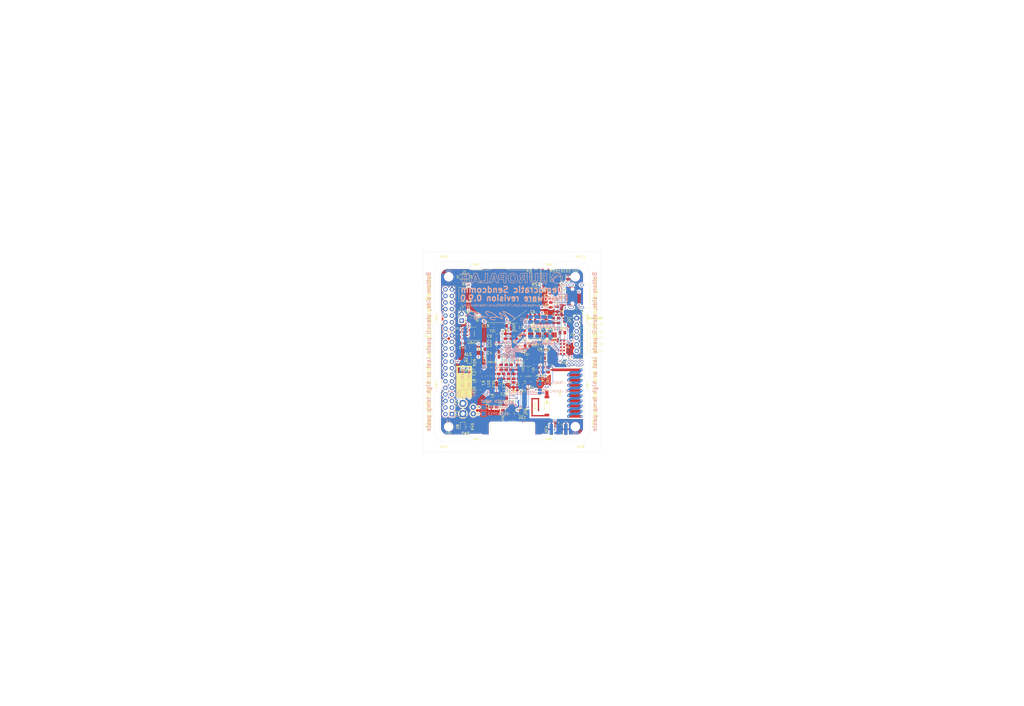
<source format=kicad_pcb>
(kicad_pcb (version 20171130) (host pcbnew 5.1.5+dfsg1-2build2)

  (general
    (thickness 1.6)
    (drawings 121)
    (tracks 1111)
    (zones 0)
    (modules 137)
    (nets 130)
  )

  (page A3)
  (title_block
    (title "Democratic Sendcomm")
    (date 2020-12-08)
    (rev 0.9.1)
    (company "Europalab Devices")
    (comment 1 "Copyright © 2020, Europalab Devices")
    (comment 2 "Fulfilling requirements of 20200210")
    (comment 3 "Pending quality assurance testing")
    (comment 4 "Release revision for manufacturing")
  )

  (layers
    (0 F.Cu signal)
    (1 In1.Cu signal)
    (2 In2.Cu signal)
    (31 B.Cu signal)
    (34 B.Paste user)
    (35 F.Paste user)
    (36 B.SilkS user)
    (37 F.SilkS user)
    (38 B.Mask user)
    (39 F.Mask user)
    (40 Dwgs.User user)
    (41 Cmts.User user)
    (44 Edge.Cuts user)
    (45 Margin user)
    (46 B.CrtYd user)
    (47 F.CrtYd user)
    (48 B.Fab user)
    (49 F.Fab user)
  )

  (setup
    (last_trace_width 0.09)
    (user_trace_width 0.1016)
    (user_trace_width 0.127)
    (user_trace_width 0.2)
    (trace_clearance 0.09)
    (zone_clearance 0.508)
    (zone_45_only no)
    (trace_min 0.09)
    (via_size 0.356)
    (via_drill 0.2)
    (via_min_size 0.356)
    (via_min_drill 0.2)
    (user_via 0.45 0.2)
    (user_via 0.6 0.3)
    (uvia_size 0.45)
    (uvia_drill 0.1)
    (uvias_allowed no)
    (uvia_min_size 0.45)
    (uvia_min_drill 0.1)
    (edge_width 0.1)
    (segment_width 0.1)
    (pcb_text_width 0.25)
    (pcb_text_size 1 1)
    (mod_edge_width 0.15)
    (mod_text_size 1 1)
    (mod_text_width 0.15)
    (pad_size 2 1.5)
    (pad_drill 0)
    (pad_to_mask_clearance 0)
    (aux_axis_origin 0 0)
    (visible_elements 7FFFFFFF)
    (pcbplotparams
      (layerselection 0x313fc_ffffffff)
      (usegerberextensions true)
      (usegerberattributes false)
      (usegerberadvancedattributes false)
      (creategerberjobfile false)
      (excludeedgelayer true)
      (linewidth 0.150000)
      (plotframeref false)
      (viasonmask false)
      (mode 1)
      (useauxorigin false)
      (hpglpennumber 1)
      (hpglpenspeed 20)
      (hpglpendiameter 15.000000)
      (psnegative false)
      (psa4output false)
      (plotreference true)
      (plotvalue true)
      (plotinvisibletext false)
      (padsonsilk false)
      (subtractmaskfromsilk false)
      (outputformat 1)
      (mirror false)
      (drillshape 0)
      (scaleselection 1)
      (outputdirectory "fabsingle"))
  )

  (net 0 "")
  (net 1 GND)
  (net 2 "Net-(AE1-Pad1)")
  (net 3 /Sheet5F53D5B4/RFSWPWR)
  (net 4 "Net-(C8-Pad1)")
  (net 5 /Sheet5F53D5B4/POWAMP)
  (net 6 "Net-(C13-Pad1)")
  (net 7 /Sheet5F53D5B4/HFOUT)
  (net 8 +3V3)
  (net 9 "Net-(C29-Pad1)")
  (net 10 /Sheet5F53D5B4/HPOUT)
  (net 11 /Sheet5F53D5B4/HFIN)
  (net 12 /Sheet5F53D5B4/BANDSEL)
  (net 13 "Net-(BT1-Pad1)")
  (net 14 /Sheet5F53D5B4/USB_BUS)
  (net 15 "Net-(C33-Pad1)")
  (net 16 "Net-(C34-Pad1)")
  (net 17 /Sheet5F53D5B4/CMDRST)
  (net 18 "Net-(D1-Pad2)")
  (net 19 "Net-(D1-Pad1)")
  (net 20 "Net-(D2-Pad1)")
  (net 21 "Net-(D2-Pad2)")
  (net 22 /Sheet5F53D5B4/USB_P)
  (net 23 /Sheet5F53D5B4/USB_N)
  (net 24 /Sheet60040980/ID_SD)
  (net 25 /Sheet60040980/ID_SC)
  (net 26 /Sheet5F53D5B4/SWDCLK)
  (net 27 "Net-(J3-Pad7)")
  (net 28 "Net-(J3-Pad8)")
  (net 29 "Net-(J4-Pad6)")
  (net 30 /Sheet5F53D5B4/CN_VBAT)
  (net 31 /Sheet5F53D5B4/XCEIV)
  (net 32 "Net-(AE5-Pad2)")
  (net 33 "Net-(C1-Pad1)")
  (net 34 "Net-(C7-Pad1)")
  (net 35 "Net-(C14-Pad1)")
  (net 36 "Net-(C17-Pad1)")
  (net 37 "Net-(C18-Pad2)")
  (net 38 "Net-(C19-Pad2)")
  (net 39 "Net-(C23-Pad2)")
  (net 40 "Net-(C23-Pad1)")
  (net 41 "Net-(C24-Pad1)")
  (net 42 "Net-(C24-Pad2)")
  (net 43 "Net-(C29-Pad2)")
  (net 44 "Net-(C33-Pad2)")
  (net 45 "Net-(C35-Pad2)")
  (net 46 "Net-(C40-Pad1)")
  (net 47 "Net-(J2-PadB5)")
  (net 48 "Net-(J2-PadA8)")
  (net 49 "Net-(J2-PadA5)")
  (net 50 "Net-(J2-PadB8)")
  (net 51 "Net-(J2-PadA4)")
  (net 52 "Net-(J3-Pad2)")
  (net 53 "Net-(J3-Pad3)")
  (net 54 "Net-(J3-Pad4)")
  (net 55 "Net-(J3-Pad5)")
  (net 56 "Net-(J3-Pad10)")
  (net 57 "Net-(J3-Pad11)")
  (net 58 "Net-(J3-Pad12)")
  (net 59 "Net-(J3-Pad13)")
  (net 60 "Net-(J3-Pad15)")
  (net 61 "Net-(J3-Pad16)")
  (net 62 "Net-(J3-Pad18)")
  (net 63 "Net-(J3-Pad19)")
  (net 64 "Net-(J3-Pad21)")
  (net 65 "Net-(J3-Pad22)")
  (net 66 "Net-(J3-Pad23)")
  (net 67 "Net-(J3-Pad24)")
  (net 68 "Net-(J3-Pad26)")
  (net 69 "Net-(J3-Pad29)")
  (net 70 "Net-(J3-Pad31)")
  (net 71 "Net-(J3-Pad32)")
  (net 72 "Net-(J3-Pad33)")
  (net 73 "Net-(J3-Pad35)")
  (net 74 "Net-(J3-Pad36)")
  (net 75 "Net-(J3-Pad37)")
  (net 76 "Net-(J3-Pad38)")
  (net 77 "Net-(J3-Pad40)")
  (net 78 "Net-(J4-Pad7)")
  (net 79 "Net-(J4-Pad8)")
  (net 80 "Net-(J5-Pad2)")
  (net 81 "Net-(J5-Pad3)")
  (net 82 "Net-(J5-Pad6)")
  (net 83 "Net-(J6-Pad1)")
  (net 84 "Net-(L1-Pad2)")
  (net 85 "Net-(R3-Pad1)")
  (net 86 "Net-(R4-Pad1)")
  (net 87 "Net-(R4-Pad2)")
  (net 88 "Net-(U2-Pad5)")
  (net 89 "Net-(U3-PadG1)")
  (net 90 "Net-(U3-PadH1)")
  (net 91 "Net-(U3-PadE3)")
  (net 92 "Net-(U3-PadE4)")
  (net 93 "Net-(U3-PadF4)")
  (net 94 "Net-(U3-PadE5)")
  (net 95 "Net-(U3-PadC7)")
  (net 96 "Net-(U3-PadD7)")
  (net 97 "Net-(U3-PadD8)")
  (net 98 "Net-(U5-Pad3)")
  (net 99 "Net-(U5-Pad4)")
  (net 100 "Net-(U8-Pad7)")
  (net 101 "Net-(U8-Pad3)")
  (net 102 "Net-(U8-Pad2)")
  (net 103 "Net-(U8-Pad1)")
  (net 104 "Net-(U9-Pad1)")
  (net 105 "Net-(U9-Pad2)")
  (net 106 "Net-(U9-Pad3)")
  (net 107 "Net-(U9-Pad7)")
  (net 108 /Sheet5F53D5B4/SWDIO)
  (net 109 "Net-(AE2-Pad1)")
  (net 110 "Net-(AE4-Pad1)")
  (net 111 "Net-(AE5-Pad1)")
  (net 112 "Net-(JP10-Pad1)")
  (net 113 "Net-(J6-Pad2)")
  (net 114 "Net-(J6-Pad3)")
  (net 115 "Net-(J6-Pad4)")
  (net 116 "Net-(J6-Pad5)")
  (net 117 "Net-(J6-Pad6)")
  (net 118 "Net-(J7-Pad1)")
  (net 119 "Net-(C94-Pad1)")
  (net 120 "Net-(C95-Pad1)")
  (net 121 /TP_SCL)
  (net 122 /TP_SDA)
  (net 123 "Net-(J20-Pad6)")
  (net 124 "Net-(J20-Pad7)")
  (net 125 "Net-(J20-Pad8)")
  (net 126 "Net-(Q2-Pad2)")
  (net 127 EXT_UART_TX)
  (net 128 EXT_UART_RX)
  (net 129 "Net-(D8-Pad2)")

  (net_class Default "This is the default net class."
    (clearance 0.09)
    (trace_width 0.09)
    (via_dia 0.356)
    (via_drill 0.2)
    (uvia_dia 0.45)
    (uvia_drill 0.1)
    (add_net +3V3)
    (add_net /Sheet5F53D5B4/BANDSEL)
    (add_net /Sheet5F53D5B4/CMDRST)
    (add_net /Sheet5F53D5B4/CN_VBAT)
    (add_net /Sheet5F53D5B4/HFIN)
    (add_net /Sheet5F53D5B4/HFOUT)
    (add_net /Sheet5F53D5B4/HPOUT)
    (add_net /Sheet5F53D5B4/POWAMP)
    (add_net /Sheet5F53D5B4/RFSWPWR)
    (add_net /Sheet5F53D5B4/SWDCLK)
    (add_net /Sheet5F53D5B4/SWDIO)
    (add_net /Sheet5F53D5B4/USB_BUS)
    (add_net /Sheet5F53D5B4/USB_N)
    (add_net /Sheet5F53D5B4/USB_P)
    (add_net /Sheet5F53D5B4/XCEIV)
    (add_net /Sheet60040980/ID_SC)
    (add_net /Sheet60040980/ID_SD)
    (add_net /TP_SCL)
    (add_net /TP_SDA)
    (add_net EXT_UART_RX)
    (add_net EXT_UART_TX)
    (add_net GND)
    (add_net "Net-(AE1-Pad1)")
    (add_net "Net-(AE2-Pad1)")
    (add_net "Net-(AE4-Pad1)")
    (add_net "Net-(AE5-Pad1)")
    (add_net "Net-(AE5-Pad2)")
    (add_net "Net-(BT1-Pad1)")
    (add_net "Net-(C1-Pad1)")
    (add_net "Net-(C13-Pad1)")
    (add_net "Net-(C14-Pad1)")
    (add_net "Net-(C17-Pad1)")
    (add_net "Net-(C18-Pad2)")
    (add_net "Net-(C19-Pad2)")
    (add_net "Net-(C23-Pad1)")
    (add_net "Net-(C23-Pad2)")
    (add_net "Net-(C24-Pad1)")
    (add_net "Net-(C24-Pad2)")
    (add_net "Net-(C29-Pad1)")
    (add_net "Net-(C29-Pad2)")
    (add_net "Net-(C33-Pad1)")
    (add_net "Net-(C33-Pad2)")
    (add_net "Net-(C34-Pad1)")
    (add_net "Net-(C35-Pad2)")
    (add_net "Net-(C40-Pad1)")
    (add_net "Net-(C7-Pad1)")
    (add_net "Net-(C8-Pad1)")
    (add_net "Net-(C94-Pad1)")
    (add_net "Net-(C95-Pad1)")
    (add_net "Net-(D1-Pad1)")
    (add_net "Net-(D1-Pad2)")
    (add_net "Net-(D2-Pad1)")
    (add_net "Net-(D2-Pad2)")
    (add_net "Net-(D8-Pad2)")
    (add_net "Net-(J2-PadA4)")
    (add_net "Net-(J2-PadA5)")
    (add_net "Net-(J2-PadA8)")
    (add_net "Net-(J2-PadB5)")
    (add_net "Net-(J2-PadB8)")
    (add_net "Net-(J20-Pad6)")
    (add_net "Net-(J20-Pad7)")
    (add_net "Net-(J20-Pad8)")
    (add_net "Net-(J3-Pad10)")
    (add_net "Net-(J3-Pad11)")
    (add_net "Net-(J3-Pad12)")
    (add_net "Net-(J3-Pad13)")
    (add_net "Net-(J3-Pad15)")
    (add_net "Net-(J3-Pad16)")
    (add_net "Net-(J3-Pad18)")
    (add_net "Net-(J3-Pad19)")
    (add_net "Net-(J3-Pad2)")
    (add_net "Net-(J3-Pad21)")
    (add_net "Net-(J3-Pad22)")
    (add_net "Net-(J3-Pad23)")
    (add_net "Net-(J3-Pad24)")
    (add_net "Net-(J3-Pad26)")
    (add_net "Net-(J3-Pad29)")
    (add_net "Net-(J3-Pad3)")
    (add_net "Net-(J3-Pad31)")
    (add_net "Net-(J3-Pad32)")
    (add_net "Net-(J3-Pad33)")
    (add_net "Net-(J3-Pad35)")
    (add_net "Net-(J3-Pad36)")
    (add_net "Net-(J3-Pad37)")
    (add_net "Net-(J3-Pad38)")
    (add_net "Net-(J3-Pad4)")
    (add_net "Net-(J3-Pad40)")
    (add_net "Net-(J3-Pad5)")
    (add_net "Net-(J3-Pad7)")
    (add_net "Net-(J3-Pad8)")
    (add_net "Net-(J4-Pad6)")
    (add_net "Net-(J4-Pad7)")
    (add_net "Net-(J4-Pad8)")
    (add_net "Net-(J5-Pad2)")
    (add_net "Net-(J5-Pad3)")
    (add_net "Net-(J5-Pad6)")
    (add_net "Net-(J6-Pad1)")
    (add_net "Net-(J6-Pad2)")
    (add_net "Net-(J6-Pad3)")
    (add_net "Net-(J6-Pad4)")
    (add_net "Net-(J6-Pad5)")
    (add_net "Net-(J6-Pad6)")
    (add_net "Net-(J7-Pad1)")
    (add_net "Net-(JP10-Pad1)")
    (add_net "Net-(L1-Pad2)")
    (add_net "Net-(Q2-Pad2)")
    (add_net "Net-(R3-Pad1)")
    (add_net "Net-(R4-Pad1)")
    (add_net "Net-(R4-Pad2)")
    (add_net "Net-(U2-Pad5)")
    (add_net "Net-(U3-PadC7)")
    (add_net "Net-(U3-PadD7)")
    (add_net "Net-(U3-PadD8)")
    (add_net "Net-(U3-PadE3)")
    (add_net "Net-(U3-PadE4)")
    (add_net "Net-(U3-PadE5)")
    (add_net "Net-(U3-PadF4)")
    (add_net "Net-(U3-PadG1)")
    (add_net "Net-(U3-PadH1)")
    (add_net "Net-(U5-Pad3)")
    (add_net "Net-(U5-Pad4)")
    (add_net "Net-(U8-Pad1)")
    (add_net "Net-(U8-Pad2)")
    (add_net "Net-(U8-Pad3)")
    (add_net "Net-(U8-Pad7)")
    (add_net "Net-(U9-Pad1)")
    (add_net "Net-(U9-Pad2)")
    (add_net "Net-(U9-Pad3)")
    (add_net "Net-(U9-Pad7)")
  )

  (net_class Power ""
    (clearance 0.2)
    (trace_width 0.5)
    (via_dia 1)
    (via_drill 0.7)
    (uvia_dia 0.5)
    (uvia_drill 0.1)
  )

  (module Elabdev:Meinkuerzel_signature_480DPI (layer B.Cu) (tedit 0) (tstamp 5FBE809B)
    (at 202 134 180)
    (fp_text reference G1 (at 0 0) (layer B.SilkS) hide
      (effects (font (size 1.524 1.524) (thickness 0.3)) (justify mirror))
    )
    (fp_text value Meinkuerzel_signature (at 0.75 0) (layer B.SilkS) hide
      (effects (font (size 1.524 1.524) (thickness 0.3)) (justify mirror))
    )
    (fp_poly (pts (xy 7.849084 1.675651) (xy 8.303148 1.632827) (xy 8.685942 1.550363) (xy 8.876057 1.481326)
      (xy 9.07938 1.34976) (xy 9.204465 1.178624) (xy 9.241225 0.986809) (xy 9.210768 0.854557)
      (xy 9.078684 0.643748) (xy 8.864557 0.429964) (xy 8.589687 0.233059) (xy 8.471807 0.165759)
      (xy 8.232808 0.053863) (xy 7.923436 -0.068816) (xy 7.576824 -0.190996) (xy 7.226108 -0.301392)
      (xy 6.904421 -0.388723) (xy 6.731621 -0.426811) (xy 6.398868 -0.490816) (xy 6.556265 -0.586535)
      (xy 6.736632 -0.743549) (xy 6.819572 -0.938245) (xy 6.82625 -1.022915) (xy 6.780462 -1.15416)
      (xy 6.660466 -1.295963) (xy 6.49231 -1.424979) (xy 6.30204 -1.517866) (xy 6.258842 -1.531402)
      (xy 6.0446 -1.569955) (xy 5.805186 -1.581627) (xy 5.582286 -1.566858) (xy 5.417587 -1.526091)
      (xy 5.409578 -1.522402) (xy 5.285381 -1.409276) (xy 5.232727 -1.237525) (xy 5.243042 -1.133742)
      (xy 5.545646 -1.133742) (xy 5.569322 -1.243922) (xy 5.599007 -1.270742) (xy 5.725804 -1.30367)
      (xy 5.911501 -1.301091) (xy 6.117136 -1.267785) (xy 6.303743 -1.20853) (xy 6.368163 -1.176419)
      (xy 6.483421 -1.090411) (xy 6.547775 -1.006994) (xy 6.550669 -0.996984) (xy 6.519163 -0.903747)
      (xy 6.404517 -0.814537) (xy 6.229026 -0.742568) (xy 6.060328 -0.706358) (xy 5.903418 -0.693399)
      (xy 5.806355 -0.717484) (xy 5.726223 -0.79035) (xy 5.718194 -0.79992) (xy 5.596762 -0.979847)
      (xy 5.545646 -1.133742) (xy 5.243042 -1.133742) (xy 5.253531 -1.028227) (xy 5.344918 -0.810631)
      (xy 5.442538 -0.642303) (xy 5.295353 -0.646487) (xy 5.12125 -0.625399) (xy 5.035885 -0.550663)
      (xy 5.027083 -0.501447) (xy 5.075804 -0.410776) (xy 5.222941 -0.351671) (xy 5.469958 -0.32355)
      (xy 5.476875 -0.323261) (xy 5.599677 -0.314345) (xy 5.697993 -0.289875) (xy 5.794712 -0.235966)
      (xy 5.912725 -0.138734) (xy 6.074923 0.015705) (xy 6.138333 0.077935) (xy 6.357426 0.284825)
      (xy 6.520758 0.415811) (xy 6.63982 0.476704) (xy 6.726105 0.473318) (xy 6.791106 0.411464)
      (xy 6.792772 0.408883) (xy 6.813029 0.349999) (xy 6.787897 0.281807) (xy 6.704882 0.184844)
      (xy 6.561666 0.048946) (xy 6.270625 -0.217166) (xy 6.532899 -0.183078) (xy 6.900304 -0.115245)
      (xy 7.289474 -0.008645) (xy 7.678243 0.127507) (xy 8.044445 0.283994) (xy 8.365914 0.451601)
      (xy 8.620483 0.621112) (xy 8.749193 0.738377) (xy 8.856936 0.865956) (xy 8.92727 0.965202)
      (xy 8.942916 1.001728) (xy 8.895983 1.084773) (xy 8.773369 1.176095) (xy 8.602358 1.259484)
      (xy 8.410231 1.318727) (xy 8.408998 1.318992) (xy 8.149682 1.354937) (xy 7.8128 1.371973)
      (xy 7.424917 1.370093) (xy 7.012599 1.349291) (xy 6.686734 1.319437) (xy 6.066773 1.222977)
      (xy 5.517194 1.081213) (xy 5.043989 0.897075) (xy 4.653152 0.673494) (xy 4.350673 0.413401)
      (xy 4.142546 0.119727) (xy 4.114637 0.061443) (xy 4.047094 -0.15251) (xy 4.06025 -0.336634)
      (xy 4.160207 -0.518581) (xy 4.270456 -0.644496) (xy 4.390411 -0.79173) (xy 4.431252 -0.900383)
      (xy 4.427296 -0.922309) (xy 4.357272 -0.99719) (xy 4.242023 -0.977517) (xy 4.082983 -0.863726)
      (xy 4.010682 -0.795217) (xy 3.879838 -0.680755) (xy 3.765594 -0.608691) (xy 3.712637 -0.594925)
      (xy 3.6215 -0.594723) (xy 3.455888 -0.585507) (xy 3.246599 -0.569127) (xy 3.175 -0.562633)
      (xy 2.951086 -0.544014) (xy 2.793821 -0.54282) (xy 2.664643 -0.565021) (xy 2.524987 -0.61659)
      (xy 2.371034 -0.687127) (xy 2.100169 -0.795663) (xy 1.89262 -0.837972) (xy 1.841867 -0.837015)
      (xy 1.72083 -0.812158) (xy 1.663036 -0.745697) (xy 1.637803 -0.635) (xy 1.623821 -0.491701)
      (xy 1.628566 -0.389706) (xy 1.630235 -0.383646) (xy 1.692219 -0.322789) (xy 1.789679 -0.330876)
      (xy 1.885465 -0.399867) (xy 1.916539 -0.445597) (xy 1.984375 -0.573694) (xy 2.371569 -0.384068)
      (xy 2.758764 -0.194442) (xy 3.165319 -0.256321) (xy 3.413597 -0.293214) (xy 3.576071 -0.310583)
      (xy 3.67165 -0.304292) (xy 3.719238 -0.270208) (xy 3.737742 -0.204195) (xy 3.744012 -0.129767)
      (xy 3.817818 0.177969) (xy 3.989413 0.470621) (xy 4.251219 0.74303) (xy 4.595656 0.99004)
      (xy 5.015149 1.206492) (xy 5.502117 1.387229) (xy 6.048984 1.527094) (xy 6.228561 1.561184)
      (xy 6.794861 1.64034) (xy 7.340678 1.678326) (xy 7.849084 1.675651)) (layer B.SilkS) (width 0.01))
    (fp_poly (pts (xy -4.580024 1.756567) (xy -4.544854 1.74305) (xy -4.466016 1.67622) (xy -4.437143 1.580417)
      (xy -4.461964 1.447967) (xy -4.544204 1.271201) (xy -4.68759 1.042447) (xy -4.895848 0.754033)
      (xy -5.172705 0.39829) (xy -5.237349 0.3175) (xy -5.411926 0.098408) (xy -5.577817 -0.112809)
      (xy -5.714811 -0.290245) (xy -5.794689 -0.396875) (xy -5.948296 -0.608542) (xy -5.791961 -0.468507)
      (xy -5.700695 -0.392772) (xy -5.541009 -0.266466) (xy -5.329307 -0.10231) (xy -5.081994 0.086977)
      (xy -4.815472 0.288675) (xy -4.815417 0.288716) (xy -4.345432 0.631252) (xy -3.946225 0.897872)
      (xy -3.615767 1.089474) (xy -3.352032 1.206955) (xy -3.152989 1.251211) (xy -3.016612 1.223138)
      (xy -2.940872 1.123633) (xy -2.939055 1.118116) (xy -2.92791 1.023519) (xy -2.955738 0.908417)
      (xy -3.029742 0.759005) (xy -3.157121 0.561475) (xy -3.345079 0.302021) (xy -3.409058 0.217037)
      (xy -3.654587 -0.113597) (xy -3.860834 -0.404313) (xy -4.022275 -0.646491) (xy -4.133388 -0.831509)
      (xy -4.188652 -0.950744) (xy -4.185335 -0.994958) (xy -4.120655 -0.981486) (xy -3.976478 -0.932768)
      (xy -3.770527 -0.855371) (xy -3.520529 -0.755864) (xy -3.349225 -0.685128) (xy -3.06462 -0.570045)
      (xy -2.797019 -0.469163) (xy -2.569108 -0.390505) (xy -2.403576 -0.342097) (xy -2.349431 -0.331513)
      (xy -2.183877 -0.291941) (xy -2.07811 -0.206425) (xy -2.041672 -0.151915) (xy -1.850086 0.096101)
      (xy -1.567603 0.354844) (xy -1.207453 0.616123) (xy -0.78287 0.87175) (xy -0.307084 1.113536)
      (xy 0.206672 1.333293) (xy 0.574448 1.467145) (xy 0.853452 1.556991) (xy 1.074831 1.61415)
      (xy 1.278935 1.645957) (xy 1.506112 1.659747) (xy 1.647661 1.662241) (xy 1.89537 1.661355)
      (xy 2.061526 1.650821) (xy 2.170245 1.626908) (xy 2.245641 1.585888) (xy 2.269431 1.566069)
      (xy 2.364656 1.413892) (xy 2.378536 1.21834) (xy 2.31231 1.002224) (xy 2.231511 0.867835)
      (xy 2.055394 0.653788) (xy 1.846452 0.444397) (xy 1.622129 0.252501) (xy 1.399873 0.090942)
      (xy 1.19713 -0.02744) (xy 1.031346 -0.089804) (xy 0.931657 -0.088852) (xy 0.853749 -0.025156)
      (xy 0.874571 0.06423) (xy 0.991583 0.174246) (xy 1.09802 0.242886) (xy 1.314624 0.387246)
      (xy 1.527802 0.560014) (xy 1.72429 0.746283) (xy 1.890825 0.931146) (xy 2.014146 1.099697)
      (xy 2.080988 1.237027) (xy 2.078088 1.32823) (xy 2.071165 1.336667) (xy 1.954541 1.387475)
      (xy 1.756832 1.400928) (xy 1.494763 1.380087) (xy 1.185063 1.328013) (xy 0.844457 1.247766)
      (xy 0.489674 1.142406) (xy 0.137439 1.014995) (xy -0.00172 0.957368) (xy -0.385109 0.777304)
      (xy -0.74297 0.581237) (xy -1.065571 0.377182) (xy -1.343179 0.173152) (xy -1.566062 -0.022838)
      (xy -1.724487 -0.202776) (xy -1.808722 -0.358647) (xy -1.809035 -0.482438) (xy -1.789329 -0.514562)
      (xy -1.69188 -0.558953) (xy -1.49842 -0.578536) (xy -1.2158 -0.573404) (xy -0.850872 -0.543648)
      (xy -0.464887 -0.496867) (xy -0.056607 -0.452123) (xy 0.260382 -0.442712) (xy 0.494773 -0.469264)
      (xy 0.655256 -0.532408) (xy 0.714552 -0.58228) (xy 0.776217 -0.725165) (xy 0.746162 -0.908878)
      (xy 0.632079 -1.115352) (xy 0.45893 -1.290216) (xy 0.2117 -1.450188) (xy -0.085638 -1.588107)
      (xy -0.409112 -1.696809) (xy -0.734748 -1.769134) (xy -1.038572 -1.797919) (xy -1.296612 -1.776003)
      (xy -1.42875 -1.731015) (xy -1.546706 -1.617759) (xy -1.577815 -1.519827) (xy -1.560687 -1.389395)
      (xy -1.486335 -1.336349) (xy -1.378138 -1.369493) (xy -1.317893 -1.421952) (xy -1.19986 -1.505637)
      (xy -1.092449 -1.534584) (xy -0.859949 -1.513387) (xy -0.579373 -1.457345) (xy -0.297878 -1.377776)
      (xy -0.068589 -1.288836) (xy 0.116249 -1.181832) (xy 0.284174 -1.050661) (xy 0.411262 -0.917533)
      (xy 0.473586 -0.804658) (xy 0.47625 -0.783054) (xy 0.425256 -0.757675) (xy 0.277287 -0.748743)
      (xy 0.039858 -0.755912) (xy -0.279513 -0.778835) (xy -0.673311 -0.817167) (xy -0.956033 -0.849048)
      (xy -1.308534 -0.882196) (xy -1.57585 -0.8857) (xy -1.774982 -0.85746) (xy -1.922933 -0.795374)
      (xy -2.017888 -0.717835) (xy -2.096716 -0.653738) (xy -2.190635 -0.62131) (xy -2.313833 -0.623423)
      (xy -2.480498 -0.662945) (xy -2.704818 -0.742748) (xy -3.00098 -0.865702) (xy -3.216817 -0.960383)
      (xy -3.585839 -1.11854) (xy -3.874386 -1.227749) (xy -4.094462 -1.290524) (xy -4.258069 -1.309381)
      (xy -4.377212 -1.286836) (xy -4.463891 -1.225404) (xy -4.466704 -1.222337) (xy -4.518051 -1.14061)
      (xy -4.530831 -1.040781) (xy -4.500098 -0.912213) (xy -4.420902 -0.744269) (xy -4.288295 -0.526313)
      (xy -4.097327 -0.247708) (xy -3.863138 0.07498) (xy -3.679345 0.325213) (xy -3.519393 0.545064)
      (xy -3.393108 0.720859) (xy -3.310313 0.838921) (xy -3.280834 0.885525) (xy -3.323557 0.888476)
      (xy -3.399896 0.869711) (xy -3.542096 0.805036) (xy -3.750284 0.678102) (xy -4.027571 0.486762)
      (xy -4.377062 0.228867) (xy -4.801868 -0.097732) (xy -4.81991 -0.111817) (xy -5.187034 -0.396401)
      (xy -5.482932 -0.620081) (xy -5.717862 -0.789492) (xy -5.902078 -0.911266) (xy -6.045837 -0.99204)
      (xy -6.159396 -1.038447) (xy -6.25301 -1.057121) (xy -6.283148 -1.058333) (xy -6.40378 -1.045849)
      (xy -6.450441 -0.994435) (xy -6.455563 -0.939271) (xy -6.445942 -0.865735) (xy -6.412644 -0.776476)
      (xy -6.348546 -0.66103) (xy -6.24652 -0.508935) (xy -6.099443 -0.309727) (xy -5.90019 -0.052942)
      (xy -5.641635 0.271882) (xy -5.570553 0.360397) (xy -5.363566 0.620769) (xy -5.174974 0.863504)
      (xy -5.016826 1.072659) (xy -4.901172 1.23229) (xy -4.84006 1.326453) (xy -4.839117 1.328251)
      (xy -4.786636 1.436383) (xy -4.790145 1.473528) (xy -4.856494 1.462433) (xy -4.877731 1.456477)
      (xy -4.973599 1.420322) (xy -5.140081 1.348706) (xy -5.352621 1.252468) (xy -5.55625 1.156974)
      (xy -6.094525 0.881508) (xy -6.644499 0.565345) (xy -7.182748 0.223911) (xy -7.685848 -0.12737)
      (xy -8.130378 -0.473072) (xy -8.424687 -0.732038) (xy -8.650145 -0.95487) (xy -8.800069 -1.131002)
      (xy -8.884377 -1.276175) (xy -8.912984 -1.406131) (xy -8.905425 -1.495188) (xy -8.906488 -1.61853)
      (xy -8.964006 -1.672137) (xy -9.075823 -1.672519) (xy -9.156792 -1.593028) (xy -9.200558 -1.456755)
      (xy -9.200763 -1.286789) (xy -9.151052 -1.106218) (xy -9.131299 -1.06447) (xy -9.024915 -0.913844)
      (xy -8.843627 -0.718433) (xy -8.601654 -0.490528) (xy -8.313213 -0.242422) (xy -7.992524 0.013592)
      (xy -7.653804 0.265222) (xy -7.3545 0.471681) (xy -6.896098 0.764541) (xy -6.449337 1.028776)
      (xy -6.024338 1.259805) (xy -5.631223 1.453048) (xy -5.280112 1.603926) (xy -4.981128 1.707858)
      (xy -4.744392 1.760265) (xy -4.580024 1.756567)) (layer B.SilkS) (width 0.01))
  )

  (module Elabdev:Panel_Mousetab_25mm_Single (layer F.Cu) (tedit 5CD9E59A) (tstamp 5FBE7343)
    (at 224 114.25 270)
    (path /5CD5C3A7)
    (fp_text reference TAB5 (at 0 0 180) (layer F.SilkS)
      (effects (font (size 0.8 0.8) (thickness 0.13)))
    )
    (fp_text value Pantab (at 0 -3.5 270) (layer F.Fab)
      (effects (font (size 1 1) (thickness 0.15)))
    )
    (fp_line (start -2.1 -2.6) (end 2.1 -2.6) (layer F.CrtYd) (width 0.15))
    (fp_line (start -2.1 2.6) (end -2.1 -2.6) (layer F.CrtYd) (width 0.15))
    (fp_line (start 2.1 2.6) (end -2.1 2.6) (layer F.CrtYd) (width 0.15))
    (fp_line (start 2.1 -2.6) (end 2.1 2.6) (layer F.CrtYd) (width 0.15))
    (fp_line (start -1.25 -2.2) (end -1.25 2.2) (layer F.Fab) (width 0.15))
    (fp_line (start 1.25 -2.2) (end 1.25 2.2) (layer F.Fab) (width 0.15))
    (pad "" np_thru_hole circle (at 1.35 -2 270) (size 0.5 0.5) (drill 0.5) (layers *.Cu))
    (pad "" np_thru_hole circle (at 1.35 -1.2 270) (size 0.5 0.5) (drill 0.5) (layers *.Cu))
    (pad "" np_thru_hole circle (at 1.35 -0.4 270) (size 0.5 0.5) (drill 0.5) (layers *.Cu))
    (pad "" np_thru_hole circle (at 1.35 0.4 270) (size 0.5 0.5) (drill 0.5) (layers *.Cu))
    (pad "" np_thru_hole circle (at 1.35 1.2 270) (size 0.5 0.5) (drill 0.5) (layers *.Cu))
    (pad "" np_thru_hole circle (at 1.35 2 270) (size 0.5 0.5) (drill 0.5) (layers *.Cu))
  )

  (module Elabdev:Elablogoslk-Gfx (layer B.Cu) (tedit 0) (tstamp 5FBDF7AF)
    (at 210 119.5 180)
    (fp_text reference G** (at 0 0) (layer B.SilkS) hide
      (effects (font (size 1.524 1.524) (thickness 0.3)) (justify mirror))
    )
    (fp_text value Elablogoslk (at 0.75 0) (layer B.SilkS) hide
      (effects (font (size 1.524 1.524) (thickness 0.3)) (justify mirror))
    )
    (fp_poly (pts (xy -15.405836 -0.675184) (xy -15.287483 -0.702055) (xy -15.188143 -0.754619) (xy -15.108772 -0.827765)
      (xy -15.050327 -0.916382) (xy -15.013763 -1.015359) (xy -15.000037 -1.119584) (xy -15.010104 -1.223945)
      (xy -15.04492 -1.323332) (xy -15.105441 -1.412633) (xy -15.192623 -1.486737) (xy -15.24833 -1.517344)
      (xy -15.356716 -1.550357) (xy -15.476625 -1.557984) (xy -15.592872 -1.539403) (xy -15.602283 -1.53653)
      (xy -15.678123 -1.497127) (xy -15.752493 -1.432517) (xy -15.815972 -1.352895) (xy -15.859141 -1.268459)
      (xy -15.864155 -1.2531) (xy -15.88425 -1.176683) (xy -15.891257 -1.117668) (xy -15.885212 -1.059627)
      (xy -15.866149 -0.986134) (xy -15.864727 -0.981328) (xy -15.815988 -0.8777) (xy -15.739972 -0.790432)
      (xy -15.643773 -0.72426) (xy -15.534487 -0.683915) (xy -15.419207 -0.674131) (xy -15.405836 -0.675184)) (layer B.Mask) (width 0.01))
    (fp_poly (pts (xy 17.476107 1.827609) (xy 17.687258 1.825899) (xy 17.865618 1.824237) (xy 18.014678 1.822477)
      (xy 18.137934 1.82047) (xy 18.238879 1.818068) (xy 18.321005 1.815122) (xy 18.387806 1.811484)
      (xy 18.442776 1.807007) (xy 18.489407 1.801541) (xy 18.531194 1.794939) (xy 18.57163 1.787052)
      (xy 18.6055 1.779685) (xy 18.771822 1.733432) (xy 18.923911 1.673315) (xy 19.054677 1.602656)
      (xy 19.157033 1.524776) (xy 19.164226 1.5179) (xy 19.246251 1.417951) (xy 19.315464 1.294688)
      (xy 19.365371 1.16053) (xy 19.377923 1.109275) (xy 19.39052 1.010407) (xy 19.393203 0.893754)
      (xy 19.386762 0.771789) (xy 19.371983 0.656983) (xy 19.349655 0.561808) (xy 19.341939 0.539811)
      (xy 19.283862 0.430962) (xy 19.19941 0.326298) (xy 19.097976 0.236127) (xy 19.019624 0.185927)
      (xy 18.914298 0.12941) (xy 18.968542 0.109123) (xy 19.093064 0.054672) (xy 19.194891 -0.009335)
      (xy 19.285933 -0.089714) (xy 19.390804 -0.214403) (xy 19.467199 -0.350129) (xy 19.516977 -0.501894)
      (xy 19.541997 -0.674698) (xy 19.545898 -0.789214) (xy 19.53245 -0.987132) (xy 19.491752 -1.163006)
      (xy 19.423278 -1.317328) (xy 19.326496 -1.450588) (xy 19.200879 -1.563277) (xy 19.045898 -1.655885)
      (xy 18.861023 -1.728905) (xy 18.645726 -1.782826) (xy 18.442214 -1.81358) (xy 18.390712 -1.817354)
      (xy 18.307346 -1.820878) (xy 18.196536 -1.82407) (xy 18.062704 -1.826851) (xy 17.910272 -1.829142)
      (xy 17.743659 -1.830864) (xy 17.567287 -1.831936) (xy 17.403536 -1.83228) (xy 16.528143 -1.832429)
      (xy 16.528143 -1.197429) (xy 17.471571 -1.197429) (xy 17.812474 -1.197429) (xy 17.960507 -1.19621)
      (xy 18.077011 -1.192363) (xy 18.166668 -1.185602) (xy 18.234157 -1.175639) (xy 18.257984 -1.170182)
      (xy 18.384709 -1.1231) (xy 18.482481 -1.054854) (xy 18.552639 -0.964254) (xy 18.589417 -0.8761)
      (xy 18.611394 -0.756961) (xy 18.608994 -0.636283) (xy 18.583832 -0.523232) (xy 18.537525 -0.426977)
      (xy 18.502598 -0.383459) (xy 18.44707 -0.333771) (xy 18.385424 -0.294593) (xy 18.312843 -0.264829)
      (xy 18.22451 -0.243381) (xy 18.115607 -0.229153) (xy 17.981316 -0.221046) (xy 17.816821 -0.217964)
      (xy 17.775464 -0.217851) (xy 17.471571 -0.217714) (xy 17.471571 -1.197429) (xy 16.528143 -1.197429)
      (xy 16.528143 1.197428) (xy 17.471571 1.197428) (xy 17.471571 0.417286) (xy 17.804933 0.417286)
      (xy 17.937918 0.418126) (xy 18.040036 0.420891) (xy 18.116671 0.425945) (xy 18.173209 0.433651)
      (xy 18.215035 0.444376) (xy 18.217426 0.445205) (xy 18.319056 0.498467) (xy 18.395331 0.575146)
      (xy 18.444205 0.67085) (xy 18.463631 0.781188) (xy 18.451564 0.901769) (xy 18.443884 0.931299)
      (xy 18.396902 1.030842) (xy 18.322562 1.110813) (xy 18.227195 1.165118) (xy 18.18819 1.177399)
      (xy 18.143627 1.184049) (xy 18.070672 1.189765) (xy 17.977218 1.19415) (xy 17.871155 1.196808)
      (xy 17.790109 1.197428) (xy 17.471571 1.197428) (xy 16.528143 1.197428) (xy 16.528143 1.835008)
      (xy 17.476107 1.827609)) (layer B.Mask) (width 0.01))
    (fp_poly (pts (xy 14.119941 1.828149) (xy 14.684369 1.823357) (xy 15.359475 0) (xy 16.034582 -1.823357)
      (xy 15.571079 -1.828205) (xy 15.445094 -1.82918) (xy 15.331429 -1.829406) (xy 15.235013 -1.828925)
      (xy 15.160777 -1.827781) (xy 15.11365 -1.826018) (xy 15.098562 -1.824039) (xy 15.090052 -1.80483)
      (xy 15.071782 -1.756797) (xy 15.045759 -1.68544) (xy 15.013987 -1.59626) (xy 14.978473 -1.494759)
      (xy 14.977731 -1.49262) (xy 14.865914 -1.170214) (xy 14.120645 -1.165479) (xy 13.375375 -1.160744)
      (xy 13.306737 -1.355979) (xy 13.272699 -1.452448) (xy 13.236904 -1.553325) (xy 13.204622 -1.643779)
      (xy 13.188986 -1.687286) (xy 13.139873 -1.823357) (xy 12.664678 -1.828197) (xy 12.53823 -1.828961)
      (xy 12.425118 -1.828639) (xy 12.329969 -1.827326) (xy 12.257408 -1.825117) (xy 12.212064 -1.822108)
      (xy 12.19843 -1.818559) (xy 12.205849 -1.799875) (xy 12.225002 -1.749455) (xy 12.255032 -1.669593)
      (xy 12.295087 -1.562586) (xy 12.34431 -1.430729) (xy 12.401847 -1.276318) (xy 12.466842 -1.101648)
      (xy 12.538441 -0.909015) (xy 12.615789 -0.700714) (xy 12.69803 -0.479041) (xy 12.702348 -0.467391)
      (xy 13.614056 -0.467391) (xy 13.61958 -0.47467) (xy 13.636172 -0.480187) (xy 13.66764 -0.484184)
      (xy 13.717795 -0.486904) (xy 13.790447 -0.488587) (xy 13.889405 -0.489478) (xy 14.01848 -0.489817)
      (xy 14.115143 -0.489857) (xy 14.270607 -0.489531) (xy 14.392961 -0.488457) (xy 14.485375 -0.486493)
      (xy 14.551022 -0.483496) (xy 14.59307 -0.479323) (xy 14.614692 -0.473831) (xy 14.619171 -0.467179)
      (xy 14.611769 -0.445613) (xy 14.593892 -0.393441) (xy 14.566814 -0.314385) (xy 14.53181 -0.212168)
      (xy 14.490155 -0.090515) (xy 14.443125 0.046852) (xy 14.391994 0.196209) (xy 14.367839 0.266773)
      (xy 14.315439 0.418794) (xy 14.266379 0.559098) (xy 14.221933 0.684192) (xy 14.183374 0.790582)
      (xy 14.151976 0.874778) (xy 14.129011 0.933285) (xy 14.115754 0.96261) (xy 14.11319 0.965273)
      (xy 14.105039 0.945854) (xy 14.08648 0.895813) (xy 14.058824 0.818867) (xy 14.023386 0.718735)
      (xy 13.981478 0.599134) (xy 13.934414 0.463783) (xy 13.883507 0.316398) (xy 13.865167 0.263071)
      (xy 13.813057 0.111504) (xy 13.764295 -0.030104) (xy 13.720215 -0.157901) (xy 13.682146 -0.268036)
      (xy 13.651421 -0.356659) (xy 13.629372 -0.419918) (xy 13.617329 -0.453964) (xy 13.615787 -0.458107)
      (xy 13.614056 -0.467391) (xy 12.702348 -0.467391) (xy 12.784311 -0.246291) (xy 12.842155 -0.090148)
      (xy 12.931409 0.150825) (xy 13.017702 0.38378) (xy 13.100126 0.606258) (xy 13.177768 0.815802)
      (xy 13.249717 1.009954) (xy 13.315063 1.186256) (xy 13.372895 1.34225) (xy 13.422301 1.47548)
      (xy 13.462371 1.583486) (xy 13.492193 1.663811) (xy 13.510857 1.713998) (xy 13.516223 1.728364)
      (xy 13.555513 1.832942) (xy 14.119941 1.828149)) (layer B.Mask) (width 0.01))
    (fp_poly (pts (xy 10.359571 -1.124857) (xy 12.028714 -1.124857) (xy 12.028714 -1.832429) (xy 9.416143 -1.832429)
      (xy 9.416143 1.832429) (xy 10.359571 1.832429) (xy 10.359571 -1.124857)) (layer B.Mask) (width 0.01))
    (fp_poly (pts (xy 8.199353 0.127) (xy 8.288425 -0.113439) (xy 8.374711 -0.34635) (xy 8.457277 -0.569212)
      (xy 8.535188 -0.7795) (xy 8.607508 -0.974691) (xy 8.673302 -1.152261) (xy 8.731636 -1.309687)
      (xy 8.781574 -1.444447) (xy 8.822182 -1.554015) (xy 8.852524 -1.63587) (xy 8.871666 -1.687486)
      (xy 8.876754 -1.701194) (xy 8.925739 -1.83303) (xy 8.45225 -1.828194) (xy 7.97876 -1.823357)
      (xy 7.866169 -1.496786) (xy 7.753577 -1.170214) (xy 6.263113 -1.160744) (xy 6.215979 -1.292479)
      (xy 6.18957 -1.366538) (xy 6.156119 -1.460694) (xy 6.120643 -1.560816) (xy 6.098384 -1.623786)
      (xy 6.027922 -1.823357) (xy 5.555303 -1.828192) (xy 5.082684 -1.833026) (xy 5.109 -1.764692)
      (xy 5.118841 -1.738485) (xy 5.140399 -1.680606) (xy 5.172801 -1.59341) (xy 5.215173 -1.479255)
      (xy 5.26664 -1.3405) (xy 5.32633 -1.1795) (xy 5.393368 -0.998613) (xy 5.46688 -0.800198)
      (xy 5.545992 -0.586611) (xy 5.590624 -0.466084) (xy 6.500383 -0.466084) (xy 6.503747 -0.473226)
      (xy 6.522197 -0.478851) (xy 6.559117 -0.48312) (xy 6.617891 -0.486194) (xy 6.701902 -0.488231)
      (xy 6.814535 -0.489393) (xy 6.959172 -0.489839) (xy 7.003143 -0.489857) (xy 7.158575 -0.489532)
      (xy 7.280898 -0.488459) (xy 7.373282 -0.486498) (xy 7.438898 -0.483504) (xy 7.480918 -0.479336)
      (xy 7.502511 -0.47385) (xy 7.506956 -0.467179) (xy 7.499509 -0.445611) (xy 7.481591 -0.393437)
      (xy 7.454479 -0.31438) (xy 7.419449 -0.212163) (xy 7.377777 -0.090513) (xy 7.33074 0.046847)
      (xy 7.279613 0.196192) (xy 7.255551 0.266494) (xy 7.203171 0.418497) (xy 7.154136 0.558793)
      (xy 7.109719 0.683886) (xy 7.071192 0.790281) (xy 7.039829 0.874483) (xy 7.016902 0.932996)
      (xy 7.003686 0.962326) (xy 7.001147 0.964994) (xy 6.993017 0.945656) (xy 6.974441 0.89568)
      (xy 6.946726 0.818758) (xy 6.911178 0.718582) (xy 6.869105 0.598844) (xy 6.821814 0.463236)
      (xy 6.770613 0.31545) (xy 6.749793 0.255094) (xy 6.697385 0.103053) (xy 6.648476 -0.038716)
      (xy 6.604368 -0.166446) (xy 6.566363 -0.276369) (xy 6.535764 -0.364717) (xy 6.513876 -0.427723)
      (xy 6.502 -0.461619) (xy 6.500383 -0.466084) (xy 5.590624 -0.466084) (xy 5.629831 -0.36021)
      (xy 5.717523 -0.123352) (xy 5.786688 0.0635) (xy 6.438059 1.823357) (xy 7.570937 1.823357)
      (xy 8.199353 0.127)) (layer B.Mask) (width 0.01))
    (fp_poly (pts (xy 3.261178 1.827277) (xy 3.480979 1.825468) (xy 3.667644 1.823588) (xy 3.824324 1.821528)
      (xy 3.954168 1.819181) (xy 4.060326 1.81644) (xy 4.145949 1.813196) (xy 4.214186 1.809344)
      (xy 4.268189 1.804775) (xy 4.311106 1.799382) (xy 4.346087 1.793058) (xy 4.360384 1.789806)
      (xy 4.57993 1.722356) (xy 4.770202 1.633466) (xy 4.931207 1.523128) (xy 5.062949 1.391336)
      (xy 5.165434 1.238084) (xy 5.238668 1.063365) (xy 5.282655 0.867172) (xy 5.297401 0.6495)
      (xy 5.297399 0.645705) (xy 5.288217 0.449129) (xy 5.259944 0.278882) (xy 5.210498 0.129241)
      (xy 5.137794 -0.005519) (xy 5.039749 -0.131121) (xy 4.999026 -0.174012) (xy 4.895224 -0.267312)
      (xy 4.781879 -0.345945) (xy 4.655594 -0.410816) (xy 4.512975 -0.462831) (xy 4.350626 -0.502892)
      (xy 4.165152 -0.531906) (xy 3.953157 -0.550777) (xy 3.711246 -0.56041) (xy 3.542393 -0.562141)
      (xy 3.229428 -0.562429) (xy 3.229428 -1.832429) (xy 2.286 -1.832429) (xy 2.286 1.161143)
      (xy 3.229428 1.161143) (xy 3.229428 0.124325) (xy 3.596821 0.130257) (xy 3.723136 0.132565)
      (xy 3.819164 0.135281) (xy 3.890902 0.139038) (xy 3.944349 0.144469) (xy 3.985502 0.152208)
      (xy 4.020359 0.16289) (xy 4.054919 0.177147) (xy 4.059313 0.17912) (xy 4.169998 0.247064)
      (xy 4.252769 0.337754) (xy 4.306977 0.449997) (xy 4.331976 0.582598) (xy 4.332071 0.68209)
      (xy 4.311044 0.815987) (xy 4.265746 0.924961) (xy 4.194448 1.012525) (xy 4.152688 1.046406)
      (xy 4.091383 1.0851) (xy 4.025279 1.114474) (xy 3.948479 1.135638) (xy 3.855086 1.149702)
      (xy 3.739205 1.157776) (xy 3.594939 1.16097) (xy 3.543117 1.161143) (xy 3.229428 1.161143)
      (xy 2.286 1.161143) (xy 2.286 1.834702) (xy 3.261178 1.827277)) (layer B.Mask) (width 0.01))
    (fp_poly (pts (xy -5.021036 1.832322) (xy -4.790545 1.831953) (xy -4.592718 1.830742) (xy -4.423936 1.828439)
      (xy -4.280582 1.824796) (xy -4.15904 1.819563) (xy -4.05569 1.812491) (xy -3.966916 1.80333)
      (xy -3.8891 1.791831) (xy -3.818625 1.777744) (xy -3.751873 1.760821) (xy -3.685226 1.740812)
      (xy -3.683 1.7401) (xy -3.505143 1.668202) (xy -3.35675 1.57546) (xy -3.237033 1.461065)
      (xy -3.145204 1.32421) (xy -3.080473 1.164086) (xy -3.065095 1.106714) (xy -3.052126 1.024859)
      (xy -3.044784 0.920167) (xy -3.043076 0.805447) (xy -3.04701 0.693506) (xy -3.056593 0.597152)
      (xy -3.064765 0.553367) (xy -3.122067 0.387982) (xy -3.210124 0.241735) (xy -3.328674 0.114934)
      (xy -3.477456 0.007885) (xy -3.57383 -0.043297) (xy -3.737708 -0.121173) (xy -3.668326 -0.14196)
      (xy -3.581385 -0.180968) (xy -3.486689 -0.24535) (xy -3.393008 -0.328178) (xy -3.309114 -0.42252)
      (xy -3.302741 -0.430815) (xy -3.267184 -0.483895) (xy -3.217707 -0.567269) (xy -3.155723 -0.678343)
      (xy -3.082645 -0.814521) (xy -2.999885 -0.973211) (xy -2.908856 -1.151818) (xy -2.893023 -1.183254)
      (xy -2.82288 -1.322987) (xy -2.758127 -1.452445) (xy -2.700522 -1.56808) (xy -2.651821 -1.666341)
      (xy -2.613784 -1.743682) (xy -2.588166 -1.796552) (xy -2.576727 -1.821403) (xy -2.576286 -1.822789)
      (xy -2.593653 -1.825316) (xy -2.642652 -1.827593) (xy -2.718631 -1.829528) (xy -2.816936 -1.831032)
      (xy -2.932915 -1.832014) (xy -3.061914 -1.832384) (xy -3.070679 -1.832385) (xy -3.565072 -1.832341)
      (xy -3.841286 -1.280998) (xy -3.935266 -1.094993) (xy -4.016708 -0.93913) (xy -4.088439 -0.810677)
      (xy -4.153287 -0.706904) (xy -4.214078 -0.625078) (xy -4.27364 -0.562471) (xy -4.334799 -0.51635)
      (xy -4.400382 -0.483984) (xy -4.473218 -0.462643) (xy -4.556132 -0.449597) (xy -4.651953 -0.442113)
      (xy -4.712607 -0.439322) (xy -4.934857 -0.43053) (xy -4.934857 -1.832429) (xy -5.878286 -1.832429)
      (xy -5.878286 0.194859) (xy -4.934857 0.194859) (xy -4.640036 0.20436) (xy -4.485926 0.211499)
      (xy -4.366408 0.22194) (xy -4.279926 0.23584) (xy -4.249825 0.243746) (xy -4.144318 0.293932)
      (xy -4.063726 0.369853) (xy -4.008771 0.470198) (xy -3.980174 0.593659) (xy -3.978435 0.736049)
      (xy -3.99804 0.857385) (xy -4.035625 0.958384) (xy -4.088688 1.032538) (xy -4.094482 1.037986)
      (xy -4.130735 1.063292) (xy -4.185257 1.093514) (xy -4.218877 1.109665) (xy -4.256325 1.124906)
      (xy -4.295556 1.136159) (xy -4.3433 1.144228) (xy -4.406282 1.149916) (xy -4.491232 1.154025)
      (xy -4.604875 1.15736) (xy -4.621893 1.157773) (xy -4.934857 1.165259) (xy -4.934857 0.194859)
      (xy -5.878286 0.194859) (xy -5.878286 1.832429) (xy -5.021036 1.832322)) (layer B.Mask) (width 0.01))
    (fp_poly (pts (xy -10.867571 1.124857) (xy -12.482286 1.124857) (xy -12.482286 0.435429) (xy -10.976429 0.435429)
      (xy -10.976429 -0.272143) (xy -12.482286 -0.272143) (xy -12.482286 -1.124857) (xy -10.813143 -1.124857)
      (xy -10.813143 -1.832429) (xy -13.425714 -1.832429) (xy -13.425714 1.832429) (xy -10.867571 1.832429)
      (xy -10.867571 1.124857)) (layer B.Mask) (width 0.01))
    (fp_poly (pts (xy -0.228978 1.89448) (xy -0.078724 1.888371) (xy 0.055719 1.876762) (xy 0.151065 1.86234)
      (xy 0.390616 1.801445) (xy 0.605048 1.717288) (xy 0.798897 1.607509) (xy 0.976703 1.469751)
      (xy 1.061357 1.38929) (xy 1.213795 1.212223) (xy 1.337717 1.01768) (xy 1.433707 0.804035)
      (xy 1.502349 0.569664) (xy 1.544225 0.31294) (xy 1.559919 0.032239) (xy 1.560072 0)
      (xy 1.5472 -0.283492) (xy 1.5082 -0.542822) (xy 1.442499 -0.779588) (xy 1.349522 -0.99539)
      (xy 1.228695 -1.191828) (xy 1.079444 -1.370501) (xy 1.061357 -1.389048) (xy 0.896512 -1.53709)
      (xy 0.720815 -1.65755) (xy 0.53061 -1.751843) (xy 0.322238 -1.821386) (xy 0.092042 -1.867598)
      (xy -0.163636 -1.891894) (xy -0.244929 -1.895095) (xy -0.344247 -1.897272) (xy -0.433738 -1.898118)
      (xy -0.505666 -1.897644) (xy -0.552295 -1.895858) (xy -0.562429 -1.894726) (xy -0.602523 -1.888187)
      (xy -0.665462 -1.878473) (xy -0.738175 -1.867598) (xy -0.743857 -1.866762) (xy -0.987164 -1.813977)
      (xy -1.214974 -1.730312) (xy -1.424808 -1.617574) (xy -1.614186 -1.477568) (xy -1.78063 -1.3121)
      (xy -1.92166 -1.122975) (xy -2.025001 -0.933616) (xy -2.105385 -0.721719) (xy -2.162321 -0.489395)
      (xy -2.195876 -0.243481) (xy -2.205744 0) (xy -1.222288 0) (xy -1.221796 -0.128993)
      (xy -1.219948 -0.228802) (xy -1.216185 -0.306517) (xy -1.20995 -0.369231) (xy -1.200684 -0.424036)
      (xy -1.187828 -0.478023) (xy -1.183354 -0.494518) (xy -1.114887 -0.688703) (xy -1.025572 -0.853973)
      (xy -0.916566 -0.989615) (xy -0.789032 -1.09492) (xy -0.644127 -1.169176) (xy -0.483013 -1.211671)
      (xy -0.306849 -1.221694) (xy -0.116795 -1.198534) (xy -0.057367 -1.18504) (xy 0.084118 -1.131346)
      (xy 0.213032 -1.045953) (xy 0.326853 -0.932026) (xy 0.423063 -0.79273) (xy 0.499138 -0.631233)
      (xy 0.55256 -0.450698) (xy 0.56112 -0.408214) (xy 0.584828 -0.229692) (xy 0.593933 -0.038244)
      (xy 0.588859 0.15539) (xy 0.57003 0.340473) (xy 0.537873 0.506266) (xy 0.522796 0.560199)
      (xy 0.450801 0.743853) (xy 0.357363 0.898533) (xy 0.243303 1.023688) (xy 0.109438 1.118771)
      (xy -0.043412 1.183232) (xy -0.214428 1.216521) (xy -0.402793 1.218089) (xy -0.451366 1.213587)
      (xy -0.615554 1.178187) (xy -0.763149 1.110952) (xy -0.893253 1.012766) (xy -1.004968 0.884509)
      (xy -1.097397 0.727063) (xy -1.169644 0.541309) (xy -1.183354 0.494518) (xy -1.197354 0.439443)
      (xy -1.207603 0.385605) (xy -1.214658 0.325911) (xy -1.21908 0.25327) (xy -1.221425 0.160591)
      (xy -1.222252 0.04078) (xy -1.222288 0) (xy -2.205744 0) (xy -2.206117 0.009184)
      (xy -2.193113 0.261761) (xy -2.156929 0.507413) (xy -2.097634 0.739303) (xy -2.015294 0.95059)
      (xy -2.006273 0.969348) (xy -1.884663 1.178429) (xy -1.737221 1.362156) (xy -1.564379 1.520214)
      (xy -1.366569 1.652289) (xy -1.144222 1.758066) (xy -0.897769 1.837229) (xy -0.781432 1.863623)
      (xy -0.671269 1.87966) (xy -0.535583 1.890138) (xy -0.384709 1.895074) (xy -0.228978 1.89448)) (layer B.Mask) (width 0.01))
    (fp_poly (pts (xy -6.826317 0.53975) (xy -6.827566 0.291846) (xy -6.828746 0.077441) (xy -6.829948 -0.106249)
      (xy -6.831263 -0.262012) (xy -6.83278 -0.392631) (xy -6.834591 -0.500893) (xy -6.836785 -0.589584)
      (xy -6.839454 -0.661489) (xy -6.842688 -0.719394) (xy -6.846576 -0.766085) (xy -6.85121 -0.804347)
      (xy -6.856681 -0.836965) (xy -6.863077 -0.866726) (xy -6.870491 -0.896416) (xy -6.8733 -0.907143)
      (xy -6.945951 -1.121606) (xy -7.044066 -1.310445) (xy -7.167245 -1.473259) (xy -7.315092 -1.609643)
      (xy -7.487208 -1.719196) (xy -7.683195 -1.801513) (xy -7.78606 -1.831342) (xy -7.99491 -1.872121)
      (xy -8.223254 -1.895786) (xy -8.458202 -1.901599) (xy -8.686866 -1.888819) (xy -8.721534 -1.885054)
      (xy -8.963638 -1.84308) (xy -9.179163 -1.776508) (xy -9.368393 -1.685132) (xy -9.531612 -1.568747)
      (xy -9.669105 -1.427148) (xy -9.781154 -1.260129) (xy -9.868045 -1.067486) (xy -9.873312 -1.052694)
      (xy -9.89064 -1.002703) (xy -9.90567 -0.956653) (xy -9.918583 -0.911642) (xy -9.929558 -0.86477)
      (xy -9.938774 -0.813136) (xy -9.94641 -0.75384) (xy -9.952646 -0.68398) (xy -9.957661 -0.600657)
      (xy -9.961634 -0.500969) (xy -9.964745 -0.382017) (xy -9.967173 -0.240898) (xy -9.969097 -0.074714)
      (xy -9.970696 0.119438) (xy -9.972151 0.344458) (xy -9.973434 0.566964) (xy -9.980598 1.832428)
      (xy -9.50787 1.832428) (xy -9.035143 1.832429) (xy -9.035006 0.639536) (xy -9.034686 0.395346)
      (xy -9.033808 0.170485) (xy -9.032401 -0.032809) (xy -9.030499 -0.2123) (xy -9.028133 -0.365749)
      (xy -9.025336 -0.490919) (xy -9.022138 -0.585571) (xy -9.018573 -0.647469) (xy -9.01636 -0.667414)
      (xy -8.977519 -0.830688) (xy -8.918726 -0.963883) (xy -8.839697 -1.067414) (xy -8.740148 -1.141696)
      (xy -8.670648 -1.172329) (xy -8.573978 -1.195565) (xy -8.459225 -1.207176) (xy -8.338386 -1.207365)
      (xy -8.223459 -1.196337) (xy -8.126439 -1.174296) (xy -8.095567 -1.162546) (xy -7.993559 -1.101899)
      (xy -7.911492 -1.018493) (xy -7.848023 -0.909845) (xy -7.801809 -0.773475) (xy -7.771504 -0.606899)
      (xy -7.765546 -0.553072) (xy -7.762345 -0.501945) (xy -7.759316 -0.41837) (xy -7.756513 -0.306182)
      (xy -7.75399 -0.169219) (xy -7.7518 -0.011318) (xy -7.749999 0.163684) (xy -7.748639 0.351952)
      (xy -7.747776 0.549647) (xy -7.747468 0.73025) (xy -7.747 1.832429) (xy -6.819926 1.832429)
      (xy -6.826317 0.53975)) (layer B.Mask) (width 0.01))
    (fp_poly (pts (xy -17.270857 2.058311) (xy -17.102743 2.039596) (xy -16.954974 2.011439) (xy -16.938388 2.007237)
      (xy -16.682976 1.922338) (xy -16.444847 1.807365) (xy -16.225908 1.664916) (xy -16.028068 1.497588)
      (xy -15.853234 1.30798) (xy -15.703315 1.098689) (xy -15.580218 0.872311) (xy -15.48585 0.631446)
      (xy -15.422121 0.37869) (xy -15.390938 0.116641) (xy -15.390801 -0.099786) (xy -15.397211 -0.193957)
      (xy -15.406041 -0.286438) (xy -15.415923 -0.364098) (xy -15.4221 -0.39964) (xy -15.442959 -0.499923)
      (xy -15.566749 -0.492929) (xy -15.69629 -0.496243) (xy -15.806108 -0.524692) (xy -15.905682 -0.581873)
      (xy -15.985309 -0.651692) (xy -16.069093 -0.751088) (xy -16.120703 -0.853346) (xy -16.143679 -0.967732)
      (xy -16.144231 -1.067409) (xy -16.120321 -1.203444) (xy -16.066076 -1.323863) (xy -16.008031 -1.399469)
      (xy -15.962886 -1.447295) (xy -16.094134 -1.560257) (xy -16.310437 -1.72361) (xy -16.545788 -1.859063)
      (xy -16.794158 -1.963425) (xy -16.940397 -2.008082) (xy -17.019918 -2.027472) (xy -17.094181 -2.041279)
      (xy -17.17315 -2.05063) (xy -17.266789 -2.056652) (xy -17.385063 -2.060472) (xy -17.408072 -2.060978)
      (xy -17.582144 -2.061629) (xy -17.721649 -2.055588) (xy -17.826043 -2.042881) (xy -17.828434 -2.042434)
      (xy -18.09035 -1.975071) (xy -18.339379 -1.875706) (xy -18.57251 -1.74658) (xy -18.786736 -1.589936)
      (xy -18.979046 -1.408016) (xy -19.14643 -1.203063) (xy -19.285879 -0.977319) (xy -19.303382 -0.943429)
      (xy -19.40388 -0.716746) (xy -19.473153 -0.493719) (xy -19.513584 -0.264321) (xy -19.527555 -0.018526)
      (xy -19.527603 0) (xy -19.523937 0.15642) (xy -19.511711 0.292381) (xy -19.488713 0.423151)
      (xy -19.452732 0.563998) (xy -19.439294 0.609771) (xy -19.395104 0.7569) (xy -19.299659 0.768363)
      (xy -19.217327 0.774864) (xy -19.109125 0.778584) (xy -18.985357 0.77962) (xy -18.856324 0.778069)
      (xy -18.73233 0.774028) (xy -18.623675 0.767594) (xy -18.559667 0.761405) (xy -18.346158 0.726115)
      (xy -18.114459 0.671283) (xy -17.874767 0.599973) (xy -17.637277 0.515246) (xy -17.412186 0.420167)
      (xy -17.391389 0.410506) (xy -17.192189 0.309102) (xy -16.979233 0.186332) (xy -16.762202 0.04853)
      (xy -16.550777 -0.09797) (xy -16.354639 -0.246832) (xy -16.234754 -0.346335) (xy -16.182789 -0.389353)
      (xy -16.140243 -0.420967) (xy -16.115285 -0.435171) (xy -16.113595 -0.435429) (xy -16.098753 -0.418839)
      (xy -16.08788 -0.374973) (xy -16.081591 -0.312682) (xy -16.080498 -0.240821) (xy -16.085215 -0.168243)
      (xy -16.09198 -0.123374) (xy -16.144244 0.049757) (xy -16.231957 0.220297) (xy -16.354341 0.387676)
      (xy -16.510616 0.551322) (xy -16.700002 0.710665) (xy -16.92172 0.865135) (xy -17.17499 1.014159)
      (xy -17.459033 1.157168) (xy -17.773069 1.293591) (xy -18.116318 1.422856) (xy -18.278929 1.47815)
      (xy -18.388878 1.514177) (xy -18.490967 1.547257) (xy -18.578701 1.575313) (xy -18.645583 1.596269)
      (xy -18.68512 1.608052) (xy -18.687143 1.608599) (xy -18.750643 1.625466) (xy -18.659929 1.691696)
      (xy -18.496644 1.795397) (xy -18.30896 1.88838) (xy -18.108236 1.966085) (xy -17.905832 2.023954)
      (xy -17.765054 2.050834) (xy -17.615233 2.064627) (xy -17.446094 2.066887) (xy -17.270857 2.058311)) (layer B.Mask) (width 0.01))
    (fp_poly (pts (xy 17.917836 1.28629) (xy 18.054785 1.279804) (xy 18.165087 1.267294) (xy 18.253486 1.247368)
      (xy 18.324731 1.218633) (xy 18.383566 1.179699) (xy 18.434739 1.129175) (xy 18.476528 1.07498)
      (xy 18.504025 1.031532) (xy 18.521261 0.989192) (xy 18.531376 0.93622) (xy 18.537511 0.86088)
      (xy 18.538464 0.84349) (xy 18.537958 0.720191) (xy 18.520204 0.622334) (xy 18.482677 0.542196)
      (xy 18.422848 0.472055) (xy 18.414344 0.464209) (xy 18.370632 0.426221) (xy 18.330198 0.396654)
      (xy 18.287703 0.374358) (xy 18.237806 0.358182) (xy 18.175166 0.346978) (xy 18.094443 0.339595)
      (xy 17.990296 0.334883) (xy 17.857385 0.331693) (xy 17.793607 0.330563) (xy 17.380857 0.323601)
      (xy 17.380857 0.729383) (xy 17.56512 0.729383) (xy 17.565212 0.64451) (xy 17.566495 0.578701)
      (xy 17.568875 0.538977) (xy 17.570281 0.531476) (xy 17.592055 0.520343) (xy 17.642672 0.512548)
      (xy 17.714852 0.507986) (xy 17.801316 0.506549) (xy 17.894785 0.50813) (xy 17.98798 0.512623)
      (xy 18.073622 0.519919) (xy 18.14443 0.529914) (xy 18.187794 0.540544) (xy 18.272117 0.582877)
      (xy 18.327185 0.643869) (xy 18.355424 0.727116) (xy 18.360543 0.796433) (xy 18.348404 0.904009)
      (xy 18.311217 0.986622) (xy 18.247726 1.046703) (xy 18.2245 1.060112) (xy 18.193142 1.074475)
      (xy 18.159093 1.084668) (xy 18.115636 1.091387) (xy 18.056053 1.095326) (xy 17.973626 1.097179)
      (xy 17.861643 1.097643) (xy 17.571357 1.097643) (xy 17.566315 0.826297) (xy 17.56512 0.729383)
      (xy 17.380857 0.729383) (xy 17.380857 1.288143) (xy 17.749493 1.288143) (xy 17.917836 1.28629)) (layer B.SilkS) (width 0.01))
    (fp_poly (pts (xy 17.68475 -0.127322) (xy 17.877097 -0.129458) (xy 18.03749 -0.136052) (xy 18.170089 -0.14805)
      (xy 18.279056 -0.166399) (xy 18.36855 -0.192045) (xy 18.442734 -0.225937) (xy 18.505768 -0.269019)
      (xy 18.561812 -0.322239) (xy 18.567122 -0.328076) (xy 18.630512 -0.413985) (xy 18.670957 -0.50888)
      (xy 18.691232 -0.621399) (xy 18.694842 -0.725714) (xy 18.677935 -0.871409) (xy 18.630791 -0.9974)
      (xy 18.554075 -1.102703) (xy 18.448456 -1.186334) (xy 18.350027 -1.234497) (xy 18.313242 -1.247952)
      (xy 18.276743 -1.258357) (xy 18.235037 -1.266222) (xy 18.182629 -1.272051) (xy 18.114025 -1.276354)
      (xy 18.023731 -1.279637) (xy 17.906251 -1.282407) (xy 17.81175 -1.284191) (xy 17.380857 -1.291917)
      (xy 17.380857 -0.704548) (xy 17.562286 -0.704548) (xy 17.562912 -0.818333) (xy 17.564662 -0.919775)
      (xy 17.56734 -1.003282) (xy 17.570755 -1.063261) (xy 17.57471 -1.09412) (xy 17.575893 -1.096785)
      (xy 17.599123 -1.10204) (xy 17.651483 -1.104745) (xy 17.725926 -1.10518) (xy 17.815407 -1.103622)
      (xy 17.912878 -1.100348) (xy 18.011294 -1.095636) (xy 18.103609 -1.089763) (xy 18.182776 -1.083008)
      (xy 18.24175 -1.075649) (xy 18.269857 -1.069441) (xy 18.372131 -1.019227) (xy 18.445362 -0.949066)
      (xy 18.490921 -0.856888) (xy 18.510181 -0.740622) (xy 18.51105 -0.705457) (xy 18.497542 -0.583062)
      (xy 18.456802 -0.484556) (xy 18.388504 -0.409483) (xy 18.292323 -0.357388) (xy 18.253848 -0.345005)
      (xy 18.213991 -0.338923) (xy 18.14545 -0.333689) (xy 18.055824 -0.329671) (xy 17.952712 -0.327237)
      (xy 17.87525 -0.326673) (xy 17.562286 -0.326572) (xy 17.562286 -0.704548) (xy 17.380857 -0.704548)
      (xy 17.380857 -0.127) (xy 17.68475 -0.127322)) (layer B.SilkS) (width 0.01))
    (fp_poly (pts (xy 14.121277 1.222939) (xy 14.139569 1.177499) (xy 14.167285 1.103946) (xy 14.203299 1.005403)
      (xy 14.246485 0.884992) (xy 14.29572 0.745835) (xy 14.349877 0.591055) (xy 14.407831 0.423773)
      (xy 14.432643 0.351674) (xy 14.491932 0.179065) (xy 14.547704 0.016714) (xy 14.598838 -0.132122)
      (xy 14.644217 -0.264186) (xy 14.68272 -0.376222) (xy 14.713228 -0.464971) (xy 14.734623 -0.527178)
      (xy 14.745784 -0.559586) (xy 14.747119 -0.563436) (xy 14.731103 -0.568092) (xy 14.681055 -0.572105)
      (xy 14.599223 -0.575414) (xy 14.487856 -0.577957) (xy 14.349204 -0.579674) (xy 14.185514 -0.580502)
      (xy 14.117417 -0.580571) (xy 13.481668 -0.580571) (xy 13.550179 -0.382995) (xy 13.752286 -0.382995)
      (xy 13.769527 -0.387914) (xy 13.817649 -0.392225) (xy 13.891247 -0.39569) (xy 13.984918 -0.398066)
      (xy 14.093258 -0.399114) (xy 14.115143 -0.399143) (xy 14.245154 -0.398608) (xy 14.342499 -0.396854)
      (xy 14.410781 -0.393655) (xy 14.453605 -0.388786) (xy 14.474576 -0.382022) (xy 14.478196 -0.376464)
      (xy 14.472592 -0.350253) (xy 14.456769 -0.296749) (xy 14.432498 -0.220971) (xy 14.401551 -0.127939)
      (xy 14.365696 -0.022673) (xy 14.326704 0.089808) (xy 14.286347 0.204483) (xy 14.246393 0.316334)
      (xy 14.208614 0.42034) (xy 14.174779 0.511481) (xy 14.14666 0.584739) (xy 14.126026 0.635093)
      (xy 14.114648 0.657524) (xy 14.11333 0.658087) (xy 14.104503 0.638312) (xy 14.085886 0.589371)
      (xy 14.059288 0.516479) (xy 14.02652 0.424854) (xy 13.989388 0.31971) (xy 13.949703 0.206264)
      (xy 13.909273 0.089732) (xy 13.869907 -0.02467) (xy 13.833414 -0.131725) (xy 13.801604 -0.226219)
      (xy 13.776283 -0.302935) (xy 13.759263 -0.356657) (xy 13.752351 -0.382169) (xy 13.752286 -0.382995)
      (xy 13.550179 -0.382995) (xy 13.596483 -0.249464) (xy 13.632184 -0.146279) (xy 13.676964 -0.016496)
      (xy 13.72816 0.132149) (xy 13.78311 0.29192) (xy 13.839153 0.455081) (xy 13.893627 0.613895)
      (xy 13.907075 0.653143) (xy 13.954158 0.790045) (xy 13.997809 0.915927) (xy 14.036575 1.026684)
      (xy 14.069005 1.118214) (xy 14.09365 1.186412) (xy 14.109057 1.227174) (xy 14.113533 1.237145)
      (xy 14.121277 1.222939)) (layer B.SilkS) (width 0.01))
    (fp_poly (pts (xy 7.009104 1.222935) (xy 7.027411 1.177482) (xy 7.055126 1.103908) (xy 7.091127 1.005334)
      (xy 7.134289 0.884879) (xy 7.183489 0.745666) (xy 7.237604 0.590814) (xy 7.29551 0.423444)
      (xy 7.320643 0.350304) (xy 7.379884 0.177599) (xy 7.435614 0.015195) (xy 7.486717 -0.133657)
      (xy 7.532076 -0.265709) (xy 7.570575 -0.377713) (xy 7.601097 -0.46642) (xy 7.622526 -0.528581)
      (xy 7.633746 -0.560946) (xy 7.635119 -0.564806) (xy 7.619103 -0.568506) (xy 7.570757 -0.571889)
      (xy 7.494034 -0.574854) (xy 7.392888 -0.577303) (xy 7.271274 -0.579136) (xy 7.133146 -0.580256)
      (xy 7.005309 -0.580571) (xy 6.369451 -0.580571) (xy 6.437761 -0.382739) (xy 6.640286 -0.382739)
      (xy 6.657585 -0.387871) (xy 6.706114 -0.392305) (xy 6.780819 -0.395812) (xy 6.876647 -0.398163)
      (xy 6.988546 -0.399131) (xy 7.003143 -0.399143) (xy 7.133127 -0.398609) (xy 7.230445 -0.396857)
      (xy 7.298702 -0.393662) (xy 7.341504 -0.388798) (xy 7.362457 -0.38204) (xy 7.366067 -0.376464)
      (xy 7.360381 -0.350266) (xy 7.344441 -0.296776) (xy 7.320027 -0.221016) (xy 7.288918 -0.128009)
      (xy 7.252894 -0.022775) (xy 7.213731 0.089663) (xy 7.173211 0.204285) (xy 7.133111 0.316067)
      (xy 7.09521 0.419989) (xy 7.061287 0.511028) (xy 7.033121 0.584164) (xy 7.012492 0.634373)
      (xy 7.001177 0.656636) (xy 6.999915 0.657173) (xy 6.991125 0.637536) (xy 6.972575 0.588723)
      (xy 6.94607 0.515949) (xy 6.913413 0.424431) (xy 6.876408 0.319386) (xy 6.83686 0.206031)
      (xy 6.796572 0.089582) (xy 6.757349 -0.024744) (xy 6.720994 -0.13173) (xy 6.689313 -0.22616)
      (xy 6.664108 -0.302817) (xy 6.647184 -0.356485) (xy 6.640345 -0.381947) (xy 6.640286 -0.382739)
      (xy 6.437761 -0.382739) (xy 6.515103 -0.15875) (xy 6.56389 -0.017316) (xy 6.620546 0.147163)
      (xy 6.681187 0.3234) (xy 6.741931 0.500109) (xy 6.798896 0.666004) (xy 6.825601 0.743857)
      (xy 6.868787 0.869149) (xy 6.908519 0.98316) (xy 6.943194 1.081393) (xy 6.971211 1.159348)
      (xy 6.990966 1.212526) (xy 7.000856 1.236427) (xy 7.001331 1.237146) (xy 7.009104 1.222935)) (layer B.SilkS) (width 0.01))
    (fp_poly (pts (xy 3.469821 1.25172) (xy 3.639453 1.249943) (xy 3.777717 1.244388) (xy 3.889387 1.234487)
      (xy 3.97924 1.219671) (xy 4.05205 1.199373) (xy 4.107012 1.175919) (xy 4.20351 1.119377)
      (xy 4.274558 1.057688) (xy 4.330625 0.980547) (xy 4.358698 0.928143) (xy 4.386927 0.867671)
      (xy 4.404373 0.817864) (xy 4.413558 0.766132) (xy 4.417003 0.699888) (xy 4.417343 0.635381)
      (xy 4.415033 0.54058) (xy 4.40758 0.470903) (xy 4.393344 0.415356) (xy 4.379391 0.381)
      (xy 4.30689 0.260497) (xy 4.21178 0.167276) (xy 4.160013 0.132901) (xy 4.101562 0.102304)
      (xy 4.03976 0.07869) (xy 3.969016 0.061238) (xy 3.883741 0.049123) (xy 3.778344 0.041522)
      (xy 3.647235 0.037612) (xy 3.506107 0.036569) (xy 3.138714 0.036286) (xy 3.138714 0.217714)
      (xy 3.319474 0.217714) (xy 3.588658 0.217714) (xy 3.724055 0.219535) (xy 3.828565 0.225268)
      (xy 3.907418 0.235318) (xy 3.952931 0.245952) (xy 4.064296 0.295777) (xy 4.149888 0.369752)
      (xy 4.207908 0.464789) (xy 4.236555 0.577799) (xy 4.23403 0.705695) (xy 4.231259 0.7236)
      (xy 4.196708 0.839804) (xy 4.13642 0.930844) (xy 4.049545 0.997964) (xy 4.040041 1.003057)
      (xy 3.966856 1.029431) (xy 3.864473 1.049521) (xy 3.739561 1.062525) (xy 3.598793 1.067643)
      (xy 3.510643 1.066628) (xy 3.329214 1.061357) (xy 3.324344 0.639536) (xy 3.319474 0.217714)
      (xy 3.138714 0.217714) (xy 3.138714 1.251857) (xy 3.469821 1.25172)) (layer B.SilkS) (width 0.01))
    (fp_poly (pts (xy -4.748893 1.25172) (xy -4.559352 1.248116) (xy -4.401825 1.236609) (xy -4.272639 1.215848)
      (xy -4.168118 1.184484) (xy -4.08459 1.141166) (xy -4.018379 1.084545) (xy -3.965811 1.013271)
      (xy -3.934517 0.9525) (xy -3.912616 0.894379) (xy -3.899826 0.832542) (xy -3.894092 0.754357)
      (xy -3.893196 0.6985) (xy -3.901781 0.551017) (xy -3.929914 0.430791) (xy -3.97935 0.33346)
      (xy -4.051842 0.254657) (xy -4.080489 0.23243) (xy -4.134998 0.197795) (xy -4.193639 0.171348)
      (xy -4.262099 0.152095) (xy -4.346064 0.139043) (xy -4.451222 0.131199) (xy -4.583258 0.12757)
      (xy -4.68415 0.127) (xy -5.025572 0.127) (xy -5.025572 0.308429) (xy -4.844879 0.308429)
      (xy -4.611947 0.308429) (xy -4.463964 0.311908) (xy -4.351524 0.32235) (xy -4.286369 0.335941)
      (xy -4.200675 0.373113) (xy -4.138882 0.428683) (xy -4.098966 0.506327) (xy -4.078909 0.609718)
      (xy -4.075915 0.718603) (xy -4.09141 0.834003) (xy -4.132387 0.923963) (xy -4.199746 0.989733)
      (xy -4.294387 1.03256) (xy -4.303907 1.035233) (xy -4.350131 1.04304) (xy -4.422652 1.049937)
      (xy -4.511483 1.055172) (xy -4.605431 1.057973) (xy -4.835072 1.061357) (xy -4.839975 0.684893)
      (xy -4.844879 0.308429) (xy -5.025572 0.308429) (xy -5.025572 1.251857) (xy -4.748893 1.25172)) (layer B.SilkS) (width 0.01))
    (fp_poly (pts (xy -0.142398 1.293463) (xy 0.024867 1.254036) (xy 0.172149 1.186568) (xy 0.302524 1.089623)
      (xy 0.41907 0.961765) (xy 0.426631 0.951832) (xy 0.519148 0.804754) (xy 0.58968 0.63735)
      (xy 0.63892 0.446978) (xy 0.667562 0.230994) (xy 0.676323 0) (xy 0.673196 -0.168269)
      (xy 0.662767 -0.310503) (xy 0.643462 -0.436496) (xy 0.613709 -0.556043) (xy 0.571936 -0.67894)
      (xy 0.563982 -0.699699) (xy 0.481161 -0.86925) (xy 0.375 -1.014254) (xy 0.247987 -1.13247)
      (xy 0.102613 -1.221656) (xy -0.058636 -1.279569) (xy -0.087072 -1.286064) (xy -0.181882 -1.299098)
      (xy -0.295056 -1.304288) (xy -0.412669 -1.301865) (xy -0.520799 -1.29206) (xy -0.596816 -1.277574)
      (xy -0.758614 -1.215966) (xy -0.902124 -1.123795) (xy -1.026333 -1.002409) (xy -1.13023 -0.853154)
      (xy -1.212801 -0.677376) (xy -1.273035 -0.476423) (xy -1.297973 -0.344714) (xy -1.317523 -0.157129)
      (xy -1.321776 0.03894) (xy -1.319088 0.089237) (xy -1.138305 0.089237) (xy -1.137369 -0.126739)
      (xy -1.114624 -0.332425) (xy -1.070915 -0.522167) (xy -1.007084 -0.690309) (xy -0.952748 -0.789214)
      (xy -0.856844 -0.910573) (xy -0.740847 -1.00905) (xy -0.611589 -1.079515) (xy -0.53096 -1.106099)
      (xy -0.446071 -1.118252) (xy -0.339824 -1.120426) (xy -0.225476 -1.113529) (xy -0.116285 -1.098471)
      (xy -0.025507 -1.07616) (xy -0.009205 -1.070323) (xy 0.108861 -1.006051) (xy 0.216671 -0.910803)
      (xy 0.310638 -0.789269) (xy 0.387179 -0.646139) (xy 0.442709 -0.486103) (xy 0.445453 -0.475435)
      (xy 0.469064 -0.352468) (xy 0.485322 -0.206355) (xy 0.493409 -0.049644) (xy 0.492509 0.105118)
      (xy 0.48822 0.180613) (xy 0.461955 0.388456) (xy 0.416876 0.567864) (xy 0.351698 0.72217)
      (xy 0.265138 0.85471) (xy 0.200713 0.926871) (xy 0.117737 1.001173) (xy 0.034832 1.054148)
      (xy -0.056426 1.088811) (xy -0.16446 1.108173) (xy -0.297696 1.115247) (xy -0.326571 1.115451)
      (xy -0.420698 1.114782) (xy -0.488437 1.111445) (xy -0.539668 1.103929) (xy -0.584269 1.090725)
      (xy -0.63212 1.070321) (xy -0.637177 1.067961) (xy -0.775729 0.984032) (xy -0.891719 0.872529)
      (xy -0.985388 0.733071) (xy -1.05698 0.565273) (xy -1.106737 0.368752) (xy -1.11659 0.309848)
      (xy -1.138305 0.089237) (xy -1.319088 0.089237) (xy -1.311373 0.233595) (xy -1.286953 0.416943)
      (xy -1.249159 0.579086) (xy -1.2354 0.621852) (xy -1.154666 0.810239) (xy -1.053645 0.96897)
      (xy -0.932844 1.097662) (xy -0.792773 1.195926) (xy -0.633939 1.263379) (xy -0.456853 1.299633)
      (xy -0.332724 1.306286) (xy -0.142398 1.293463)) (layer B.SilkS) (width 0.01))
    (fp_poly (pts (xy 17.376321 1.936112) (xy 17.575843 1.93377) (xy 17.763562 1.930852) (xy 17.935943 1.927453)
      (xy 18.089453 1.923672) (xy 18.220558 1.919605) (xy 18.325725 1.915347) (xy 18.401419 1.910997)
      (xy 18.442214 1.906961) (xy 18.670522 1.862132) (xy 18.866845 1.803284) (xy 19.033238 1.728967)
      (xy 19.171756 1.637729) (xy 19.284455 1.52812) (xy 19.37339 1.398687) (xy 19.440615 1.24798)
      (xy 19.459863 1.188357) (xy 19.480984 1.083762) (xy 19.491611 0.958021) (xy 19.491764 0.824715)
      (xy 19.481464 0.697427) (xy 19.460729 0.58974) (xy 19.458962 0.583541) (xy 19.418042 0.476828)
      (xy 19.360429 0.370567) (xy 19.293466 0.276554) (xy 19.224493 0.206584) (xy 19.224207 0.206356)
      (xy 19.185345 0.173472) (xy 19.161942 0.150046) (xy 19.158858 0.144704) (xy 19.172423 0.130162)
      (xy 19.208156 0.10075) (xy 19.25861 0.062563) (xy 19.263795 0.058775) (xy 19.39463 -0.05863)
      (xy 19.499534 -0.201191) (xy 19.578146 -0.368319) (xy 19.624026 -0.529259) (xy 19.639187 -0.638775)
      (xy 19.644323 -0.767829) (xy 19.639906 -0.902915) (xy 19.626408 -1.030522) (xy 19.6043 -1.137144)
      (xy 19.602584 -1.143) (xy 19.532238 -1.318415) (xy 19.433044 -1.471932) (xy 19.305321 -1.603238)
      (xy 19.149388 -1.71202) (xy 18.965565 -1.797967) (xy 18.915968 -1.81562) (xy 18.848076 -1.837521)
      (xy 18.782367 -1.856262) (xy 18.715456 -1.872085) (xy 18.643952 -1.885232) (xy 18.564469 -1.895946)
      (xy 18.473618 -1.904467) (xy 18.368011 -1.911039) (xy 18.244261 -1.915902) (xy 18.09898 -1.9193)
      (xy 17.92878 -1.921473) (xy 17.730272 -1.922664) (xy 17.500068 -1.923115) (xy 17.410279 -1.923143)
      (xy 16.437429 -1.923143) (xy 16.437429 -1.744294) (xy 16.618857 -1.744294) (xy 17.566821 -1.736325)
      (xy 17.824538 -1.73372) (xy 18.046591 -1.730539) (xy 18.232874 -1.726785) (xy 18.383283 -1.722461)
      (xy 18.497712 -1.71757) (xy 18.576056 -1.712115) (xy 18.614571 -1.706958) (xy 18.808199 -1.65522)
      (xy 18.978908 -1.588644) (xy 19.122995 -1.509047) (xy 19.236758 -1.418246) (xy 19.265852 -1.387464)
      (xy 19.350709 -1.264489) (xy 19.412342 -1.119965) (xy 19.450079 -0.960769) (xy 19.463245 -0.79378)
      (xy 19.451169 -0.625877) (xy 19.413176 -0.463938) (xy 19.367336 -0.350672) (xy 19.299338 -0.235825)
      (xy 19.215789 -0.140697) (xy 19.111879 -0.061808) (xy 18.982799 0.004323) (xy 18.823736 0.061175)
      (xy 18.780629 0.073808) (xy 18.718223 0.091052) (xy 18.676877 0.103954) (xy 18.658558 0.115602)
      (xy 18.665235 0.129083) (xy 18.698876 0.147485) (xy 18.761447 0.173895) (xy 18.854919 0.211401)
      (xy 18.87296 0.218673) (xy 19.012121 0.289833) (xy 19.126957 0.379746) (xy 19.213055 0.484642)
      (xy 19.239234 0.531538) (xy 19.287613 0.669318) (xy 19.309412 0.822107) (xy 19.30552 0.9812)
      (xy 19.276823 1.137895) (xy 19.224209 1.283489) (xy 19.149919 1.40751) (xy 19.084229 1.473537)
      (xy 18.991644 1.538818) (xy 18.881229 1.597746) (xy 18.771379 1.641635) (xy 18.702495 1.663597)
      (xy 18.634955 1.682139) (xy 18.565031 1.697543) (xy 18.489 1.710091) (xy 18.403135 1.720064)
      (xy 18.30371 1.727744) (xy 18.187 1.733412) (xy 18.049278 1.73735) (xy 17.886821 1.73984)
      (xy 17.695901 1.741163) (xy 17.472793 1.741601) (xy 17.448893 1.741607) (xy 16.618857 1.741714)
      (xy 16.618857 -1.744294) (xy 16.437429 -1.744294) (xy 16.437429 1.945407) (xy 17.376321 1.936112)) (layer B.SilkS) (width 0.01))
    (fp_poly (pts (xy 10.454715 0.458107) (xy 10.459357 -1.025071) (xy 11.289393 -1.02979) (xy 12.119428 -1.034509)
      (xy 12.12071 -1.383576) (xy 12.121228 -1.503872) (xy 12.12207 -1.591663) (xy 12.123689 -1.650731)
      (xy 12.126534 -1.684855) (xy 12.131057 -1.697816) (xy 12.13771 -1.693396) (xy 12.146943 -1.675374)
      (xy 12.153705 -1.660071) (xy 12.164282 -1.633274) (xy 12.186537 -1.574796) (xy 12.219591 -1.487001)
      (xy 12.262565 -1.37225) (xy 12.314579 -1.232908) (xy 12.374755 -1.071336) (xy 12.442212 -0.889897)
      (xy 12.516072 -0.690955) (xy 12.595455 -0.476873) (xy 12.679481 -0.250012) (xy 12.767271 -0.012736)
      (xy 12.837317 0.176754) (xy 13.489214 1.941008) (xy 14.116691 1.941147) (xy 14.744167 1.941286)
      (xy 15.454739 0.022679) (xy 15.548293 -0.230044) (xy 15.638246 -0.473272) (xy 15.723803 -0.70484)
      (xy 15.804167 -0.922583) (xy 15.878542 -1.124338) (xy 15.946132 -1.307939) (xy 16.006142 -1.471221)
      (xy 16.057775 -1.612021) (xy 16.100234 -1.728172) (xy 16.132725 -1.817512) (xy 16.154451 -1.877875)
      (xy 16.164616 -1.907096) (xy 16.165298 -1.909536) (xy 16.147875 -1.912871) (xy 16.098501 -1.915909)
      (xy 16.021512 -1.918549) (xy 15.921242 -1.920684) (xy 15.802026 -1.922213) (xy 15.6682 -1.923032)
      (xy 15.595626 -1.923143) (xy 15.025967 -1.923143) (xy 14.978944 -1.791607) (xy 14.952683 -1.717525)
      (xy 14.9196 -1.623298) (xy 14.884658 -1.523097) (xy 14.862962 -1.4605) (xy 14.794004 -1.260929)
      (xy 13.447698 -1.251419) (xy 13.400558 -1.383174) (xy 13.374144 -1.457242) (xy 13.340689 -1.551404)
      (xy 13.305208 -1.651531) (xy 13.282947 -1.7145) (xy 13.212477 -1.914072) (xy 11.268953 -1.918689)
      (xy 9.325428 -1.923306) (xy 9.325428 1.741714) (xy 9.506857 1.741714) (xy 9.506857 -1.741714)
      (xy 11.938 -1.741714) (xy 12.332911 -1.741714) (xy 13.077053 -1.741714) (xy 13.14562 -1.546679)
      (xy 13.17965 -1.450233) (xy 13.215443 -1.349365) (xy 13.247723 -1.258924) (xy 13.263305 -1.215571)
      (xy 13.312424 -1.0795) (xy 14.11893 -1.07478) (xy 14.925436 -1.070059) (xy 15.040853 -1.405887)
      (xy 15.156269 -1.741714) (xy 15.909676 -1.741714) (xy 15.885285 -1.673679) (xy 15.87531 -1.646414)
      (xy 15.853944 -1.588431) (xy 15.822241 -1.502571) (xy 15.78125 -1.391673) (xy 15.732026 -1.258578)
      (xy 15.67562 -1.106126) (xy 15.613084 -0.937156) (xy 15.54547 -0.75451) (xy 15.473831 -0.561026)
      (xy 15.399218 -0.359546) (xy 15.322684 -0.15291) (xy 15.245281 0.056043) (xy 15.168061 0.264473)
      (xy 15.092076 0.469538) (xy 15.018378 0.668399) (xy 14.94802 0.858216) (xy 14.882053 1.036149)
      (xy 14.82153 1.199357) (xy 14.767504 1.345001) (xy 14.721025 1.47024) (xy 14.683146 1.572234)
      (xy 14.654919 1.648143) (xy 14.637397 1.695127) (xy 14.6318 1.709964) (xy 14.625672 1.719356)
      (xy 14.612887 1.726701) (xy 14.589407 1.732247) (xy 14.551193 1.736242) (xy 14.494207 1.738937)
      (xy 14.414409 1.740578) (xy 14.30776 1.741417) (xy 14.170223 1.7417) (xy 14.116367 1.741714)
      (xy 13.613473 1.741714) (xy 12.98366 0.040031) (xy 12.895445 -0.198432) (xy 12.810696 -0.42775)
      (xy 12.730277 -0.645574) (xy 12.655051 -0.849555) (xy 12.585882 -1.037343) (xy 12.523634 -1.206589)
      (xy 12.469169 -1.354944) (xy 12.423353 -1.480059) (xy 12.387048 -1.579585) (xy 12.361118 -1.651173)
      (xy 12.346426 -1.692473) (xy 12.343379 -1.701683) (xy 12.332911 -1.741714) (xy 11.938 -1.741714)
      (xy 11.938 -1.215571) (xy 10.268857 -1.215571) (xy 10.268857 1.741714) (xy 9.506857 1.741714)
      (xy 9.325428 1.741714) (xy 9.325428 1.941286) (xy 10.450074 1.941286) (xy 10.454715 0.458107)) (layer B.SilkS) (width 0.01))
    (fp_poly (pts (xy 8.342452 0.021647) (xy 8.436013 -0.231131) (xy 8.525975 -0.474401) (xy 8.611541 -0.706002)
      (xy 8.691918 -0.92377) (xy 8.766308 -1.125542) (xy 8.833916 -1.309155) (xy 8.893946 -1.472446)
      (xy 8.945603 -1.613253) (xy 8.988092 -1.729411) (xy 9.020616 -1.818759) (xy 9.04238 -1.879132)
      (xy 9.052588 -1.908369) (xy 9.053286 -1.910822) (xy 9.035864 -1.913811) (xy 8.986479 -1.916255)
      (xy 8.90945 -1.918095) (xy 8.809096 -1.919271) (xy 8.689735 -1.91972) (xy 8.555688 -1.919384)
      (xy 8.479625 -1.918862) (xy 7.905965 -1.914072) (xy 7.794095 -1.5875) (xy 7.682226 -1.260929)
      (xy 6.335026 -1.251419) (xy 6.306359 -1.328745) (xy 6.289966 -1.373987) (xy 6.264728 -1.44487)
      (xy 6.233702 -1.532758) (xy 6.199945 -1.629015) (xy 6.189101 -1.660071) (xy 6.100509 -1.914072)
      (xy 5.524715 -1.918865) (xy 5.359581 -1.91997) (xy 5.22763 -1.920176) (xy 5.125771 -1.919385)
      (xy 5.050909 -1.917498) (xy 4.999952 -1.914416) (xy 4.969807 -1.910039) (xy 4.957381 -1.90427)
      (xy 4.956883 -1.900722) (xy 4.964112 -1.880991) (xy 4.983121 -1.829413) (xy 5.013103 -1.748173)
      (xy 5.015488 -1.741714) (xy 5.210541 -1.741714) (xy 5.964912 -1.741714) (xy 6.051638 -1.49225)
      (xy 6.085521 -1.395336) (xy 6.117973 -1.303485) (xy 6.145812 -1.225647) (xy 6.165851 -1.170771)
      (xy 6.169476 -1.161143) (xy 6.200588 -1.0795) (xy 7.813222 -1.07006) (xy 8.041564 -1.741714)
      (xy 8.798373 -1.741714) (xy 8.746266 -1.601107) (xy 8.732295 -1.56342) (xy 8.706701 -1.494393)
      (xy 8.670479 -1.396707) (xy 8.624623 -1.273045) (xy 8.570128 -1.126089) (xy 8.507988 -0.958519)
      (xy 8.439198 -0.773018) (xy 8.364751 -0.572267) (xy 8.285643 -0.358948) (xy 8.202868 -0.135743)
      (xy 8.118886 0.090714) (xy 8.034396 0.318552) (xy 7.953255 0.537389) (xy 7.876384 0.744738)
      (xy 7.804705 0.938109) (xy 7.73914 1.115016) (xy 7.680611 1.272969) (xy 7.630039 1.409481)
      (xy 7.588348 1.522064) (xy 7.556458 1.608229) (xy 7.535292 1.665488) (xy 7.525772 1.691353)
      (xy 7.525603 1.691821) (xy 7.507593 1.741714) (xy 6.501027 1.741714) (xy 5.941841 0.231321)
      (xy 5.856713 0.001399) (xy 5.773565 -0.223154) (xy 5.693483 -0.4394) (xy 5.617556 -0.644403)
      (xy 5.546871 -0.835226) (xy 5.482518 -1.008933) (xy 5.425583 -1.162587) (xy 5.377155 -1.293252)
      (xy 5.338321 -1.39799) (xy 5.31017 -1.473865) (xy 5.296598 -1.510393) (xy 5.210541 -1.741714)
      (xy 5.015488 -1.741714) (xy 5.05325 -1.639457) (xy 5.102755 -1.505448) (xy 5.160811 -1.348333)
      (xy 5.226609 -1.170296) (xy 5.299343 -0.973523) (xy 5.378205 -0.760198) (xy 5.462387 -0.532508)
      (xy 5.551082 -0.292636) (xy 5.643482 -0.042768) (xy 5.67103 0.031723) (xy 6.377214 1.941231)
      (xy 7.004416 1.941258) (xy 7.631618 1.941286) (xy 8.342452 0.021647)) (layer B.SilkS) (width 0.01))
    (fp_poly (pts (xy 3.01625 1.940874) (xy 3.273532 1.940293) (xy 3.497801 1.93864) (xy 3.69232 1.935636)
      (xy 3.860351 1.931003) (xy 4.005159 1.924463) (xy 4.130006 1.915738) (xy 4.238156 1.904548)
      (xy 4.332872 1.890616) (xy 4.417418 1.873663) (xy 4.495056 1.853411) (xy 4.569051 1.829582)
      (xy 4.641912 1.802196) (xy 4.83296 1.707983) (xy 4.99948 1.588044) (xy 5.139894 1.444131)
      (xy 5.252628 1.277999) (xy 5.336106 1.091401) (xy 5.364595 0.997857) (xy 5.381743 0.903857)
      (xy 5.392195 0.785541) (xy 5.395952 0.654256) (xy 5.393017 0.521348) (xy 5.383393 0.398164)
      (xy 5.367082 0.29605) (xy 5.364449 0.284827) (xy 5.299106 0.089679) (xy 5.204644 -0.084037)
      (xy 5.081605 -0.235786) (xy 4.930534 -0.365033) (xy 4.751975 -0.471244) (xy 4.546471 -0.553883)
      (xy 4.495588 -0.56946) (xy 4.379476 -0.599033) (xy 4.257194 -0.621449) (xy 4.122218 -0.637368)
      (xy 3.968024 -0.647451) (xy 3.788088 -0.652357) (xy 3.669393 -0.653092) (xy 3.320143 -0.653143)
      (xy 3.320143 -1.923143) (xy 2.195286 -1.923143) (xy 2.195286 1.741714) (xy 2.376714 1.741714)
      (xy 2.376714 -1.741714) (xy 3.138714 -1.741714) (xy 3.138714 -0.471714) (xy 3.551464 -0.471565)
      (xy 3.750681 -0.470056) (xy 3.919196 -0.465375) (xy 4.062495 -0.457059) (xy 4.18606 -0.444643)
      (xy 4.295375 -0.427666) (xy 4.395924 -0.405662) (xy 4.426857 -0.397561) (xy 4.588037 -0.344679)
      (xy 4.723943 -0.278599) (xy 4.844805 -0.193617) (xy 4.927176 -0.118598) (xy 5.035118 0.0047)
      (xy 5.115454 0.13495) (xy 5.170407 0.278089) (xy 5.202203 0.440055) (xy 5.213069 0.626783)
      (xy 5.213099 0.644071) (xy 5.201054 0.842512) (xy 5.1649 1.017155) (xy 5.103218 1.17252)
      (xy 5.014587 1.313128) (xy 4.995097 1.337915) (xy 4.915652 1.418759) (xy 4.811885 1.499503)
      (xy 4.694959 1.57246) (xy 4.576038 1.629948) (xy 4.563923 1.634761) (xy 4.502246 1.657776)
      (xy 4.442968 1.677258) (xy 4.382504 1.693498) (xy 4.31727 1.706785) (xy 4.243679 1.717411)
      (xy 4.158148 1.725667) (xy 4.057091 1.731843) (xy 3.936922 1.736231) (xy 3.794058 1.73912)
      (xy 3.624913 1.740802) (xy 3.425901 1.741567) (xy 3.245195 1.741714) (xy 2.376714 1.741714)
      (xy 2.195286 1.741714) (xy 2.195286 1.941286) (xy 3.01625 1.940874)) (layer B.SilkS) (width 0.01))
    (fp_poly (pts (xy -5.021036 1.935852) (xy -4.793119 1.933396) (xy -4.597931 1.93078) (xy -4.431914 1.92773)
      (xy -4.291511 1.923976) (xy -4.173166 1.919243) (xy -4.073321 1.913259) (xy -3.988418 1.905752)
      (xy -3.914902 1.896449) (xy -3.849214 1.885076) (xy -3.787798 1.871363) (xy -3.727097 1.855035)
      (xy -3.663553 1.83582) (xy -3.646714 1.830504) (xy -3.460903 1.755335) (xy -3.302861 1.656943)
      (xy -3.172953 1.535885) (xy -3.071538 1.392716) (xy -2.998981 1.227994) (xy -2.955642 1.042274)
      (xy -2.941883 0.836113) (xy -2.944535 0.751664) (xy -2.970788 0.549618) (xy -3.02521 0.369394)
      (xy -3.10744 0.211664) (xy -3.217114 0.077101) (xy -3.35387 -0.033624) (xy -3.375691 -0.047515)
      (xy -3.483201 -0.113874) (xy -3.366217 -0.221069) (xy -3.298153 -0.289678) (xy -3.228775 -0.369677)
      (xy -3.172279 -0.444616) (xy -3.168753 -0.449882) (xy -3.143002 -0.492801) (xy -3.103432 -0.564026)
      (xy -3.052268 -0.659315) (xy -2.991732 -0.774428) (xy -2.924049 -0.905124) (xy -2.851443 -1.047161)
      (xy -2.776138 -1.196299) (xy -2.750589 -1.247321) (xy -2.412905 -1.923143) (xy -3.025274 -1.92205)
      (xy -3.637643 -1.920956) (xy -3.900714 -1.383645) (xy -3.967594 -1.248649) (xy -4.033121 -1.119355)
      (xy -4.094697 -1.000671) (xy -4.149724 -0.897503) (xy -4.195605 -0.814757) (xy -4.229743 -0.75734)
      (xy -4.241768 -0.739427) (xy -4.311228 -0.65759) (xy -4.385523 -0.600761) (xy -4.472559 -0.565391)
      (xy -4.580244 -0.547934) (xy -4.676322 -0.544463) (xy -4.844143 -0.544286) (xy -4.844143 -1.923143)
      (xy -5.969 -1.923143) (xy -5.969 1.741714) (xy -5.787572 1.741714) (xy -5.787572 -1.741714)
      (xy -5.025572 -1.741714) (xy -5.025572 -0.339443) (xy -4.757964 -0.349293) (xy -4.615205 -0.356806)
      (xy -4.501654 -0.369184) (xy -4.41032 -0.388818) (xy -4.33421 -0.418097) (xy -4.266333 -0.459414)
      (xy -4.199696 -0.515158) (xy -4.160212 -0.553672) (xy -4.128038 -0.587342) (xy -4.098819 -0.621326)
      (xy -4.070192 -0.659671) (xy -4.039793 -0.706426) (xy -4.005259 -0.765639) (xy -3.964226 -0.84136)
      (xy -3.914332 -0.937635) (xy -3.853212 -1.058514) (xy -3.78022 -1.204601) (xy -3.512659 -1.741714)
      (xy -3.117044 -1.741714) (xy -3.001632 -1.741413) (xy -2.899484 -1.74057) (xy -2.815804 -1.739275)
      (xy -2.755791 -1.737619) (xy -2.724649 -1.735693) (xy -2.721429 -1.734814) (xy -2.729312 -1.714735)
      (xy -2.751416 -1.666979) (xy -2.785428 -1.596169) (xy -2.829029 -1.506927) (xy -2.879906 -1.403874)
      (xy -2.935743 -1.291632) (xy -2.994223 -1.174823) (xy -3.053031 -1.058069) (xy -3.109852 -0.945991)
      (xy -3.16237 -0.843212) (xy -3.20827 -0.754353) (xy -3.245234 -0.684036) (xy -3.270949 -0.636883)
      (xy -3.275267 -0.629395) (xy -3.328852 -0.547567) (xy -3.393496 -0.462195) (xy -3.456371 -0.390068)
      (xy -3.464272 -0.382014) (xy -3.52968 -0.322374) (xy -3.59628 -0.276035) (xy -3.672386 -0.239122)
      (xy -3.766312 -0.207756) (xy -3.88637 -0.178064) (xy -3.915147 -0.171793) (xy -3.981172 -0.15591)
      (xy -4.028904 -0.141053) (xy -4.05115 -0.129617) (xy -4.051219 -0.126459) (xy -4.029411 -0.116167)
      (xy -3.979986 -0.097286) (xy -3.909871 -0.07234) (xy -3.82599 -0.043852) (xy -3.809547 -0.038405)
      (xy -3.624817 0.032779) (xy -3.473046 0.114728) (xy -3.351849 0.209977) (xy -3.258843 0.321064)
      (xy -3.191644 0.450527) (xy -3.147871 0.600903) (xy -3.134627 0.680158) (xy -3.123922 0.86667)
      (xy -3.142164 1.040976) (xy -3.187999 1.19989) (xy -3.260074 1.340225) (xy -3.357033 1.458799)
      (xy -3.477523 1.552423) (xy -3.514224 1.573174) (xy -3.584489 1.608523) (xy -3.652391 1.638616)
      (xy -3.721475 1.663869) (xy -3.795287 1.684694) (xy -3.877373 1.701508) (xy -3.971278 1.714725)
      (xy -4.080549 1.724759) (xy -4.208732 1.732026) (xy -4.359372 1.73694) (xy -4.536016 1.739916)
      (xy -4.74221 1.741367) (xy -4.955377 1.741714) (xy -5.787572 1.741714) (xy -5.969 1.741714)
      (xy -5.969 1.94538) (xy -5.021036 1.935852)) (layer B.SilkS) (width 0.01))
    (fp_poly (pts (xy -10.776857 1.034143) (xy -12.391572 1.034143) (xy -12.391572 0.526143) (xy -10.867571 0.526143)
      (xy -10.867571 -0.362459) (xy -11.625036 -0.367194) (xy -12.3825 -0.371929) (xy -12.3825 -1.025071)
      (xy -11.552464 -1.02979) (xy -10.722429 -1.034509) (xy -10.722429 -1.923143) (xy -13.516429 -1.923143)
      (xy -13.516429 1.741714) (xy -13.335 1.741714) (xy -13.335 -1.741714) (xy -10.903857 -1.741714)
      (xy -10.903857 -1.215571) (xy -12.573 -1.215571) (xy -12.573 -0.181429) (xy -11.067143 -0.181429)
      (xy -11.067143 0.344714) (xy -12.573 0.344714) (xy -12.573 1.215571) (xy -10.958286 1.215571)
      (xy -10.958286 1.741714) (xy -13.335 1.741714) (xy -13.516429 1.741714) (xy -13.516429 1.941286)
      (xy -10.776857 1.941286) (xy -10.776857 1.034143)) (layer B.SilkS) (width 0.01))
    (fp_poly (pts (xy -0.046283 1.984082) (xy 0.206367 1.948594) (xy 0.438248 1.888182) (xy 0.653008 1.801885)
      (xy 0.854296 1.688741) (xy 0.863269 1.68289) (xy 1.060133 1.532969) (xy 1.229056 1.359949)
      (xy 1.369982 1.163952) (xy 1.482853 0.945099) (xy 1.567611 0.703512) (xy 1.624201 0.439313)
      (xy 1.652563 0.152623) (xy 1.656141 0) (xy 1.650921 -0.206425) (xy 1.634193 -0.389393)
      (xy 1.60436 -0.560355) (xy 1.559824 -0.730762) (xy 1.549429 -0.764462) (xy 1.457142 -0.999911)
      (xy 1.336272 -1.213596) (xy 1.188095 -1.40437) (xy 1.013888 -1.571083) (xy 0.81493 -1.712588)
      (xy 0.592497 -1.827734) (xy 0.347866 -1.915375) (xy 0.237793 -1.943941) (xy 0.138714 -1.961261)
      (xy 0.012862 -1.974747) (xy -0.130428 -1.984159) (xy -0.281823 -1.989257) (xy -0.431987 -1.989801)
      (xy -0.571587 -1.985551) (xy -0.691288 -1.976269) (xy -0.743857 -1.969163) (xy -1.007432 -1.90967)
      (xy -1.249849 -1.821488) (xy -1.470339 -1.705094) (xy -1.668133 -1.560968) (xy -1.842461 -1.389587)
      (xy -1.991658 -1.192804) (xy -2.102886 -0.99137) (xy -2.190391 -0.766757) (xy -2.253579 -0.523747)
      (xy -2.291856 -0.267119) (xy -2.304115 -0.012316) (xy -2.120384 -0.012316) (xy -2.10703 -0.264384)
      (xy -2.068583 -0.509321) (xy -2.005038 -0.74061) (xy -1.923837 -0.936898) (xy -1.804176 -1.139844)
      (xy -1.658886 -1.317388) (xy -1.488809 -1.468943) (xy -1.294788 -1.593923) (xy -1.077667 -1.691741)
      (xy -0.838287 -1.761812) (xy -0.700337 -1.787863) (xy -0.580115 -1.801343) (xy -0.43776 -1.809191)
      (xy -0.287005 -1.811256) (xy -0.141586 -1.807386) (xy -0.015238 -1.797433) (xy 0 -1.795564)
      (xy 0.255898 -1.746905) (xy 0.489644 -1.670102) (xy 0.70078 -1.565372) (xy 0.888852 -1.432931)
      (xy 1.016957 -1.312949) (xy 1.150303 -1.153665) (xy 1.258198 -0.982405) (xy 1.344639 -0.791805)
      (xy 1.409617 -0.589489) (xy 1.425642 -0.528394) (xy 1.437741 -0.475056) (xy 1.446463 -0.422873)
      (xy 1.452357 -0.365243) (xy 1.455973 -0.295562) (xy 1.45786 -0.20723) (xy 1.458566 -0.093645)
      (xy 1.458653 0) (xy 1.45843 0.134227) (xy 1.457396 0.238771) (xy 1.455001 0.320235)
      (xy 1.450695 0.38522) (xy 1.443931 0.440328) (xy 1.434158 0.492163) (xy 1.420828 0.547325)
      (xy 1.409617 0.589488) (xy 1.330888 0.824444) (xy 1.228367 1.033318) (xy 1.10063 1.218603)
      (xy 0.96659 1.363777) (xy 0.796652 1.50436) (xy 0.610401 1.617267) (xy 0.405269 1.703477)
      (xy 0.178686 1.763968) (xy -0.071918 1.799717) (xy -0.201375 1.808371) (xy -0.485139 1.807121)
      (xy -0.749468 1.777341) (xy -0.993452 1.719492) (xy -1.216179 1.634035) (xy -1.416738 1.521431)
      (xy -1.594219 1.382141) (xy -1.747709 1.216626) (xy -1.876299 1.025348) (xy -1.922927 0.936897)
      (xy -2.009916 0.721489) (xy -2.071824 0.487139) (xy -2.108647 0.240364) (xy -2.120384 -0.012316)
      (xy -2.304115 -0.012316) (xy -2.304629 -0.001654) (xy -2.291303 0.267869) (xy -2.251285 0.536669)
      (xy -2.222335 0.664371) (xy -2.143763 0.906369) (xy -2.03683 1.126522) (xy -1.902794 1.32395)
      (xy -1.742912 1.49777) (xy -1.558442 1.647103) (xy -1.35064 1.771065) (xy -1.120765 1.868776)
      (xy -0.870073 1.939355) (xy -0.599822 1.981919) (xy -0.323349 1.995607) (xy -0.046283 1.984082)) (layer B.SilkS) (width 0.01))
    (fp_poly (pts (xy -8.944429 0.736098) (xy -8.944112 0.469691) (xy -8.943175 0.22854) (xy -8.941642 0.014178)
      (xy -8.939534 -0.171866) (xy -8.936874 -0.32806) (xy -8.933683 -0.452872) (xy -8.929984 -0.544772)
      (xy -8.925799 -0.602229) (xy -8.9249 -0.609497) (xy -8.894127 -0.764874) (xy -8.848 -0.888581)
      (xy -8.784047 -0.982869) (xy -8.699797 -1.049988) (xy -8.592782 -1.09219) (xy -8.460531 -1.111725)
      (xy -8.3717 -1.113562) (xy -8.230369 -1.099565) (xy -8.114949 -1.061226) (xy -8.023084 -0.996955)
      (xy -7.95242 -0.905164) (xy -7.905397 -0.798877) (xy -7.897745 -0.775735) (xy -7.891118 -0.752839)
      (xy -7.885433 -0.727499) (xy -7.880603 -0.697025) (xy -7.876541 -0.658725) (xy -7.873164 -0.609909)
      (xy -7.870384 -0.547887) (xy -7.868116 -0.469968) (xy -7.866275 -0.373462) (xy -7.864774 -0.255677)
      (xy -7.863528 -0.113923) (xy -7.862452 0.05449) (xy -7.861459 0.252253) (xy -7.860463 0.482057)
      (xy -7.859853 0.630464) (xy -7.854505 1.941286) (xy -6.71032 1.941286) (xy -6.717671 0.630464)
      (xy -6.719101 0.380417) (xy -6.720449 0.163838) (xy -6.721804 -0.022093) (xy -6.723258 -0.180193)
      (xy -6.7249 -0.313281) (xy -6.726822 -0.424175) (xy -6.729113 -0.515692) (xy -6.731864 -0.590652)
      (xy -6.735166 -0.651872) (xy -6.739108 -0.702172) (xy -6.743782 -0.744368) (xy -6.749277 -0.781279)
      (xy -6.755685 -0.815723) (xy -6.763094 -0.850519) (xy -6.765534 -0.861484) (xy -6.831907 -1.092178)
      (xy -6.922 -1.295665) (xy -7.036305 -1.472392) (xy -7.175311 -1.622807) (xy -7.33951 -1.747357)
      (xy -7.529392 -1.846491) (xy -7.745446 -1.920656) (xy -7.978294 -1.968833) (xy -8.080355 -1.980171)
      (xy -8.205972 -1.987973) (xy -8.344559 -1.992153) (xy -8.485529 -1.992624) (xy -8.6183 -1.989298)
      (xy -8.732284 -1.982089) (xy -8.789849 -1.975491) (xy -8.998041 -1.933704) (xy -9.197776 -1.871663)
      (xy -9.343571 -1.809514) (xy -9.426175 -1.765523) (xy -9.497696 -1.718116) (xy -9.569306 -1.658969)
      (xy -9.652177 -1.579757) (xy -9.652888 -1.579047) (xy -9.763125 -1.459018) (xy -9.847845 -1.341565)
      (xy -9.914735 -1.214624) (xy -9.962166 -1.093566) (xy -9.979549 -1.04346) (xy -9.994677 -0.998219)
      (xy -10.007717 -0.955029) (xy -10.018841 -0.911078) (xy -10.028218 -0.863551) (xy -10.036019 -0.809638)
      (xy -10.042413 -0.746523) (xy -10.04757 -0.671395) (xy -10.051661 -0.58144) (xy -10.054855 -0.473846)
      (xy -10.057322 -0.345799) (xy -10.059233 -0.194487) (xy -10.060758 -0.017096) (xy -10.062066 0.189187)
      (xy -10.063328 0.427174) (xy -10.064173 0.594179) (xy -10.069997 1.741714) (xy -9.887857 1.741714)
      (xy -9.887498 0.594179) (xy -9.887252 0.330067) (xy -9.886506 0.099291) (xy -9.884988 -0.101098)
      (xy -9.882422 -0.274051) (xy -9.878534 -0.422515) (xy -9.87305 -0.549441) (xy -9.865696 -0.657778)
      (xy -9.856197 -0.750475) (xy -9.84428 -0.830481) (xy -9.829669 -0.900746) (xy -9.812091 -0.96422)
      (xy -9.791271 -1.02385) (xy -9.766935 -1.082587) (xy -9.738809 -1.14338) (xy -9.722857 -1.17625)
      (xy -9.622798 -1.340714) (xy -9.496 -1.480897) (xy -9.343029 -1.596417) (xy -9.16445 -1.68689)
      (xy -8.960829 -1.751935) (xy -8.834548 -1.77736) (xy -8.76535 -1.788773) (xy -8.708167 -1.798409)
      (xy -8.674236 -1.804371) (xy -8.672286 -1.804745) (xy -8.621839 -1.809934) (xy -8.543992 -1.812402)
      (xy -8.447511 -1.812375) (xy -8.341161 -1.810082) (xy -8.233709 -1.805752) (xy -8.133921 -1.799613)
      (xy -8.050561 -1.791894) (xy -8.019143 -1.787723) (xy -7.825211 -1.750306) (xy -7.659695 -1.700352)
      (xy -7.515997 -1.634843) (xy -7.387517 -1.550762) (xy -7.267657 -1.44509) (xy -7.265663 -1.443097)
      (xy -7.172119 -1.339238) (xy -7.097465 -1.231086) (xy -7.035893 -1.108541) (xy -6.981594 -0.961502)
      (xy -6.972832 -0.933869) (xy -6.922192 -0.771071) (xy -6.916499 0.485321) (xy -6.910807 1.741714)
      (xy -7.674429 1.741714) (xy -7.674429 0.570735) (xy -7.674536 0.328702) (xy -7.674898 0.120105)
      (xy -7.675579 -0.057905) (xy -7.67664 -0.208177) (xy -7.678144 -0.33356) (xy -7.680153 -0.436904)
      (xy -7.68273 -0.521057) (xy -7.685936 -0.588868) (xy -7.689834 -0.643187) (xy -7.694487 -0.686863)
      (xy -7.699957 -0.722745) (xy -7.703092 -0.739014) (xy -7.74847 -0.900361) (xy -7.812822 -1.031644)
      (xy -7.898198 -1.134895) (xy -8.006645 -1.212145) (xy -8.14021 -1.265426) (xy -8.259536 -1.291101)
      (xy -8.425952 -1.302754) (xy -8.581471 -1.286201) (xy -8.722266 -1.243122) (xy -8.844506 -1.175194)
      (xy -8.944364 -1.084096) (xy -9.01801 -0.971509) (xy -9.025519 -0.955246) (xy -9.042376 -0.916514)
      (xy -9.056941 -0.880311) (xy -9.069398 -0.843761) (xy -9.079932 -0.803987) (xy -9.088726 -0.758115)
      (xy -9.095964 -0.703267) (xy -9.101833 -0.636568) (xy -9.106515 -0.555142) (xy -9.110194 -0.456113)
      (xy -9.113057 -0.336606) (xy -9.115285 -0.193743) (xy -9.117065 -0.02465) (xy -9.11858 0.173549)
      (xy -9.120014 0.403732) (xy -9.120753 0.530679) (xy -9.127749 1.741714) (xy -9.887857 1.741714)
      (xy -10.069997 1.741714) (xy -10.07101 1.941286) (xy -8.944429 1.941286) (xy -8.944429 0.736098)) (layer B.SilkS) (width 0.01))
    (fp_poly (pts (xy -17.296013 2.160559) (xy -17.146955 2.147625) (xy -17.01788 2.127067) (xy -17.011837 2.125773)
      (xy -16.745147 2.049925) (xy -16.492279 1.942406) (xy -16.256146 1.805414) (xy -16.039659 1.641144)
      (xy -15.84573 1.451794) (xy -15.677272 1.23956) (xy -15.542936 1.0177) (xy -15.432149 0.7745)
      (xy -15.354991 0.53052) (xy -15.309681 0.278492) (xy -15.29444 0.01115) (xy -15.294429 0.003282)
      (xy -15.298471 -0.139348) (xy -15.3098 -0.280217) (xy -15.32722 -0.409001) (xy -15.349537 -0.515371)
      (xy -15.357739 -0.543688) (xy -15.355416 -0.564047) (xy -15.329992 -0.582366) (xy -15.275454 -0.602783)
      (xy -15.268804 -0.604899) (xy -15.162741 -0.655064) (xy -15.06468 -0.732155) (xy -14.984955 -0.826886)
      (xy -14.948096 -0.893002) (xy -14.915202 -1.001259) (xy -14.903988 -1.121411) (xy -14.914464 -1.239923)
      (xy -14.946639 -1.343257) (xy -14.947804 -1.345701) (xy -15.022979 -1.461189) (xy -15.124166 -1.554603)
      (xy -15.246006 -1.622102) (xy -15.38314 -1.659847) (xy -15.387074 -1.660428) (xy -15.491406 -1.659995)
      (xy -15.604795 -1.633404) (xy -15.715456 -1.5842) (xy -15.779665 -1.542285) (xy -15.870979 -1.473172)
      (xy -15.950097 -1.555302) (xy -16.081266 -1.674272) (xy -16.23939 -1.789717) (xy -16.415182 -1.896314)
      (xy -16.599354 -1.98874) (xy -16.78262 -2.061672) (xy -16.891 -2.094578) (xy -17.047658 -2.129727)
      (xy -17.209836 -2.155371) (xy -17.367777 -2.17058) (xy -17.511725 -2.174422) (xy -17.631925 -2.165967)
      (xy -17.634857 -2.165544) (xy -17.674946 -2.159671) (xy -17.737875 -2.150465) (xy -17.81058 -2.139838)
      (xy -17.816286 -2.139004) (xy -18.064866 -2.084852) (xy -18.308663 -1.997087) (xy -18.54328 -1.878379)
      (xy -18.764318 -1.7314) (xy -18.967378 -1.558819) (xy -19.148062 -1.363308) (xy -19.197318 -1.300487)
      (xy -19.279292 -1.179057) (xy -19.361727 -1.034591) (xy -19.438347 -0.879707) (xy -19.502877 -0.727026)
      (xy -19.546388 -0.598593) (xy -19.596363 -0.372839) (xy -19.622134 -0.135568) (xy -19.623294 0.015294)
      (xy -19.438684 0.015294) (xy -19.435462 -0.11985) (xy -19.426996 -0.248532) (xy -19.413417 -0.360178)
      (xy -19.406283 -0.399143) (xy -19.335194 -0.653214) (xy -19.23167 -0.893807) (xy -19.098013 -1.11793)
      (xy -18.936525 -1.322597) (xy -18.749507 -1.504818) (xy -18.53926 -1.661604) (xy -18.3515 -1.768912)
      (xy -18.102407 -1.87556) (xy -17.852172 -1.946261) (xy -17.598514 -1.981337) (xy -17.339147 -1.981111)
      (xy -17.0815 -1.94776) (xy -16.85852 -1.892837) (xy -16.65007 -1.81372) (xy -16.448808 -1.706971)
      (xy -16.24739 -1.569152) (xy -16.207859 -1.53867) (xy -16.096218 -1.451093) (xy -16.160605 -1.325598)
      (xy -16.213366 -1.187745) (xy -16.234458 -1.048571) (xy -16.052281 -1.048571) (xy -16.031838 -1.168768)
      (xy -16.00986 -1.224633) (xy -15.989545 -1.265059) (xy -15.97637 -1.286894) (xy -15.974808 -1.288143)
      (xy -15.9736 -1.271673) (xy -15.975278 -1.228665) (xy -15.9791 -1.17344) (xy -15.976769 -1.114912)
      (xy -15.798888 -1.114912) (xy -15.782507 -1.219803) (xy -15.733025 -1.319033) (xy -15.69601 -1.364734)
      (xy -15.609118 -1.433166) (xy -15.508967 -1.469377) (xy -15.40059 -1.472484) (xy -15.289022 -1.441604)
      (xy -15.280192 -1.437677) (xy -15.201936 -1.383432) (xy -15.139246 -1.304623) (xy -15.097557 -1.211528)
      (xy -15.082299 -1.114425) (xy -15.085859 -1.069994) (xy -15.119357 -0.965711) (xy -15.177402 -0.881608)
      (xy -15.254047 -0.819151) (xy -15.343345 -0.779808) (xy -15.439348 -0.765044) (xy -15.536107 -0.776325)
      (xy -15.627675 -0.815118) (xy -15.708105 -0.882888) (xy -15.7306 -0.911048) (xy -15.781731 -1.010086)
      (xy -15.798888 -1.114912) (xy -15.976769 -1.114912) (xy -15.973468 -1.032067) (xy -15.935024 -0.901205)
      (xy -15.866385 -0.785474) (xy -15.770167 -0.689499) (xy -15.670136 -0.62762) (xy -15.620299 -0.602204)
      (xy -15.600929 -0.587963) (xy -15.609046 -0.582006) (xy -15.622304 -0.581234) (xy -15.707408 -0.594049)
      (xy -15.799509 -0.630575) (xy -15.885003 -0.684656) (xy -15.921248 -0.716578) (xy -15.995745 -0.815363)
      (xy -16.039837 -0.928398) (xy -16.052281 -1.048571) (xy -16.234458 -1.048571) (xy -16.234934 -1.045431)
      (xy -16.225692 -0.905079) (xy -16.186024 -0.773113) (xy -16.120934 -0.66192) (xy -16.07517 -0.60192)
      (xy -16.197335 -0.494486) (xy -16.495715 -0.249344) (xy -16.806412 -0.026992) (xy -17.123796 0.168963)
      (xy -17.44224 0.334918) (xy -17.607894 0.408797) (xy -17.925188 0.527413) (xy -18.235479 0.613419)
      (xy -18.544775 0.668075) (xy -18.859088 0.692643) (xy -18.968731 0.694366) (xy -19.0705 0.693682)
      (xy -19.161697 0.691696) (xy -19.235145 0.688669) (xy -19.283667 0.684863) (xy -19.297591 0.682391)
      (xy -19.318647 0.668168) (xy -19.338512 0.636698) (xy -19.358733 0.583669) (xy -19.380857 0.504772)
      (xy -19.406432 0.395695) (xy -19.415582 0.353786) (xy -19.428875 0.262684) (xy -19.436532 0.146329)
      (xy -19.438684 0.015294) (xy -19.623294 0.015294) (xy -19.623985 0.105038) (xy -19.602197 0.340797)
      (xy -19.557055 0.563525) (xy -19.500205 0.737314) (xy -19.476014 0.795271) (xy -19.455127 0.828398)
      (xy -19.427735 0.8457) (xy -19.384028 0.856181) (xy -19.367489 0.859127) (xy -19.318903 0.8645)
      (xy -19.242269 0.869218) (xy -19.145823 0.872939) (xy -19.037803 0.875323) (xy -18.959286 0.876015)
      (xy -18.816862 0.875149) (xy -18.699029 0.871032) (xy -18.594173 0.862823) (xy -18.490677 0.849678)
      (xy -18.405929 0.835895) (xy -18.051516 0.756421) (xy -17.697254 0.64199) (xy -17.34584 0.493844)
      (xy -16.999974 0.313221) (xy -16.662353 0.101362) (xy -16.412386 -0.080203) (xy -16.345574 -0.131743)
      (xy -16.284702 -0.178695) (xy -16.23877 -0.214119) (xy -16.223508 -0.225886) (xy -16.177602 -0.261271)
      (xy -16.18817 -0.158877) (xy -16.220167 -0.017945) (xy -16.286538 0.12666) (xy -16.385758 0.273345)
      (xy -16.516299 0.420513) (xy -16.676635 0.56657) (xy -16.865239 0.709919) (xy -17.080585 0.848966)
      (xy -17.238136 0.938422) (xy -17.429229 1.035044) (xy -17.646671 1.133785) (xy -17.880988 1.230988)
      (xy -18.122704 1.322994) (xy -18.362346 1.406146) (xy -18.59044 1.476785) (xy -18.7325 1.515397)
      (xy -18.813249 1.536528) (xy -18.880746 1.555404) (xy -18.927359 1.569812) (xy -18.945054 1.577045)
      (xy -18.937656 1.592075) (xy -18.905115 1.622661) (xy -18.853973 1.663963) (xy -18.548229 1.663963)
      (xy -18.195864 1.542899) (xy -17.818042 1.404312) (xy -17.475922 1.260402) (xy -17.169295 1.111041)
      (xy -16.89795 0.956099) (xy -16.661679 0.795448) (xy -16.460271 0.628959) (xy -16.293516 0.456502)
      (xy -16.177146 0.30254) (xy -16.095717 0.157981) (xy -16.037163 0.007634) (xy -16.002429 -0.142528)
      (xy -15.992458 -0.28653) (xy -16.008192 -0.418399) (xy -16.04657 -0.52462) (xy -16.064244 -0.563339)
      (xy -16.062768 -0.577274) (xy -16.039718 -0.566483) (xy -15.992667 -0.531025) (xy -15.986472 -0.526063)
      (xy -15.893478 -0.468732) (xy -15.780852 -0.425622) (xy -15.664129 -0.402007) (xy -15.612728 -0.399143)
      (xy -15.554885 -0.397723) (xy -15.523059 -0.39047) (xy -15.507008 -0.372895) (xy -15.498881 -0.34925)
      (xy -15.494292 -0.314813) (xy -15.490482 -0.251324) (xy -15.48771 -0.166011) (xy -15.486234 -0.066104)
      (xy -15.486111 0.009071) (xy -15.487144 0.128679) (xy -15.489794 0.220872) (xy -15.494959 0.294516)
      (xy -15.503535 0.358476) (xy -15.516419 0.421616) (xy -15.534507 0.492801) (xy -15.53536 0.495975)
      (xy -15.620774 0.748075) (xy -15.734233 0.980107) (xy -15.873059 1.190961) (xy -16.034572 1.379529)
      (xy -16.216093 1.544699) (xy -16.414942 1.685361) (xy -16.62844 1.800407) (xy -16.853908 1.888725)
      (xy -17.088666 1.949206) (xy -17.330035 1.980741) (xy -17.575336 1.982218) (xy -17.821889 1.952528)
      (xy -18.067015 1.890561) (xy -18.308035 1.795208) (xy -18.468007 1.710853) (xy -18.548229 1.663963)
      (xy -18.853973 1.663963) (xy -18.852879 1.664846) (xy -18.7864 1.714674) (xy -18.711126 1.768191)
      (xy -18.632507 1.821439) (xy -18.555994 1.870464) (xy -18.487035 1.911309) (xy -18.476607 1.917072)
      (xy -18.332118 1.986283) (xy -18.164027 2.050685) (xy -17.985016 2.105739) (xy -17.870714 2.133941)
      (xy -17.752406 2.152558) (xy -17.609807 2.16313) (xy -17.453987 2.165762) (xy -17.296013 2.160559)) (layer B.SilkS) (width 0.01))
  )

  (module Jumper:SolderJumper-2_P1.3mm_Bridged_RoundedPad1.0x1.5mm (layer B.Cu) (tedit 5C745284) (tstamp 5FBED780)
    (at 220.75 160 270)
    (descr "SMD Solder Jumper, 1x1.5mm, rounded Pads, 0.3mm gap, bridged with 1 copper strip")
    (tags "solder jumper open")
    (path /5F5C0728/5F989558)
    (attr virtual)
    (fp_text reference JP4 (at 0 -1.5 unlocked) (layer B.SilkS)
      (effects (font (size 1 1) (thickness 0.15)) (justify right mirror))
    )
    (fp_text value SolderBridge (at 0 -1.9 90) (layer B.Fab)
      (effects (font (size 1 1) (thickness 0.15)) (justify mirror))
    )
    (fp_poly (pts (xy 0.25 0.3) (xy -0.25 0.3) (xy -0.25 -0.3) (xy 0.25 -0.3)) (layer B.Cu) (width 0))
    (fp_line (start 1.65 -1.25) (end -1.65 -1.25) (layer B.CrtYd) (width 0.05))
    (fp_line (start 1.65 -1.25) (end 1.65 1.25) (layer B.CrtYd) (width 0.05))
    (fp_line (start -1.65 1.25) (end -1.65 -1.25) (layer B.CrtYd) (width 0.05))
    (fp_line (start -1.65 1.25) (end 1.65 1.25) (layer B.CrtYd) (width 0.05))
    (fp_line (start -0.7 1) (end 0.7 1) (layer B.SilkS) (width 0.12))
    (fp_line (start 1.4 0.3) (end 1.4 -0.3) (layer B.SilkS) (width 0.12))
    (fp_line (start 0.7 -1) (end -0.7 -1) (layer B.SilkS) (width 0.12))
    (fp_line (start -1.4 -0.3) (end -1.4 0.3) (layer B.SilkS) (width 0.12))
    (fp_arc (start -0.7 0.3) (end -0.7 1) (angle 90) (layer B.SilkS) (width 0.12))
    (fp_arc (start -0.7 -0.3) (end -1.4 -0.3) (angle 90) (layer B.SilkS) (width 0.12))
    (fp_arc (start 0.7 -0.3) (end 0.7 -1) (angle 90) (layer B.SilkS) (width 0.12))
    (fp_arc (start 0.7 0.3) (end 1.4 0.3) (angle 90) (layer B.SilkS) (width 0.12))
    (pad 1 smd custom (at -0.65 0 270) (size 1 0.5) (layers B.Cu B.Mask)
      (net 2 "Net-(AE1-Pad1)") (zone_connect 2)
      (options (clearance outline) (anchor rect))
      (primitives
        (gr_circle (center 0 -0.25) (end 0.5 -0.25) (width 0))
        (gr_circle (center 0 0.25) (end 0.5 0.25) (width 0))
        (gr_poly (pts
           (xy 0 0.75) (xy 0.5 0.75) (xy 0.5 -0.75) (xy 0 -0.75)) (width 0))
      ))
    (pad 2 smd custom (at 0.65 0 270) (size 1 0.5) (layers B.Cu B.Mask)
      (net 112 "Net-(JP10-Pad1)") (zone_connect 2)
      (options (clearance outline) (anchor rect))
      (primitives
        (gr_circle (center 0 -0.25) (end 0.5 -0.25) (width 0))
        (gr_circle (center 0 0.25) (end 0.5 0.25) (width 0))
        (gr_poly (pts
           (xy 0 0.75) (xy -0.5 0.75) (xy -0.5 -0.75) (xy 0 -0.75)) (width 0))
      ))
  )

  (module Elabdev:TFBGA-64_8x8_6.0x6.0mm_P0.65mm (layer F.Cu) (tedit 5F6BA77A) (tstamp 5F68786E)
    (at 210 148)
    (path /5F53D5B5/6052EF69)
    (solder_mask_margin 0.025)
    (clearance 0.0508)
    (attr smd)
    (fp_text reference U3 (at 4.25 0) (layer F.SilkS)
      (effects (font (size 1 1) (thickness 0.15)))
    )
    (fp_text value ATSAMR34 (at 0 4) (layer F.Fab)
      (effects (font (size 1 1) (thickness 0.15)))
    )
    (fp_line (start -2 -3) (end -3 -2) (layer F.Fab) (width 0.1))
    (fp_line (start -3 -2) (end -3 3) (layer F.Fab) (width 0.1))
    (fp_line (start -3 3) (end 3 3) (layer F.Fab) (width 0.1))
    (fp_line (start 3 3) (end 3 -3) (layer F.Fab) (width 0.1))
    (fp_line (start 3 -3) (end -2 -3) (layer F.Fab) (width 0.1))
    (fp_line (start 1.62 -3.12) (end 3.12 -3.12) (layer F.SilkS) (width 0.12))
    (fp_line (start 3.12 -3.12) (end 3.12 -1.62) (layer F.SilkS) (width 0.12))
    (fp_line (start 1.62 -3.12) (end 3.12 -3.12) (layer F.SilkS) (width 0.12))
    (fp_line (start 3.12 -3.12) (end 3.12 -1.62) (layer F.SilkS) (width 0.12))
    (fp_line (start 1.62 3.12) (end 3.12 3.12) (layer F.SilkS) (width 0.12))
    (fp_line (start 3.12 3.12) (end 3.12 1.62) (layer F.SilkS) (width 0.12))
    (fp_line (start 1.62 -3.12) (end 3.12 -3.12) (layer F.SilkS) (width 0.12))
    (fp_line (start 3.12 -3.12) (end 3.12 -1.62) (layer F.SilkS) (width 0.12))
    (fp_line (start -1.62 3.12) (end -3.12 3.12) (layer F.SilkS) (width 0.12))
    (fp_line (start -3.12 3.12) (end -3.12 1.62) (layer F.SilkS) (width 0.12))
    (fp_line (start -1.62 -3.12) (end -2 -3.12) (layer F.SilkS) (width 0.12))
    (fp_line (start -2 -3.12) (end -3.12 -2) (layer F.SilkS) (width 0.12))
    (fp_line (start -3.12 -2) (end -3.12 -1.62) (layer F.SilkS) (width 0.12))
    (fp_circle (center -3 -3) (end -3 -2.9) (layer F.SilkS) (width 0.2))
    (fp_line (start -4 -4) (end 4 -4) (layer F.CrtYd) (width 0.05))
    (fp_line (start 4 -4) (end 4 4) (layer F.CrtYd) (width 0.05))
    (fp_line (start 4 4) (end -4 4) (layer F.CrtYd) (width 0.05))
    (fp_line (start -4 4) (end -4 -4) (layer F.CrtYd) (width 0.05))
    (pad A1 smd circle (at -2.275 -2.275) (size 0.32 0.32) (layers F.Cu F.Paste F.Mask)
      (net 11 /Sheet5F53D5B4/HFIN))
    (pad B1 smd circle (at -2.275 -1.625) (size 0.32 0.32) (layers F.Cu F.Paste F.Mask)
      (net 7 /Sheet5F53D5B4/HFOUT))
    (pad C1 smd circle (at -2.275 -0.975) (size 0.32 0.32) (layers F.Cu F.Paste F.Mask)
      (net 33 "Net-(C1-Pad1)"))
    (pad D1 smd circle (at -2.275 -0.325) (size 0.32 0.32) (layers F.Cu F.Paste F.Mask)
      (net 5 /Sheet5F53D5B4/POWAMP))
    (pad E1 smd circle (at -2.275 0.325) (size 0.32 0.32) (layers F.Cu F.Paste F.Mask)
      (net 1 GND))
    (pad F1 smd circle (at -2.275 0.975) (size 0.32 0.32) (layers F.Cu F.Paste F.Mask)
      (net 10 /Sheet5F53D5B4/HPOUT))
    (pad G1 smd circle (at -2.275 1.625) (size 0.32 0.32) (layers F.Cu F.Paste F.Mask)
      (net 89 "Net-(U3-PadG1)"))
    (pad H1 smd circle (at -2.275 2.275) (size 0.32 0.32) (layers F.Cu F.Paste F.Mask)
      (net 90 "Net-(U3-PadH1)"))
    (pad A2 smd circle (at -1.625 -2.275) (size 0.32 0.32) (layers F.Cu F.Paste F.Mask)
      (net 1 GND))
    (pad B2 smd circle (at -1.625 -1.625) (size 0.32 0.32) (layers F.Cu F.Paste F.Mask)
      (net 1 GND))
    (pad C2 smd circle (at -1.625 -0.975) (size 0.32 0.32) (layers F.Cu F.Paste F.Mask)
      (net 33 "Net-(C1-Pad1)"))
    (pad D2 smd circle (at -1.625 -0.325) (size 0.32 0.32) (layers F.Cu F.Paste F.Mask)
      (net 31 /Sheet5F53D5B4/XCEIV))
    (pad E2 smd circle (at -1.625 0.325) (size 0.32 0.32) (layers F.Cu F.Paste F.Mask)
      (net 1 GND))
    (pad F2 smd circle (at -1.625 0.975) (size 0.32 0.32) (layers F.Cu F.Paste F.Mask)
      (net 1 GND))
    (pad G2 smd circle (at -1.625 1.625) (size 0.32 0.32) (layers F.Cu F.Paste F.Mask)
      (net 1 GND))
    (pad H2 smd circle (at -1.625 2.275) (size 0.32 0.32) (layers F.Cu F.Paste F.Mask)
      (net 35 "Net-(C14-Pad1)"))
    (pad A3 smd circle (at -0.975 -2.275) (size 0.32 0.32) (layers F.Cu F.Paste F.Mask)
      (net 37 "Net-(C18-Pad2)"))
    (pad B3 smd circle (at -0.975 -1.625) (size 0.32 0.32) (layers F.Cu F.Paste F.Mask)
      (net 1 GND))
    (pad C3 smd circle (at -0.975 -0.975) (size 0.32 0.32) (layers F.Cu F.Paste F.Mask)
      (net 30 /Sheet5F53D5B4/CN_VBAT))
    (pad D3 smd circle (at -0.975 -0.325) (size 0.32 0.32) (layers F.Cu F.Paste F.Mask)
      (net 127 EXT_UART_TX))
    (pad E3 smd circle (at -0.975 0.325) (size 0.32 0.32) (layers F.Cu F.Paste F.Mask)
      (net 91 "Net-(U3-PadE3)"))
    (pad F3 smd circle (at -0.975 0.975) (size 0.32 0.32) (layers F.Cu F.Paste F.Mask)
      (net 14 /Sheet5F53D5B4/USB_BUS))
    (pad G3 smd circle (at -0.975 1.625) (size 0.32 0.32) (layers F.Cu F.Paste F.Mask)
      (net 1 GND))
    (pad H3 smd circle (at -0.975 2.275) (size 0.32 0.32) (layers F.Cu F.Paste F.Mask)
      (net 33 "Net-(C1-Pad1)"))
    (pad A4 smd circle (at -0.325 -2.275) (size 0.32 0.32) (layers F.Cu F.Paste F.Mask)
      (net 38 "Net-(C19-Pad2)"))
    (pad B4 smd circle (at -0.325 -1.625) (size 0.32 0.32) (layers F.Cu F.Paste F.Mask)
      (net 126 "Net-(Q2-Pad2)"))
    (pad C4 smd circle (at -0.325 -0.975) (size 0.32 0.32) (layers F.Cu F.Paste F.Mask)
      (net 128 EXT_UART_RX))
    (pad D4 smd circle (at -0.325 -0.325) (size 0.32 0.32) (layers F.Cu F.Paste F.Mask)
      (net 1 GND))
    (pad E4 smd circle (at -0.325 0.325) (size 0.32 0.32) (layers F.Cu F.Paste F.Mask)
      (net 92 "Net-(U3-PadE4)"))
    (pad F4 smd circle (at -0.325 0.975) (size 0.32 0.32) (layers F.Cu F.Paste F.Mask)
      (net 93 "Net-(U3-PadF4)"))
    (pad G4 smd circle (at -0.325 1.625) (size 0.32 0.32) (layers F.Cu F.Paste F.Mask)
      (net 8 +3V3))
    (pad H4 smd circle (at -0.325 2.275) (size 0.32 0.32) (layers F.Cu F.Paste F.Mask)
      (net 6 "Net-(C13-Pad1)"))
    (pad A5 smd circle (at 0.325 -2.275) (size 0.32 0.32) (layers F.Cu F.Paste F.Mask)
      (net 36 "Net-(C17-Pad1)"))
    (pad B5 smd circle (at 0.325 -1.625) (size 0.32 0.32) (layers F.Cu F.Paste F.Mask)
      (net 1 GND))
    (pad C5 smd circle (at 0.325 -0.975) (size 0.32 0.32) (layers F.Cu F.Paste F.Mask)
      (net 26 /Sheet5F53D5B4/SWDCLK))
    (pad D5 smd circle (at 0.325 -0.325) (size 0.32 0.32) (layers F.Cu F.Paste F.Mask)
      (net 108 /Sheet5F53D5B4/SWDIO))
    (pad E5 smd circle (at 0.325 0.325) (size 0.32 0.32) (layers F.Cu F.Paste F.Mask)
      (net 94 "Net-(U3-PadE5)"))
    (pad F5 smd circle (at 0.325 0.975) (size 0.32 0.32) (layers F.Cu F.Paste F.Mask)
      (net 3 /Sheet5F53D5B4/RFSWPWR))
    (pad G5 smd circle (at 0.325 1.625) (size 0.32 0.32) (layers F.Cu F.Paste F.Mask)
      (net 1 GND))
    (pad H5 smd circle (at 0.325 2.275) (size 0.32 0.32) (layers F.Cu F.Paste F.Mask)
      (net 1 GND))
    (pad A6 smd circle (at 0.975 -2.275) (size 0.32 0.32) (layers F.Cu F.Paste F.Mask)
      (net 84 "Net-(L1-Pad2)"))
    (pad B6 smd circle (at 0.975 -1.625) (size 0.32 0.32) (layers F.Cu F.Paste F.Mask)
      (net 17 /Sheet5F53D5B4/CMDRST))
    (pad C6 smd circle (at 0.975 -0.975) (size 0.32 0.32) (layers F.Cu F.Paste F.Mask)
      (net 86 "Net-(R4-Pad1)"))
    (pad D6 smd circle (at 0.975 -0.325) (size 0.32 0.32) (layers F.Cu F.Paste F.Mask)
      (net 1 GND))
    (pad E6 smd circle (at 0.975 0.325) (size 0.32 0.32) (layers F.Cu F.Paste F.Mask)
      (net 121 /TP_SCL))
    (pad F6 smd circle (at 0.975 0.975) (size 0.32 0.32) (layers F.Cu F.Paste F.Mask)
      (net 12 /Sheet5F53D5B4/BANDSEL))
    (pad G6 smd circle (at 0.975 1.625) (size 0.32 0.32) (layers F.Cu F.Paste F.Mask)
      (net 1 GND))
    (pad H6 smd circle (at 0.975 2.275) (size 0.32 0.32) (layers F.Cu F.Paste F.Mask)
      (net 119 "Net-(C94-Pad1)"))
    (pad A7 smd circle (at 1.625 -2.275) (size 0.32 0.32) (layers F.Cu F.Paste F.Mask)
      (net 8 +3V3))
    (pad B7 smd circle (at 1.625 -1.625) (size 0.32 0.32) (layers F.Cu F.Paste F.Mask)
      (net 1 GND))
    (pad C7 smd circle (at 1.625 -0.975) (size 0.32 0.32) (layers F.Cu F.Paste F.Mask)
      (net 95 "Net-(U3-PadC7)"))
    (pad D7 smd circle (at 1.625 -0.325) (size 0.32 0.32) (layers F.Cu F.Paste F.Mask)
      (net 96 "Net-(U3-PadD7)"))
    (pad E7 smd circle (at 1.625 0.325) (size 0.32 0.32) (layers F.Cu F.Paste F.Mask)
      (net 19 "Net-(D1-Pad1)"))
    (pad F7 smd circle (at 1.625 0.975) (size 0.32 0.32) (layers F.Cu F.Paste F.Mask)
      (net 122 /TP_SDA))
    (pad G7 smd circle (at 1.625 1.625) (size 0.32 0.32) (layers F.Cu F.Paste F.Mask)
      (net 1 GND))
    (pad H7 smd circle (at 1.625 2.275) (size 0.32 0.32) (layers F.Cu F.Paste F.Mask)
      (net 120 "Net-(C95-Pad1)"))
    (pad A8 smd circle (at 2.275 -2.275) (size 0.32 0.32) (layers F.Cu F.Paste F.Mask)
      (net 8 +3V3))
    (pad B8 smd circle (at 2.275 -1.625) (size 0.32 0.32) (layers F.Cu F.Paste F.Mask)
      (net 23 /Sheet5F53D5B4/USB_N))
    (pad C8 smd circle (at 2.275 -0.975) (size 0.32 0.32) (layers F.Cu F.Paste F.Mask)
      (net 22 /Sheet5F53D5B4/USB_P))
    (pad D8 smd circle (at 2.275 -0.325) (size 0.32 0.32) (layers F.Cu F.Paste F.Mask)
      (net 97 "Net-(U3-PadD8)"))
    (pad E8 smd circle (at 2.275 0.325) (size 0.32 0.32) (layers F.Cu F.Paste F.Mask)
      (net 20 "Net-(D2-Pad1)"))
    (pad F8 smd circle (at 2.275 0.975) (size 0.32 0.32) (layers F.Cu F.Paste F.Mask)
      (net 1 GND))
    (pad G8 smd circle (at 2.275 1.625) (size 0.32 0.32) (layers F.Cu F.Paste F.Mask)
      (net 1 GND))
    (pad H8 smd circle (at 2.275 2.275) (size 0.32 0.32) (layers F.Cu F.Paste F.Mask)
      (net 8 +3V3))
    (model ${KISYS3DMOD}/Package_BGA.3dshapes/TFBGA-64_5x5mm_Layout8x8_P0.5mm.wrl
      (at (xyz 0 0 0))
      (scale (xyz 1.2 1.2 1.2))
      (rotate (xyz 0 0 0))
    )
  )

  (module TestPoint:TestPoint_THTPad_D2.0mm_Drill1.0mm (layer F.Cu) (tedit 5A0F774F) (tstamp 5FBA0BE2)
    (at 195 172)
    (descr "THT pad as test Point, diameter 2.0mm, hole diameter 1.0mm")
    (tags "test point THT pad")
    (path /5F97637F)
    (attr virtual)
    (fp_text reference TP5 (at 2 0 90) (layer F.SilkS)
      (effects (font (size 0.7 0.7) (thickness 0.1)))
    )
    (fp_text value Probe (at 0 2.25) (layer F.Fab)
      (effects (font (size 1 1) (thickness 0.15)))
    )
    (fp_circle (center 0 0) (end 0 1.2) (layer F.SilkS) (width 0.12))
    (fp_circle (center 0 0) (end 1.5 0) (layer F.CrtYd) (width 0.05))
    (fp_text user %R (at 0 -2.15) (layer F.Fab)
      (effects (font (size 1 1) (thickness 0.15)))
    )
    (pad 1 thru_hole circle (at 0 0) (size 2 2) (drill 1) (layers *.Cu *.Mask)
      (net 121 /TP_SCL))
  )

  (module TestPoint:TestPoint_THTPad_D2.0mm_Drill1.0mm (layer F.Cu) (tedit 5A0F774F) (tstamp 5FBA0BEA)
    (at 195 169.46)
    (descr "THT pad as test Point, diameter 2.0mm, hole diameter 1.0mm")
    (tags "test point THT pad")
    (path /5F97786E)
    (attr virtual)
    (fp_text reference TP6 (at 2 0.04 90) (layer F.SilkS)
      (effects (font (size 0.7 0.7) (thickness 0.1)))
    )
    (fp_text value Probe (at 0 2.25) (layer F.Fab)
      (effects (font (size 1 1) (thickness 0.15)))
    )
    (fp_circle (center 0 0) (end 0 1.2) (layer F.SilkS) (width 0.12))
    (fp_circle (center 0 0) (end 1.5 0) (layer F.CrtYd) (width 0.05))
    (fp_text user %R (at 0 -2.15) (layer F.Fab)
      (effects (font (size 1 1) (thickness 0.15)))
    )
    (pad 1 thru_hole circle (at 0 0) (size 2 2) (drill 1) (layers *.Cu *.Mask)
      (net 122 /TP_SDA))
  )

  (module Inductor_SMD:L_0603_1608Metric (layer F.Cu) (tedit 5B301BBE) (tstamp 5F687507)
    (at 201 157.35 270)
    (descr "Inductor SMD 0603 (1608 Metric), square (rectangular) end terminal, IPC_7351 nominal, (Body size source: http://www.tortai-tech.com/upload/download/2011102023233369053.pdf), generated with kicad-footprint-generator")
    (tags inductor)
    (path /5F5C0728/5F5D6DC7)
    (attr smd)
    (fp_text reference L10 (at 3 0 90) (layer F.SilkS)
      (effects (font (size 1 1) (thickness 0.15)))
    )
    (fp_text value 11nH (at 0 1.65 90) (layer F.Fab)
      (effects (font (size 1 1) (thickness 0.15)))
    )
    (fp_text user %R (at 0 0 90) (layer F.Fab)
      (effects (font (size 0.5 0.5) (thickness 0.08)))
    )
    (fp_line (start 1.48 0.73) (end -1.48 0.73) (layer F.CrtYd) (width 0.05))
    (fp_line (start 1.48 -0.73) (end 1.48 0.73) (layer F.CrtYd) (width 0.05))
    (fp_line (start -1.48 -0.73) (end 1.48 -0.73) (layer F.CrtYd) (width 0.05))
    (fp_line (start -1.48 0.73) (end -1.48 -0.73) (layer F.CrtYd) (width 0.05))
    (fp_line (start -0.162779 0.51) (end 0.162779 0.51) (layer F.SilkS) (width 0.12))
    (fp_line (start -0.162779 -0.51) (end 0.162779 -0.51) (layer F.SilkS) (width 0.12))
    (fp_line (start 0.8 0.4) (end -0.8 0.4) (layer F.Fab) (width 0.1))
    (fp_line (start 0.8 -0.4) (end 0.8 0.4) (layer F.Fab) (width 0.1))
    (fp_line (start -0.8 -0.4) (end 0.8 -0.4) (layer F.Fab) (width 0.1))
    (fp_line (start -0.8 0.4) (end -0.8 -0.4) (layer F.Fab) (width 0.1))
    (pad 2 smd roundrect (at 0.7875 0 270) (size 0.875 0.95) (layers F.Cu F.Paste F.Mask) (roundrect_rratio 0.25)
      (net 45 "Net-(C35-Pad2)"))
    (pad 1 smd roundrect (at -0.7875 0 270) (size 0.875 0.95) (layers F.Cu F.Paste F.Mask) (roundrect_rratio 0.25)
      (net 16 "Net-(C34-Pad1)"))
    (model ${KISYS3DMOD}/Inductor_SMD.3dshapes/L_0603_1608Metric.wrl
      (at (xyz 0 0 0))
      (scale (xyz 1 1 1))
      (rotate (xyz 0 0 0))
    )
  )

  (module Elabdev:L_Murata_LQH3NPN (layer F.Cu) (tedit 5FADCCA6) (tstamp 5F68751C)
    (at 210.75 138.5)
    (descr https://www.murata.com/~/media/webrenewal/products/inductor/chip/tokoproducts/wirewoundferritetypeforpl/m_dem3518c.ashx)
    (tags "Inductor SMD DEM35xxC")
    (path /5F53D5B5/5F643B51)
    (attr smd)
    (fp_text reference L1 (at 2.75 0) (layer F.SilkS)
      (effects (font (size 1 1) (thickness 0.15)))
    )
    (fp_text value LQH3NPN100MJRL (at 0 3.024) (layer F.Fab)
      (effects (font (size 1 1) (thickness 0.15)))
    )
    (fp_line (start -1.75 -1.6) (end -1.75 1.6) (layer F.CrtYd) (width 0.05))
    (fp_line (start -1.75 1.6) (end 1.75 1.6) (layer F.CrtYd) (width 0.05))
    (fp_line (start 1.75 1.6) (end 1.75 -1.6) (layer F.CrtYd) (width 0.05))
    (fp_line (start 1.75 -1.6) (end -1.75 -1.6) (layer F.CrtYd) (width 0.05))
    (fp_line (start -1.5 -1.35) (end 1.5 -1.35) (layer F.Fab) (width 0.1))
    (fp_line (start 1.5 -1.35) (end 1.5 1.35) (layer F.Fab) (width 0.1))
    (fp_line (start 1.5 1.35) (end -1.5 1.35) (layer F.Fab) (width 0.1))
    (fp_line (start -1.5 1.35) (end -1.5 -1.35) (layer F.Fab) (width 0.1))
    (fp_line (start -1.5 -1.6) (end 1.5 -1.6) (layer F.SilkS) (width 0.12))
    (fp_line (start -1.5 1.6) (end 1.5 1.6) (layer F.SilkS) (width 0.12))
    (fp_text user %R (at 0 0) (layer F.Fab)
      (effects (font (size 0.7 0.7) (thickness 0.105)))
    )
    (pad 1 smd rect (at -1.1 0) (size 0.8 2.7) (layers F.Cu F.Paste F.Mask)
      (net 36 "Net-(C17-Pad1)"))
    (pad 2 smd rect (at 1.1 0) (size 0.8 2.7) (layers F.Cu F.Paste F.Mask)
      (net 84 "Net-(L1-Pad2)"))
    (model ${KISYS3DMOD}/Inductor_SMD.3dshapes/L_Murata_DEM35xxC.wrl
      (at (xyz 0 0 0))
      (scale (xyz 1 1 1))
      (rotate (xyz 0 0 0))
    )
  )

  (module Elabdev:Panel_Mousetab_25mm_Single (layer F.Cu) (tedit 5CD9E502) (tstamp 5F680FEC)
    (at 224 181.75 90)
    (path /5CD9EB0D)
    (fp_text reference TAB8 (at 0 0) (layer F.SilkS)
      (effects (font (size 0.8 0.8) (thickness 0.13)))
    )
    (fp_text value Pantab (at 0 3.5 90) (layer F.Fab)
      (effects (font (size 1 1) (thickness 0.15)))
    )
    (fp_line (start 1.25 -2.2) (end 1.25 2.2) (layer F.Fab) (width 0.15))
    (fp_line (start -1.25 -2.2) (end -1.25 2.2) (layer F.Fab) (width 0.15))
    (fp_line (start 2.1 -2.6) (end 2.1 2.6) (layer F.CrtYd) (width 0.15))
    (fp_line (start 2.1 2.6) (end -2.1 2.6) (layer F.CrtYd) (width 0.15))
    (fp_line (start -2.1 2.6) (end -2.1 -2.6) (layer F.CrtYd) (width 0.15))
    (fp_line (start -2.1 -2.6) (end 2.1 -2.6) (layer F.CrtYd) (width 0.15))
    (pad "" np_thru_hole circle (at 1.35 2 90) (size 0.5 0.5) (drill 0.5) (layers *.Cu))
    (pad "" np_thru_hole circle (at 1.35 1.2 90) (size 0.5 0.5) (drill 0.5) (layers *.Cu))
    (pad "" np_thru_hole circle (at 1.35 0.4 90) (size 0.5 0.5) (drill 0.5) (layers *.Cu))
    (pad "" np_thru_hole circle (at 1.35 -0.4 90) (size 0.5 0.5) (drill 0.5) (layers *.Cu))
    (pad "" np_thru_hole circle (at 1.35 -1.2 90) (size 0.5 0.5) (drill 0.5) (layers *.Cu))
    (pad "" np_thru_hole circle (at 1.35 -2 90) (size 0.5 0.5) (drill 0.5) (layers *.Cu))
  )

  (module Elabdev:Panel_Mousetab_25mm_Single (layer F.Cu) (tedit 5CD9E59A) (tstamp 5F4C0A71)
    (at 196 114.25 270)
    (path /5CD5C3A7)
    (fp_text reference TAB4 (at 0 0 180) (layer F.SilkS)
      (effects (font (size 0.8 0.8) (thickness 0.13)))
    )
    (fp_text value Pantab (at 0 -3.5 270) (layer F.Fab)
      (effects (font (size 1 1) (thickness 0.15)))
    )
    (fp_line (start 1.25 -2.2) (end 1.25 2.2) (layer F.Fab) (width 0.15))
    (fp_line (start -1.25 -2.2) (end -1.25 2.2) (layer F.Fab) (width 0.15))
    (fp_line (start 2.1 -2.6) (end 2.1 2.6) (layer F.CrtYd) (width 0.15))
    (fp_line (start 2.1 2.6) (end -2.1 2.6) (layer F.CrtYd) (width 0.15))
    (fp_line (start -2.1 2.6) (end -2.1 -2.6) (layer F.CrtYd) (width 0.15))
    (fp_line (start -2.1 -2.6) (end 2.1 -2.6) (layer F.CrtYd) (width 0.15))
    (pad "" np_thru_hole circle (at 1.35 2 270) (size 0.5 0.5) (drill 0.5) (layers *.Cu))
    (pad "" np_thru_hole circle (at 1.35 1.2 270) (size 0.5 0.5) (drill 0.5) (layers *.Cu))
    (pad "" np_thru_hole circle (at 1.35 0.4 270) (size 0.5 0.5) (drill 0.5) (layers *.Cu))
    (pad "" np_thru_hole circle (at 1.35 -0.4 270) (size 0.5 0.5) (drill 0.5) (layers *.Cu))
    (pad "" np_thru_hole circle (at 1.35 -1.2 270) (size 0.5 0.5) (drill 0.5) (layers *.Cu))
    (pad "" np_thru_hole circle (at 1.35 -2 270) (size 0.5 0.5) (drill 0.5) (layers *.Cu))
  )

  (module Elabdev:Panel_Mousetab_25mm_Single (layer F.Cu) (tedit 5CD9E502) (tstamp 5CE1C45C)
    (at 196 181.75 90)
    (path /5CD9EB0D)
    (fp_text reference TAB1 (at 0 0) (layer F.SilkS)
      (effects (font (size 0.8 0.8) (thickness 0.13)))
    )
    (fp_text value Pantab (at 0 3.5 90) (layer F.Fab)
      (effects (font (size 1 1) (thickness 0.15)))
    )
    (fp_line (start -2.1 -2.6) (end 2.1 -2.6) (layer F.CrtYd) (width 0.15))
    (fp_line (start -2.1 2.6) (end -2.1 -2.6) (layer F.CrtYd) (width 0.15))
    (fp_line (start 2.1 2.6) (end -2.1 2.6) (layer F.CrtYd) (width 0.15))
    (fp_line (start 2.1 -2.6) (end 2.1 2.6) (layer F.CrtYd) (width 0.15))
    (fp_line (start -1.25 -2.2) (end -1.25 2.2) (layer F.Fab) (width 0.15))
    (fp_line (start 1.25 -2.2) (end 1.25 2.2) (layer F.Fab) (width 0.15))
    (pad "" np_thru_hole circle (at 1.35 -2 90) (size 0.5 0.5) (drill 0.5) (layers *.Cu))
    (pad "" np_thru_hole circle (at 1.35 -1.2 90) (size 0.5 0.5) (drill 0.5) (layers *.Cu))
    (pad "" np_thru_hole circle (at 1.35 -0.4 90) (size 0.5 0.5) (drill 0.5) (layers *.Cu))
    (pad "" np_thru_hole circle (at 1.35 0.4 90) (size 0.5 0.5) (drill 0.5) (layers *.Cu))
    (pad "" np_thru_hole circle (at 1.35 1.2 90) (size 0.5 0.5) (drill 0.5) (layers *.Cu))
    (pad "" np_thru_hole circle (at 1.35 2 90) (size 0.5 0.5) (drill 0.5) (layers *.Cu))
  )

  (module Elabdev:Panel_Mousetab_25mm_Single (layer F.Cu) (tedit 5CD5AA6C) (tstamp 5F4C1007)
    (at 180.75 161)
    (path /5CD5C074)
    (fp_text reference TAB2 (at 0 0 90) (layer F.SilkS)
      (effects (font (size 0.8 0.8) (thickness 0.13)))
    )
    (fp_text value Pantab (at -2.5 0 -270) (layer F.Fab)
      (effects (font (size 1 1) (thickness 0.15)))
    )
    (fp_line (start -2.1 -2.6) (end 2.1 -2.6) (layer F.CrtYd) (width 0.15))
    (fp_line (start -2.1 2.6) (end -2.1 -2.6) (layer F.CrtYd) (width 0.15))
    (fp_line (start 2.1 2.6) (end -2.1 2.6) (layer F.CrtYd) (width 0.15))
    (fp_line (start 2.1 -2.6) (end 2.1 2.6) (layer F.CrtYd) (width 0.15))
    (fp_line (start -1.25 -2.2) (end -1.25 2.2) (layer F.Fab) (width 0.15))
    (fp_line (start 1.25 -2.2) (end 1.25 2.2) (layer F.Fab) (width 0.15))
    (pad "" np_thru_hole circle (at 1.35 -2) (size 0.5 0.5) (drill 0.5) (layers *.Cu))
    (pad "" np_thru_hole circle (at 1.35 -1.2) (size 0.5 0.5) (drill 0.5) (layers *.Cu))
    (pad "" np_thru_hole circle (at 1.35 -0.4) (size 0.5 0.5) (drill 0.5) (layers *.Cu))
    (pad "" np_thru_hole circle (at 1.35 0.4) (size 0.5 0.5) (drill 0.5) (layers *.Cu))
    (pad "" np_thru_hole circle (at 1.35 1.2) (size 0.5 0.5) (drill 0.5) (layers *.Cu))
    (pad "" np_thru_hole circle (at 1.35 2) (size 0.5 0.5) (drill 0.5) (layers *.Cu))
  )

  (module Elabdev:Panel_Mousetab_25mm_Single (layer F.Cu) (tedit 5CD5AA6C) (tstamp 5F4C1047)
    (at 180.75 135)
    (path /5CD5C074)
    (fp_text reference TAB3 (at 0 0 90) (layer F.SilkS)
      (effects (font (size 0.8 0.8) (thickness 0.13)))
    )
    (fp_text value Pantab (at -2.5 0 -270) (layer F.Fab)
      (effects (font (size 1 1) (thickness 0.15)))
    )
    (fp_line (start 1.25 -2.2) (end 1.25 2.2) (layer F.Fab) (width 0.15))
    (fp_line (start -1.25 -2.2) (end -1.25 2.2) (layer F.Fab) (width 0.15))
    (fp_line (start 2.1 -2.6) (end 2.1 2.6) (layer F.CrtYd) (width 0.15))
    (fp_line (start 2.1 2.6) (end -2.1 2.6) (layer F.CrtYd) (width 0.15))
    (fp_line (start -2.1 2.6) (end -2.1 -2.6) (layer F.CrtYd) (width 0.15))
    (fp_line (start -2.1 -2.6) (end 2.1 -2.6) (layer F.CrtYd) (width 0.15))
    (pad "" np_thru_hole circle (at 1.35 2) (size 0.5 0.5) (drill 0.5) (layers *.Cu))
    (pad "" np_thru_hole circle (at 1.35 1.2) (size 0.5 0.5) (drill 0.5) (layers *.Cu))
    (pad "" np_thru_hole circle (at 1.35 0.4) (size 0.5 0.5) (drill 0.5) (layers *.Cu))
    (pad "" np_thru_hole circle (at 1.35 -0.4) (size 0.5 0.5) (drill 0.5) (layers *.Cu))
    (pad "" np_thru_hole circle (at 1.35 -1.2) (size 0.5 0.5) (drill 0.5) (layers *.Cu))
    (pad "" np_thru_hole circle (at 1.35 -2) (size 0.5 0.5) (drill 0.5) (layers *.Cu))
  )

  (module Elabdev:Panel_Mousetab_25mm_Single (layer F.Cu) (tedit 5CD5AA6C) (tstamp 5F4C108A)
    (at 239.25 135 180)
    (path /5CD5C074)
    (fp_text reference TAB6 (at 0 0 90) (layer F.SilkS)
      (effects (font (size 0.8 0.8) (thickness 0.13)))
    )
    (fp_text value Pantab (at -2.5 0 90) (layer F.Fab)
      (effects (font (size 1 1) (thickness 0.15)))
    )
    (fp_line (start 1.25 -2.2) (end 1.25 2.2) (layer F.Fab) (width 0.15))
    (fp_line (start -1.25 -2.2) (end -1.25 2.2) (layer F.Fab) (width 0.15))
    (fp_line (start 2.1 -2.6) (end 2.1 2.6) (layer F.CrtYd) (width 0.15))
    (fp_line (start 2.1 2.6) (end -2.1 2.6) (layer F.CrtYd) (width 0.15))
    (fp_line (start -2.1 2.6) (end -2.1 -2.6) (layer F.CrtYd) (width 0.15))
    (fp_line (start -2.1 -2.6) (end 2.1 -2.6) (layer F.CrtYd) (width 0.15))
    (pad "" np_thru_hole circle (at 1.35 2 180) (size 0.5 0.5) (drill 0.5) (layers *.Cu))
    (pad "" np_thru_hole circle (at 1.35 1.2 180) (size 0.5 0.5) (drill 0.5) (layers *.Cu))
    (pad "" np_thru_hole circle (at 1.35 0.4 180) (size 0.5 0.5) (drill 0.5) (layers *.Cu))
    (pad "" np_thru_hole circle (at 1.35 -0.4 180) (size 0.5 0.5) (drill 0.5) (layers *.Cu))
    (pad "" np_thru_hole circle (at 1.35 -1.2 180) (size 0.5 0.5) (drill 0.5) (layers *.Cu))
    (pad "" np_thru_hole circle (at 1.35 -2 180) (size 0.5 0.5) (drill 0.5) (layers *.Cu))
  )

  (module Elabdev:Panel_Mousetab_25mm_Single (layer F.Cu) (tedit 5CD5AA6C) (tstamp 5F4C1067)
    (at 239.25 161 180)
    (path /5CD5C074)
    (fp_text reference TAB7 (at 0 0 90) (layer F.SilkS)
      (effects (font (size 0.8 0.8) (thickness 0.13)))
    )
    (fp_text value Pantab (at -2.5 0 90) (layer F.Fab)
      (effects (font (size 1 1) (thickness 0.15)))
    )
    (fp_line (start -2.1 -2.6) (end 2.1 -2.6) (layer F.CrtYd) (width 0.15))
    (fp_line (start -2.1 2.6) (end -2.1 -2.6) (layer F.CrtYd) (width 0.15))
    (fp_line (start 2.1 2.6) (end -2.1 2.6) (layer F.CrtYd) (width 0.15))
    (fp_line (start 2.1 -2.6) (end 2.1 2.6) (layer F.CrtYd) (width 0.15))
    (fp_line (start -1.25 -2.2) (end -1.25 2.2) (layer F.Fab) (width 0.15))
    (fp_line (start 1.25 -2.2) (end 1.25 2.2) (layer F.Fab) (width 0.15))
    (pad "" np_thru_hole circle (at 1.35 -2 180) (size 0.5 0.5) (drill 0.5) (layers *.Cu))
    (pad "" np_thru_hole circle (at 1.35 -1.2 180) (size 0.5 0.5) (drill 0.5) (layers *.Cu))
    (pad "" np_thru_hole circle (at 1.35 -0.4 180) (size 0.5 0.5) (drill 0.5) (layers *.Cu))
    (pad "" np_thru_hole circle (at 1.35 0.4 180) (size 0.5 0.5) (drill 0.5) (layers *.Cu))
    (pad "" np_thru_hole circle (at 1.35 1.2 180) (size 0.5 0.5) (drill 0.5) (layers *.Cu))
    (pad "" np_thru_hole circle (at 1.35 2 180) (size 0.5 0.5) (drill 0.5) (layers *.Cu))
  )

  (module Connector_PinSocket_2.54mm:PinSocket_2x20_P2.54mm_Vertical (layer B.Cu) (tedit 5A19A433) (tstamp 5F683F15)
    (at 186.77 172.13)
    (descr "Through hole straight socket strip, 2x20, 2.54mm pitch, double cols (from Kicad 4.0.7), script generated")
    (tags "Through hole socket strip THT 2x20 2.54mm double row")
    (path /60040981/5F6A7FD9)
    (fp_text reference J3 (at -1.27 2.77) (layer B.SilkS)
      (effects (font (size 1 1) (thickness 0.15)) (justify mirror))
    )
    (fp_text value RPIHAT-40W (at -1.27 -51.03) (layer B.Fab)
      (effects (font (size 1 1) (thickness 0.15)) (justify mirror))
    )
    (fp_line (start -3.81 1.27) (end 0.27 1.27) (layer B.Fab) (width 0.1))
    (fp_line (start 0.27 1.27) (end 1.27 0.27) (layer B.Fab) (width 0.1))
    (fp_line (start 1.27 0.27) (end 1.27 -49.53) (layer B.Fab) (width 0.1))
    (fp_line (start 1.27 -49.53) (end -3.81 -49.53) (layer B.Fab) (width 0.1))
    (fp_line (start -3.81 -49.53) (end -3.81 1.27) (layer B.Fab) (width 0.1))
    (fp_line (start -3.87 1.33) (end -1.27 1.33) (layer B.SilkS) (width 0.12))
    (fp_line (start -3.87 1.33) (end -3.87 -49.59) (layer B.SilkS) (width 0.12))
    (fp_line (start -3.87 -49.59) (end 1.33 -49.59) (layer B.SilkS) (width 0.12))
    (fp_line (start 1.33 -1.27) (end 1.33 -49.59) (layer B.SilkS) (width 0.12))
    (fp_line (start -1.27 -1.27) (end 1.33 -1.27) (layer B.SilkS) (width 0.12))
    (fp_line (start -1.27 1.33) (end -1.27 -1.27) (layer B.SilkS) (width 0.12))
    (fp_line (start 1.33 1.33) (end 1.33 0) (layer B.SilkS) (width 0.12))
    (fp_line (start 0 1.33) (end 1.33 1.33) (layer B.SilkS) (width 0.12))
    (fp_line (start -4.34 1.8) (end 1.76 1.8) (layer B.CrtYd) (width 0.05))
    (fp_line (start 1.76 1.8) (end 1.76 -50) (layer B.CrtYd) (width 0.05))
    (fp_line (start 1.76 -50) (end -4.34 -50) (layer B.CrtYd) (width 0.05))
    (fp_line (start -4.34 -50) (end -4.34 1.8) (layer B.CrtYd) (width 0.05))
    (fp_text user %R (at -1.27 -24.13 -90) (layer B.Fab)
      (effects (font (size 1 1) (thickness 0.15)) (justify mirror))
    )
    (pad 1 thru_hole rect (at 0 0) (size 1.7 1.7) (drill 1) (layers *.Cu *.Mask)
      (net 8 +3V3))
    (pad 2 thru_hole oval (at -2.54 0) (size 1.7 1.7) (drill 1) (layers *.Cu *.Mask)
      (net 52 "Net-(J3-Pad2)"))
    (pad 3 thru_hole oval (at 0 -2.54) (size 1.7 1.7) (drill 1) (layers *.Cu *.Mask)
      (net 53 "Net-(J3-Pad3)"))
    (pad 4 thru_hole oval (at -2.54 -2.54) (size 1.7 1.7) (drill 1) (layers *.Cu *.Mask)
      (net 54 "Net-(J3-Pad4)"))
    (pad 5 thru_hole oval (at 0 -5.08) (size 1.7 1.7) (drill 1) (layers *.Cu *.Mask)
      (net 55 "Net-(J3-Pad5)"))
    (pad 6 thru_hole oval (at -2.54 -5.08) (size 1.7 1.7) (drill 1) (layers *.Cu *.Mask)
      (net 1 GND))
    (pad 7 thru_hole oval (at 0 -7.62) (size 1.7 1.7) (drill 1) (layers *.Cu *.Mask)
      (net 27 "Net-(J3-Pad7)"))
    (pad 8 thru_hole oval (at -2.54 -7.62) (size 1.7 1.7) (drill 1) (layers *.Cu *.Mask)
      (net 28 "Net-(J3-Pad8)"))
    (pad 9 thru_hole oval (at 0 -10.16) (size 1.7 1.7) (drill 1) (layers *.Cu *.Mask)
      (net 1 GND))
    (pad 10 thru_hole oval (at -2.54 -10.16) (size 1.7 1.7) (drill 1) (layers *.Cu *.Mask)
      (net 56 "Net-(J3-Pad10)"))
    (pad 11 thru_hole oval (at 0 -12.7) (size 1.7 1.7) (drill 1) (layers *.Cu *.Mask)
      (net 57 "Net-(J3-Pad11)"))
    (pad 12 thru_hole oval (at -2.54 -12.7) (size 1.7 1.7) (drill 1) (layers *.Cu *.Mask)
      (net 58 "Net-(J3-Pad12)"))
    (pad 13 thru_hole oval (at 0 -15.24) (size 1.7 1.7) (drill 1) (layers *.Cu *.Mask)
      (net 59 "Net-(J3-Pad13)"))
    (pad 14 thru_hole oval (at -2.54 -15.24) (size 1.7 1.7) (drill 1) (layers *.Cu *.Mask)
      (net 1 GND))
    (pad 15 thru_hole oval (at 0 -17.78) (size 1.7 1.7) (drill 1) (layers *.Cu *.Mask)
      (net 60 "Net-(J3-Pad15)"))
    (pad 16 thru_hole oval (at -2.54 -17.78) (size 1.7 1.7) (drill 1) (layers *.Cu *.Mask)
      (net 61 "Net-(J3-Pad16)"))
    (pad 17 thru_hole oval (at 0 -20.32) (size 1.7 1.7) (drill 1) (layers *.Cu *.Mask)
      (net 8 +3V3))
    (pad 18 thru_hole oval (at -2.54 -20.32) (size 1.7 1.7) (drill 1) (layers *.Cu *.Mask)
      (net 62 "Net-(J3-Pad18)"))
    (pad 19 thru_hole oval (at 0 -22.86) (size 1.7 1.7) (drill 1) (layers *.Cu *.Mask)
      (net 63 "Net-(J3-Pad19)"))
    (pad 20 thru_hole oval (at -2.54 -22.86) (size 1.7 1.7) (drill 1) (layers *.Cu *.Mask)
      (net 1 GND))
    (pad 21 thru_hole oval (at 0 -25.4) (size 1.7 1.7) (drill 1) (layers *.Cu *.Mask)
      (net 64 "Net-(J3-Pad21)"))
    (pad 22 thru_hole oval (at -2.54 -25.4) (size 1.7 1.7) (drill 1) (layers *.Cu *.Mask)
      (net 65 "Net-(J3-Pad22)"))
    (pad 23 thru_hole oval (at 0 -27.94) (size 1.7 1.7) (drill 1) (layers *.Cu *.Mask)
      (net 66 "Net-(J3-Pad23)"))
    (pad 24 thru_hole oval (at -2.54 -27.94) (size 1.7 1.7) (drill 1) (layers *.Cu *.Mask)
      (net 67 "Net-(J3-Pad24)"))
    (pad 25 thru_hole oval (at 0 -30.48) (size 1.7 1.7) (drill 1) (layers *.Cu *.Mask)
      (net 1 GND))
    (pad 26 thru_hole oval (at -2.54 -30.48) (size 1.7 1.7) (drill 1) (layers *.Cu *.Mask)
      (net 68 "Net-(J3-Pad26)"))
    (pad 27 thru_hole oval (at 0 -33.02) (size 1.7 1.7) (drill 1) (layers *.Cu *.Mask)
      (net 24 /Sheet60040980/ID_SD))
    (pad 28 thru_hole oval (at -2.54 -33.02) (size 1.7 1.7) (drill 1) (layers *.Cu *.Mask)
      (net 25 /Sheet60040980/ID_SC))
    (pad 29 thru_hole oval (at 0 -35.56) (size 1.7 1.7) (drill 1) (layers *.Cu *.Mask)
      (net 69 "Net-(J3-Pad29)"))
    (pad 30 thru_hole oval (at -2.54 -35.56) (size 1.7 1.7) (drill 1) (layers *.Cu *.Mask)
      (net 1 GND))
    (pad 31 thru_hole oval (at 0 -38.1) (size 1.7 1.7) (drill 1) (layers *.Cu *.Mask)
      (net 70 "Net-(J3-Pad31)"))
    (pad 32 thru_hole oval (at -2.54 -38.1) (size 1.7 1.7) (drill 1) (layers *.Cu *.Mask)
      (net 71 "Net-(J3-Pad32)"))
    (pad 33 thru_hole oval (at 0 -40.64) (size 1.7 1.7) (drill 1) (layers *.Cu *.Mask)
      (net 72 "Net-(J3-Pad33)"))
    (pad 34 thru_hole oval (at -2.54 -40.64) (size 1.7 1.7) (drill 1) (layers *.Cu *.Mask)
      (net 1 GND))
    (pad 35 thru_hole oval (at 0 -43.18) (size 1.7 1.7) (drill 1) (layers *.Cu *.Mask)
      (net 73 "Net-(J3-Pad35)"))
    (pad 36 thru_hole oval (at -2.54 -43.18) (size 1.7 1.7) (drill 1) (layers *.Cu *.Mask)
      (net 74 "Net-(J3-Pad36)"))
    (pad 37 thru_hole oval (at 0 -45.72) (size 1.7 1.7) (drill 1) (layers *.Cu *.Mask)
      (net 75 "Net-(J3-Pad37)"))
    (pad 38 thru_hole oval (at -2.54 -45.72) (size 1.7 1.7) (drill 1) (layers *.Cu *.Mask)
      (net 76 "Net-(J3-Pad38)"))
    (pad 39 thru_hole oval (at 0 -48.26) (size 1.7 1.7) (drill 1) (layers *.Cu *.Mask)
      (net 1 GND))
    (pad 40 thru_hole oval (at -2.54 -48.26) (size 1.7 1.7) (drill 1) (layers *.Cu *.Mask)
      (net 77 "Net-(J3-Pad40)"))
    (model ${KISYS3DMOD}/Connector_PinSocket_2.54mm.3dshapes/PinSocket_2x20_P2.54mm_Vertical.wrl
      (at (xyz 0 0 0))
      (scale (xyz 1 1 1))
      (rotate (xyz 0 0 0))
    )
  )

  (module RF_Antenna:Texas_SWRA416_868MHz_915MHz (layer F.Cu) (tedit 5CF40AFD) (tstamp 5F686F31)
    (at 231 164 270)
    (descr http://www.ti.com/lit/an/swra416/swra416.pdf)
    (tags "PCB antenna")
    (path /5F5C0728/60008187)
    (attr smd)
    (fp_text reference AE1 (at 0 2.5 90) (layer F.SilkS)
      (effects (font (size 1 1) (thickness 0.15)))
    )
    (fp_text value Antenna (at 0.1 -7.6 90) (layer F.Fab)
      (effects (font (size 1 1) (thickness 0.15)))
    )
    (fp_line (start 9.7 2.1) (end 6.2 5.7) (layer Dwgs.User) (width 0.12))
    (fp_line (start 9.7 0.1) (end 4.3 5.7) (layer Dwgs.User) (width 0.12))
    (fp_line (start 9.7 -1.9) (end 2.3 5.7) (layer Dwgs.User) (width 0.12))
    (fp_line (start 9.7 -3.9) (end 0.2 5.7) (layer Dwgs.User) (width 0.12))
    (fp_line (start 9.7 -5.9) (end -1.8 5.7) (layer Dwgs.User) (width 0.12))
    (fp_line (start 8.3 -6.5) (end -3.8 5.7) (layer Dwgs.User) (width 0.12))
    (fp_line (start 6.3 -6.5) (end -5.8 5.7) (layer Dwgs.User) (width 0.12))
    (fp_line (start 4.3 -6.5) (end -7.8 5.7) (layer Dwgs.User) (width 0.12))
    (fp_line (start -9.7 5.5) (end 2.3 -6.5) (layer Dwgs.User) (width 0.12))
    (fp_line (start -9.7 3.5) (end 0.3 -6.5) (layer Dwgs.User) (width 0.12))
    (fp_line (start -9.7 1.5) (end -1.7 -6.5) (layer Dwgs.User) (width 0.12))
    (fp_line (start -9.7 -0.5) (end -3.7 -6.5) (layer Dwgs.User) (width 0.12))
    (fp_line (start -9.7 -2.5) (end -5.7 -6.5) (layer Dwgs.User) (width 0.12))
    (fp_line (start -9.7 -4.5) (end -7.7 -6.5) (layer Dwgs.User) (width 0.12))
    (fp_line (start 9.7 -6.5) (end -9.7 -6.5) (layer Dwgs.User) (width 0.15))
    (fp_line (start 9.7 5.7) (end 9.7 -6.5) (layer Dwgs.User) (width 0.15))
    (fp_line (start -9.7 5.7) (end 9.7 5.7) (layer Dwgs.User) (width 0.15))
    (fp_line (start -9.7 -6.5) (end -9.7 5.7) (layer Dwgs.User) (width 0.15))
    (fp_line (start 7 -5.8) (end 8 -4.8) (layer B.Cu) (width 1))
    (fp_line (start 8 -1.8) (end 9 -0.8) (layer B.Cu) (width 1))
    (fp_line (start 8 -4.8) (end 8 -1.8) (layer B.Cu) (width 1))
    (fp_line (start 9 -5.8) (end 9 -0.8) (layer F.Cu) (width 1))
    (fp_line (start 5 -5.8) (end 6 -4.8) (layer B.Cu) (width 1))
    (fp_line (start 6 -1.8) (end 7 -0.8) (layer B.Cu) (width 1))
    (fp_line (start 6 -4.8) (end 6 -1.8) (layer B.Cu) (width 1))
    (fp_line (start 7 -5.8) (end 7 -0.8) (layer F.Cu) (width 1))
    (fp_line (start 3 -5.8) (end 4 -4.8) (layer B.Cu) (width 1))
    (fp_line (start 4 -1.8) (end 5 -0.8) (layer B.Cu) (width 1))
    (fp_line (start 4 -4.8) (end 4 -1.8) (layer B.Cu) (width 1))
    (fp_line (start 5 -5.8) (end 5 -0.8) (layer F.Cu) (width 1))
    (fp_line (start 1 -5.8) (end 2 -4.8) (layer B.Cu) (width 1))
    (fp_line (start 2 -1.8) (end 3 -0.8) (layer B.Cu) (width 1))
    (fp_line (start 2 -4.8) (end 2 -1.8) (layer B.Cu) (width 1))
    (fp_line (start 3 -5.8) (end 3 -0.8) (layer F.Cu) (width 1))
    (fp_line (start -1 -5.8) (end 0 -4.8) (layer B.Cu) (width 1))
    (fp_line (start 0 -1.8) (end 1 -0.8) (layer B.Cu) (width 1))
    (fp_line (start 0 -4.8) (end 0 -1.8) (layer B.Cu) (width 1))
    (fp_line (start 1 -5.8) (end 1 -0.8) (layer F.Cu) (width 1))
    (fp_line (start -3 -5.8) (end -2 -4.8) (layer B.Cu) (width 1))
    (fp_line (start -2 -1.8) (end -1 -0.8) (layer B.Cu) (width 1))
    (fp_line (start -2 -4.8) (end -2 -1.8) (layer B.Cu) (width 1))
    (fp_line (start -1 -5.8) (end -1 -0.8) (layer F.Cu) (width 1))
    (fp_line (start -4 -4.8) (end -4 -1.8) (layer B.Cu) (width 1))
    (fp_line (start -5 -5.8) (end -4 -4.8) (layer B.Cu) (width 1))
    (fp_line (start -4 -1.8) (end -3 -0.8) (layer B.Cu) (width 1))
    (fp_line (start -3 -5.8) (end -3 -0.8) (layer F.Cu) (width 1))
    (fp_line (start -6 -4.8) (end -6 -1.8) (layer B.Cu) (width 1))
    (fp_line (start -7 -5.8) (end -6 -4.8) (layer B.Cu) (width 1))
    (fp_line (start -6 -1.8) (end -5 -0.8) (layer B.Cu) (width 1))
    (fp_line (start -5 -5.8) (end -5 -0.8) (layer F.Cu) (width 1))
    (fp_line (start -7 -5.8) (end -7 -0.8) (layer F.Cu) (width 1))
    (fp_line (start -9 5.2) (end -9 -5.8) (layer F.Cu) (width 1))
    (fp_line (start -9 -5.8) (end -8 -4.8) (layer B.Cu) (width 1))
    (fp_line (start -8 -4.8) (end -8 -1.8) (layer B.Cu) (width 1))
    (fp_line (start -8 -1.8) (end -7 -0.8) (layer B.Cu) (width 1))
    (fp_line (start 9.7 4.1) (end 8.2 5.7) (layer Dwgs.User) (width 0.12))
    (fp_line (start -9.9 -6.7) (end -9.9 5.9) (layer F.CrtYd) (width 0.05))
    (fp_line (start -9.9 5.9) (end 9.9 5.9) (layer F.CrtYd) (width 0.05))
    (fp_line (start 9.9 5.9) (end 9.9 -6.7) (layer F.CrtYd) (width 0.05))
    (fp_line (start 9.9 -6.7) (end -9.9 -6.7) (layer F.CrtYd) (width 0.05))
    (fp_line (start 9.9 -6.7) (end -9.9 -6.7) (layer B.CrtYd) (width 0.05))
    (fp_line (start 9.9 5.9) (end 9.9 -6.7) (layer B.CrtYd) (width 0.05))
    (fp_line (start -9.9 -6.7) (end -9.9 5.9) (layer B.CrtYd) (width 0.05))
    (fp_line (start -9.9 5.9) (end 9.9 5.9) (layer B.CrtYd) (width 0.05))
    (fp_text user "KEEP-OUT ZONE" (at 1 -2.8 90) (layer Cmts.User)
      (effects (font (size 1 1) (thickness 0.15)))
    )
    (fp_text user "No metal, traces or " (at 1 0.2 90) (layer Cmts.User)
      (effects (font (size 1 1) (thickness 0.15)))
    )
    (fp_text user "any components on" (at 1 2.2 90) (layer Cmts.User)
      (effects (font (size 1 1) (thickness 0.15)))
    )
    (fp_text user " any PCB layer." (at 1 4.2 90) (layer Cmts.User)
      (effects (font (size 1 1) (thickness 0.15)))
    )
    (fp_text user %R (at -0.4 6.6 90) (layer F.Fab)
      (effects (font (size 1 1) (thickness 0.15)))
    )
    (pad "" thru_hole circle (at 9 -0.8 90) (size 1 1) (drill 0.4) (layers *.Cu))
    (pad "" thru_hole circle (at 9 -5.8 90) (size 1 1) (drill 0.4) (layers *.Cu))
    (pad "" thru_hole circle (at 7 -5.8 90) (size 1 1) (drill 0.4) (layers *.Cu))
    (pad "" thru_hole circle (at 7 -0.8 90) (size 1 1) (drill 0.4) (layers *.Cu))
    (pad "" thru_hole circle (at 5 -0.8 90) (size 1 1) (drill 0.4) (layers *.Cu))
    (pad "" thru_hole circle (at 5 -5.8 90) (size 1 1) (drill 0.4) (layers *.Cu))
    (pad "" thru_hole circle (at 3 -0.8 90) (size 1 1) (drill 0.4) (layers *.Cu))
    (pad "" thru_hole circle (at 3 -5.8 90) (size 1 1) (drill 0.4) (layers *.Cu))
    (pad "" thru_hole circle (at 1 -5.8 90) (size 1 1) (drill 0.4) (layers *.Cu))
    (pad "" thru_hole circle (at 1 -0.8 90) (size 1 1) (drill 0.4) (layers *.Cu))
    (pad "" thru_hole circle (at -1 -0.8 90) (size 1 1) (drill 0.4) (layers *.Cu))
    (pad "" thru_hole circle (at -1 -5.8 90) (size 1 1) (drill 0.4) (layers *.Cu))
    (pad "" thru_hole circle (at -3 -5.8 90) (size 1 1) (drill 0.4) (layers *.Cu))
    (pad "" thru_hole circle (at -3 -0.8 90) (size 1 1) (drill 0.4) (layers *.Cu))
    (pad "" thru_hole circle (at -5 -0.8 90) (size 1 1) (drill 0.4) (layers *.Cu))
    (pad "" thru_hole circle (at -5 -5.8 90) (size 1 1) (drill 0.4) (layers *.Cu))
    (pad "" thru_hole circle (at -7 -5.8 90) (size 1 1) (drill 0.4) (layers *.Cu))
    (pad "" thru_hole circle (at -7 -0.8 90) (size 1 1) (drill 0.4) (layers *.Cu))
    (pad "" thru_hole circle (at -9 -5.8 90) (size 1 1) (drill 0.4) (layers *.Cu))
    (pad 1 smd trapezoid (at -9 5.9 90) (size 0.4 0.8) (rect_delta 0 0.3 ) (layers F.Cu)
      (net 2 "Net-(AE1-Pad1)"))
  )

  (module Connector_Coaxial:U.FL_Hirose_U.FL-R-SMT-1_Vertical (layer F.Cu) (tedit 5A1DBFC3) (tstamp 5F686F5E)
    (at 210 173 270)
    (descr "Hirose U.FL Coaxial https://www.hirose.com/product/en/products/U.FL/U.FL-R-SMT-1%2810%29/")
    (tags "Hirose U.FL Coaxial")
    (path /5F5C0728/5F5D6D7C)
    (attr smd)
    (fp_text reference AE2 (at 0.5 -4 180) (layer F.SilkS)
      (effects (font (size 1 1) (thickness 0.15)))
    )
    (fp_text value Antenna_Shield (at 0.475 3.2 90) (layer F.Fab)
      (effects (font (size 1 1) (thickness 0.15)))
    )
    (fp_text user %R (at 0.475 0) (layer F.Fab)
      (effects (font (size 0.6 0.6) (thickness 0.09)))
    )
    (fp_line (start -2.02 1) (end -2.02 -1) (layer F.CrtYd) (width 0.05))
    (fp_line (start -1.32 1) (end -2.02 1) (layer F.CrtYd) (width 0.05))
    (fp_line (start 2.08 1.8) (end 2.28 1.8) (layer F.CrtYd) (width 0.05))
    (fp_line (start 2.08 2.5) (end 2.08 1.8) (layer F.CrtYd) (width 0.05))
    (fp_line (start 2.28 1.8) (end 2.28 -1.8) (layer F.CrtYd) (width 0.05))
    (fp_line (start -1.32 1.8) (end -1.12 1.8) (layer F.CrtYd) (width 0.05))
    (fp_line (start -1.12 2.5) (end -1.12 1.8) (layer F.CrtYd) (width 0.05))
    (fp_line (start 2.08 2.5) (end -1.12 2.5) (layer F.CrtYd) (width 0.05))
    (fp_line (start 1.835 -1.35) (end 1.835 1.35) (layer F.SilkS) (width 0.12))
    (fp_line (start -0.885 -0.76) (end -1.515 -0.76) (layer F.SilkS) (width 0.12))
    (fp_line (start -0.885 1.4) (end -0.885 0.76) (layer F.SilkS) (width 0.12))
    (fp_line (start -0.925 -0.3) (end -1.075 -0.15) (layer F.Fab) (width 0.1))
    (fp_line (start 1.775 -1.3) (end 1.375 -1.3) (layer F.Fab) (width 0.1))
    (fp_line (start 1.375 -1.5) (end 1.375 -1.3) (layer F.Fab) (width 0.1))
    (fp_line (start -0.425 -1.5) (end 1.375 -1.5) (layer F.Fab) (width 0.1))
    (fp_line (start 1.775 -1.3) (end 1.775 1.3) (layer F.Fab) (width 0.1))
    (fp_line (start 1.775 1.3) (end 1.375 1.3) (layer F.Fab) (width 0.1))
    (fp_line (start 1.375 1.5) (end 1.375 1.3) (layer F.Fab) (width 0.1))
    (fp_line (start -0.425 1.5) (end 1.375 1.5) (layer F.Fab) (width 0.1))
    (fp_line (start -0.425 -1.3) (end -0.825 -1.3) (layer F.Fab) (width 0.1))
    (fp_line (start -0.425 -1.5) (end -0.425 -1.3) (layer F.Fab) (width 0.1))
    (fp_line (start -0.825 -0.3) (end -0.825 -1.3) (layer F.Fab) (width 0.1))
    (fp_line (start -0.925 -0.3) (end -0.825 -0.3) (layer F.Fab) (width 0.1))
    (fp_line (start -1.075 0.3) (end -1.075 -0.15) (layer F.Fab) (width 0.1))
    (fp_line (start -1.075 0.3) (end -0.825 0.3) (layer F.Fab) (width 0.1))
    (fp_line (start -0.825 0.3) (end -0.825 1.3) (layer F.Fab) (width 0.1))
    (fp_line (start -0.425 1.3) (end -0.825 1.3) (layer F.Fab) (width 0.1))
    (fp_line (start -0.425 1.5) (end -0.425 1.3) (layer F.Fab) (width 0.1))
    (fp_line (start -0.885 -1.4) (end -0.885 -0.76) (layer F.SilkS) (width 0.12))
    (fp_line (start 2.08 -1.8) (end 2.28 -1.8) (layer F.CrtYd) (width 0.05))
    (fp_line (start 2.08 -1.8) (end 2.08 -2.5) (layer F.CrtYd) (width 0.05))
    (fp_line (start -1.32 -1) (end -1.32 -1.8) (layer F.CrtYd) (width 0.05))
    (fp_line (start 2.08 -2.5) (end -1.12 -2.5) (layer F.CrtYd) (width 0.05))
    (fp_line (start -1.12 -1.8) (end -1.12 -2.5) (layer F.CrtYd) (width 0.05))
    (fp_line (start -1.32 -1.8) (end -1.12 -1.8) (layer F.CrtYd) (width 0.05))
    (fp_line (start -1.32 1.8) (end -1.32 1) (layer F.CrtYd) (width 0.05))
    (fp_line (start -1.32 -1) (end -2.02 -1) (layer F.CrtYd) (width 0.05))
    (pad 2 smd rect (at 0.475 1.475 270) (size 2.2 1.05) (layers F.Cu F.Paste F.Mask)
      (net 1 GND))
    (pad 1 smd rect (at -1.05 0 270) (size 1.05 1) (layers F.Cu F.Paste F.Mask)
      (net 109 "Net-(AE2-Pad1)"))
    (pad 2 smd rect (at 0.475 -1.475 270) (size 2.2 1.05) (layers F.Cu F.Paste F.Mask)
      (net 1 GND))
    (model ${KISYS3DMOD}/Connector_Coaxial.3dshapes/U.FL_Hirose_U.FL-R-SMT-1_Vertical.wrl
      (offset (xyz 0.4749999928262157 0 0))
      (scale (xyz 1 1 1))
      (rotate (xyz 0 0 0))
    )
  )

  (module Connector_Coaxial:SMA_Samtec_SMA-J-P-X-ST-EM1_EdgeMount (layer F.Cu) (tedit 5DAA3454) (tstamp 5F686FA8)
    (at 228 178)
    (descr "Connector SMA, 0Hz to 20GHz, 50Ohm, Edge Mount (http://suddendocs.samtec.com/prints/sma-j-p-x-st-em1-mkt.pdf)")
    (tags "SMA Straight Samtec Edge Mount")
    (path /5F5C0728/6000659E)
    (attr smd)
    (fp_text reference AE4 (at -4.75 0 90) (layer F.SilkS)
      (effects (font (size 1 1) (thickness 0.15)))
    )
    (fp_text value Antenna_Shield (at 0 13) (layer F.Fab)
      (effects (font (size 1 1) (thickness 0.15)))
    )
    (fp_line (start -0.25 -2.76) (end 0 -2.26) (layer F.SilkS) (width 0.12))
    (fp_line (start 0.25 -2.76) (end -0.25 -2.76) (layer F.SilkS) (width 0.12))
    (fp_line (start 0 -2.26) (end 0.25 -2.76) (layer F.SilkS) (width 0.12))
    (fp_line (start 0 3.1) (end -0.64 2.1) (layer F.Fab) (width 0.1))
    (fp_line (start 0.64 2.1) (end 0 3.1) (layer F.Fab) (width 0.1))
    (fp_text user %R (at 0 4.79 180) (layer F.Fab)
      (effects (font (size 1 1) (thickness 0.15)))
    )
    (fp_line (start 4 2.6) (end 4 -2.6) (layer F.CrtYd) (width 0.05))
    (fp_line (start 3.68 12.12) (end -3.68 12.12) (layer F.CrtYd) (width 0.05))
    (fp_line (start -4 2.6) (end -4 -2.6) (layer F.CrtYd) (width 0.05))
    (fp_line (start -4 -2.6) (end 4 -2.6) (layer F.CrtYd) (width 0.05))
    (fp_line (start 4 2.6) (end 4 -2.6) (layer B.CrtYd) (width 0.05))
    (fp_line (start 3.68 12.12) (end -3.68 12.12) (layer B.CrtYd) (width 0.05))
    (fp_line (start -4 2.6) (end -4 -2.6) (layer B.CrtYd) (width 0.05))
    (fp_line (start -4 -2.6) (end 4 -2.6) (layer B.CrtYd) (width 0.05))
    (fp_line (start 3.165 11.62) (end -3.165 11.62) (layer F.Fab) (width 0.1))
    (fp_line (start 3.175 -1.71) (end 3.175 11.62) (layer F.Fab) (width 0.1))
    (fp_line (start 3.175 -1.71) (end 2.365 -1.71) (layer F.Fab) (width 0.1))
    (fp_line (start 2.365 -1.71) (end 2.365 2.1) (layer F.Fab) (width 0.1))
    (fp_line (start 2.365 2.1) (end -2.365 2.1) (layer F.Fab) (width 0.1))
    (fp_line (start -2.365 2.1) (end -2.365 -1.71) (layer F.Fab) (width 0.1))
    (fp_line (start -2.365 -1.71) (end -3.175 -1.71) (layer F.Fab) (width 0.1))
    (fp_line (start -3.175 -1.71) (end -3.175 11.62) (layer F.Fab) (width 0.1))
    (fp_line (start 4.1 2.1) (end -4.1 2.1) (layer Dwgs.User) (width 0.1))
    (fp_text user "PCB Edge" (at 0 2.6) (layer Dwgs.User)
      (effects (font (size 0.5 0.5) (thickness 0.1)))
    )
    (fp_line (start -3.68 2.6) (end -4 2.6) (layer F.CrtYd) (width 0.05))
    (fp_line (start -3.68 12.12) (end -3.68 2.6) (layer F.CrtYd) (width 0.05))
    (fp_line (start 3.68 2.6) (end 4 2.6) (layer F.CrtYd) (width 0.05))
    (fp_line (start 3.68 2.6) (end 3.68 12.12) (layer F.CrtYd) (width 0.05))
    (fp_line (start -3.68 2.6) (end -4 2.6) (layer B.CrtYd) (width 0.05))
    (fp_line (start -3.68 12.12) (end -3.68 2.6) (layer B.CrtYd) (width 0.05))
    (fp_line (start 4 2.6) (end 3.68 2.6) (layer B.CrtYd) (width 0.05))
    (fp_line (start 3.68 2.6) (end 3.68 12.12) (layer B.CrtYd) (width 0.05))
    (fp_line (start -1.95 2) (end -0.84 2) (layer F.SilkS) (width 0.12))
    (fp_line (start 0.84 2) (end 1.95 2) (layer F.SilkS) (width 0.12))
    (fp_line (start -1.95 -1.71) (end -0.84 -1.71) (layer F.SilkS) (width 0.12))
    (fp_line (start 0.84 -1.71) (end 1.95 -1.71) (layer F.SilkS) (width 0.12))
    (fp_text user "Board Thickness: 1.57mm" (at 0 -5.45) (layer Cmts.User)
      (effects (font (size 1 1) (thickness 0.15)))
    )
    (pad 2 smd rect (at -2.825 0) (size 1.35 4.2) (layers B.Cu B.Paste B.Mask)
      (net 1 GND))
    (pad 2 smd rect (at 2.825 0) (size 1.35 4.2) (layers B.Cu B.Paste B.Mask)
      (net 1 GND))
    (pad 2 smd rect (at -2.825 0) (size 1.35 4.2) (layers F.Cu F.Paste F.Mask)
      (net 1 GND))
    (pad 2 smd rect (at 2.825 0) (size 1.35 4.2) (layers F.Cu F.Paste F.Mask)
      (net 1 GND))
    (pad 1 smd rect (at 0 0.2) (size 1.27 3.6) (layers F.Cu F.Paste F.Mask)
      (net 110 "Net-(AE4-Pad1)"))
    (model ${KISYS3DMOD}/Connector_Coaxial.3dshapes/SMA_Samtec_SMA-J-P-X-ST-EM1_EdgeMount.wrl
      (at (xyz 0 0 0))
      (scale (xyz 1 1 1))
      (rotate (xyz 0 0 0))
    )
    (model ${KIPRJMOD}/modules/packages3d/RF_Antenna.3dshapes/SMA-J-P-H-ST-EM1.wrl
      (offset (xyz 0 -4 0.5))
      (scale (xyz 0.4 0.4 0.4))
      (rotate (xyz 180 -90 0))
    )
  )

  (module Battery:BatteryHolder_Keystone_3002_1x2032 (layer F.Cu) (tedit 5D9C7E9A) (tstamp 5F68703C)
    (at 205 125.875)
    (descr https://www.tme.eu/it/Document/a823211ec201a9e209042d155fe22d2b/KEYS2996.pdf)
    (tags "BR2016 CR2016 DL2016 BR2020 CL2020 BR2025 CR2025 DL2025 DR2032 CR2032 DL2032")
    (path /5F53D5B5/5FA3E7CA)
    (attr smd)
    (fp_text reference BT1 (at -13 -4.125) (layer F.SilkS)
      (effects (font (size 1 1) (thickness 0.15)))
    )
    (fp_text value Battery_Cell (at 0 -11) (layer F.Fab)
      (effects (font (size 1 1) (thickness 0.15)))
    )
    (fp_text user %R (at -9.15 9.7) (layer F.Fab)
      (effects (font (size 1 1) (thickness 0.15)))
    )
    (fp_line (start 15.55 -2.75) (end 10.75 -2.75) (layer F.SilkS) (width 0.12))
    (fp_line (start 15.55 2.75) (end 15.55 -2.75) (layer F.SilkS) (width 0.12))
    (fp_line (start 10.75 2.75) (end 15.55 2.75) (layer F.SilkS) (width 0.12))
    (fp_line (start -15.55 2.75) (end -10.75 2.75) (layer F.SilkS) (width 0.12))
    (fp_line (start -15.55 -2.75) (end -15.55 2.75) (layer F.SilkS) (width 0.12))
    (fp_line (start -10.75 -2.75) (end -15.55 -2.75) (layer F.SilkS) (width 0.12))
    (fp_line (start -15.85 3.05) (end -15.85 -3.05) (layer F.CrtYd) (width 0.05))
    (fp_line (start -11.05 3.05) (end -15.85 3.05) (layer F.CrtYd) (width 0.05))
    (fp_line (start -11.05 6.35) (end -11.05 3.05) (layer F.CrtYd) (width 0.05))
    (fp_line (start -4.3 11.1) (end -11.05 6.35) (layer F.CrtYd) (width 0.05))
    (fp_line (start 4.3 11.1) (end -4.3 11.1) (layer F.CrtYd) (width 0.05))
    (fp_line (start 11.05 6.35) (end 4.3 11.1) (layer F.CrtYd) (width 0.05))
    (fp_line (start 11.05 3.05) (end 11.05 6.35) (layer F.CrtYd) (width 0.05))
    (fp_line (start 15.85 3.05) (end 11.05 3.05) (layer F.CrtYd) (width 0.05))
    (fp_line (start 15.85 -3.05) (end 15.85 3.05) (layer F.CrtYd) (width 0.05))
    (fp_line (start 11.05 -3.05) (end 15.85 -3.05) (layer F.CrtYd) (width 0.05))
    (fp_line (start 11.05 -9.8) (end 11.05 -3.05) (layer F.CrtYd) (width 0.05))
    (fp_line (start 11.05 -9.8) (end 3.9 -9.8) (layer F.CrtYd) (width 0.05))
    (fp_arc (start 0 0) (end 3.9 -9.8) (angle -43.40107348) (layer F.CrtYd) (width 0.05))
    (fp_line (start -11.05 -9.8) (end -3.9 -9.8) (layer F.CrtYd) (width 0.05))
    (fp_line (start -11.05 -3.05) (end -11.05 -9.8) (layer F.CrtYd) (width 0.05))
    (fp_line (start -15.85 -3.05) (end -11.05 -3.05) (layer F.CrtYd) (width 0.05))
    (fp_line (start 10.55 -9.5) (end 3.85 -9.5) (layer F.SilkS) (width 0.12))
    (fp_arc (start 0 0) (end 3.85 -9.5) (angle -44.1) (layer F.SilkS) (width 0.12))
    (fp_line (start -10.55 -9.5) (end -3.85 -9.5) (layer F.SilkS) (width 0.12))
    (fp_circle (center 0 0) (end 10 0) (layer Dwgs.User) (width 0.2))
    (fp_line (start 10.55 5.9) (end 3.8 10.6) (layer F.Fab) (width 0.1))
    (fp_line (start 3.95 10.85) (end 10.75 6.05) (layer F.SilkS) (width 0.12))
    (fp_line (start -3.95 10.85) (end 3.95 10.85) (layer F.SilkS) (width 0.12))
    (fp_line (start -10.8 6.05) (end -3.95 10.85) (layer F.SilkS) (width 0.12))
    (fp_line (start -10.55 5.85) (end -3.8 10.6) (layer F.Fab) (width 0.1))
    (fp_line (start -10.55 -2.55) (end -10.55 -9.3) (layer F.Fab) (width 0.1))
    (fp_line (start 10.55 -9.3) (end -10.55 -9.3) (layer F.Fab) (width 0.1))
    (fp_line (start 10.55 -2.55) (end 10.55 -9.3) (layer F.Fab) (width 0.1))
    (fp_line (start 15.35 -2.55) (end 10.55 -2.55) (layer F.Fab) (width 0.1))
    (fp_line (start 15.35 2.55) (end 15.35 -2.55) (layer F.Fab) (width 0.1))
    (fp_line (start 10.55 2.55) (end 15.35 2.55) (layer F.Fab) (width 0.1))
    (fp_line (start -3.8 10.6) (end 3.8 10.6) (layer F.Fab) (width 0.1))
    (fp_line (start 10.55 2.55) (end 10.55 5.9) (layer F.Fab) (width 0.1))
    (fp_line (start -10.55 2.55) (end -10.55 5.85) (layer F.Fab) (width 0.1))
    (fp_line (start -15.35 -2.55) (end -10.55 -2.55) (layer F.Fab) (width 0.1))
    (fp_line (start -15.35 2.55) (end -10.55 2.55) (layer F.Fab) (width 0.1))
    (fp_line (start -15.35 -2.55) (end -15.35 2.55) (layer F.Fab) (width 0.1))
    (pad 1 smd rect (at 12.8 0) (size 5.1 5.1) (layers F.Cu F.Paste F.Mask)
      (net 13 "Net-(BT1-Pad1)"))
    (pad 1 smd rect (at -12.8 0) (size 5.1 5.1) (layers F.Cu F.Paste F.Mask)
      (net 13 "Net-(BT1-Pad1)"))
    (pad 2 smd circle (at 0 0) (size 17.8 17.8) (layers F.Cu F.Mask)
      (net 1 GND))
    (model ${KISYS3DMOD}/Battery.3dshapes/BatteryHolder_Keystone_3002_1x2032.wrl
      (at (xyz 0 0 0))
      (scale (xyz 1 1 1))
      (rotate (xyz 0 0 0))
    )
    (model ${KIPRJMOD}/modules/packages3d/Battery.3dshapes/Keystone-3002.wrl
      (offset (xyz 0 -10.25 3.5))
      (scale (xyz 0.4 0.4 0.4))
      (rotate (xyz -90 0 0))
    )
  )

  (module Capacitor_SMD:C_0805_2012Metric (layer F.Cu) (tedit 5B36C52B) (tstamp 5F68704D)
    (at 207 166)
    (descr "Capacitor SMD 0805 (2012 Metric), square (rectangular) end terminal, IPC_7351 nominal, (Body size source: https://docs.google.com/spreadsheets/d/1BsfQQcO9C6DZCsRaXUlFlo91Tg2WpOkGARC1WS5S8t0/edit?usp=sharing), generated with kicad-footprint-generator")
    (tags capacitor)
    (path /5F5C0728/5F5D6D8A)
    (attr smd)
    (fp_text reference C22 (at 0 -1.65) (layer F.SilkS)
      (effects (font (size 1 1) (thickness 0.15)))
    )
    (fp_text value 1nF (at 0 1.65) (layer F.Fab)
      (effects (font (size 1 1) (thickness 0.15)))
    )
    (fp_text user %R (at 0 0) (layer F.Fab)
      (effects (font (size 0.5 0.5) (thickness 0.08)))
    )
    (fp_line (start 1.68 0.95) (end -1.68 0.95) (layer F.CrtYd) (width 0.05))
    (fp_line (start 1.68 -0.95) (end 1.68 0.95) (layer F.CrtYd) (width 0.05))
    (fp_line (start -1.68 -0.95) (end 1.68 -0.95) (layer F.CrtYd) (width 0.05))
    (fp_line (start -1.68 0.95) (end -1.68 -0.95) (layer F.CrtYd) (width 0.05))
    (fp_line (start -0.258578 0.71) (end 0.258578 0.71) (layer F.SilkS) (width 0.12))
    (fp_line (start -0.258578 -0.71) (end 0.258578 -0.71) (layer F.SilkS) (width 0.12))
    (fp_line (start 1 0.6) (end -1 0.6) (layer F.Fab) (width 0.1))
    (fp_line (start 1 -0.6) (end 1 0.6) (layer F.Fab) (width 0.1))
    (fp_line (start -1 -0.6) (end 1 -0.6) (layer F.Fab) (width 0.1))
    (fp_line (start -1 0.6) (end -1 -0.6) (layer F.Fab) (width 0.1))
    (pad 2 smd roundrect (at 0.9375 0) (size 0.975 1.4) (layers F.Cu F.Paste F.Mask) (roundrect_rratio 0.25)
      (net 3 /Sheet5F53D5B4/RFSWPWR))
    (pad 1 smd roundrect (at -0.9375 0) (size 0.975 1.4) (layers F.Cu F.Paste F.Mask) (roundrect_rratio 0.25)
      (net 1 GND))
    (model ${KISYS3DMOD}/Capacitor_SMD.3dshapes/C_0805_2012Metric.wrl
      (at (xyz 0 0 0))
      (scale (xyz 1 1 1))
      (rotate (xyz 0 0 0))
    )
  )

  (module Capacitor_SMD:C_0805_2012Metric (layer F.Cu) (tedit 5B36C52B) (tstamp 5F68706F)
    (at 212.5 157.5 270)
    (descr "Capacitor SMD 0805 (2012 Metric), square (rectangular) end terminal, IPC_7351 nominal, (Body size source: https://docs.google.com/spreadsheets/d/1BsfQQcO9C6DZCsRaXUlFlo91Tg2WpOkGARC1WS5S8t0/edit?usp=sharing), generated with kicad-footprint-generator")
    (tags capacitor)
    (path /5F5C0728/5F5D6E33)
    (attr smd)
    (fp_text reference C24 (at 2.75 0.25 90) (layer F.SilkS)
      (effects (font (size 0.7 0.7) (thickness 0.1)))
    )
    (fp_text value 18pF (at 0 1.65 90) (layer F.Fab)
      (effects (font (size 1 1) (thickness 0.15)))
    )
    (fp_line (start -1 0.6) (end -1 -0.6) (layer F.Fab) (width 0.1))
    (fp_line (start -1 -0.6) (end 1 -0.6) (layer F.Fab) (width 0.1))
    (fp_line (start 1 -0.6) (end 1 0.6) (layer F.Fab) (width 0.1))
    (fp_line (start 1 0.6) (end -1 0.6) (layer F.Fab) (width 0.1))
    (fp_line (start -0.258578 -0.71) (end 0.258578 -0.71) (layer F.SilkS) (width 0.12))
    (fp_line (start -0.258578 0.71) (end 0.258578 0.71) (layer F.SilkS) (width 0.12))
    (fp_line (start -1.68 0.95) (end -1.68 -0.95) (layer F.CrtYd) (width 0.05))
    (fp_line (start -1.68 -0.95) (end 1.68 -0.95) (layer F.CrtYd) (width 0.05))
    (fp_line (start 1.68 -0.95) (end 1.68 0.95) (layer F.CrtYd) (width 0.05))
    (fp_line (start 1.68 0.95) (end -1.68 0.95) (layer F.CrtYd) (width 0.05))
    (fp_text user %R (at 0 0 90) (layer F.Fab)
      (effects (font (size 0.5 0.5) (thickness 0.08)))
    )
    (pad 1 smd roundrect (at -0.9375 0 270) (size 0.975 1.4) (layers F.Cu F.Paste F.Mask) (roundrect_rratio 0.25)
      (net 41 "Net-(C24-Pad1)"))
    (pad 2 smd roundrect (at 0.9375 0 270) (size 0.975 1.4) (layers F.Cu F.Paste F.Mask) (roundrect_rratio 0.25)
      (net 42 "Net-(C24-Pad2)"))
    (model ${KISYS3DMOD}/Capacitor_SMD.3dshapes/C_0805_2012Metric.wrl
      (at (xyz 0 0 0))
      (scale (xyz 1 1 1))
      (rotate (xyz 0 0 0))
    )
  )

  (module Capacitor_SMD:C_0805_2012Metric (layer F.Cu) (tedit 5B36C52B) (tstamp 5F687080)
    (at 217.2375 160.25)
    (descr "Capacitor SMD 0805 (2012 Metric), square (rectangular) end terminal, IPC_7351 nominal, (Body size source: https://docs.google.com/spreadsheets/d/1BsfQQcO9C6DZCsRaXUlFlo91Tg2WpOkGARC1WS5S8t0/edit?usp=sharing), generated with kicad-footprint-generator")
    (tags capacitor)
    (path /5F5C0728/5F5D6E48)
    (attr smd)
    (fp_text reference C25 (at 0.0125 1.75) (layer F.SilkS)
      (effects (font (size 1 1) (thickness 0.15)))
    )
    (fp_text value 3,3pF (at 0 1.65) (layer F.Fab)
      (effects (font (size 1 1) (thickness 0.15)))
    )
    (fp_line (start -1 0.6) (end -1 -0.6) (layer F.Fab) (width 0.1))
    (fp_line (start -1 -0.6) (end 1 -0.6) (layer F.Fab) (width 0.1))
    (fp_line (start 1 -0.6) (end 1 0.6) (layer F.Fab) (width 0.1))
    (fp_line (start 1 0.6) (end -1 0.6) (layer F.Fab) (width 0.1))
    (fp_line (start -0.258578 -0.71) (end 0.258578 -0.71) (layer F.SilkS) (width 0.12))
    (fp_line (start -0.258578 0.71) (end 0.258578 0.71) (layer F.SilkS) (width 0.12))
    (fp_line (start -1.68 0.95) (end -1.68 -0.95) (layer F.CrtYd) (width 0.05))
    (fp_line (start -1.68 -0.95) (end 1.68 -0.95) (layer F.CrtYd) (width 0.05))
    (fp_line (start 1.68 -0.95) (end 1.68 0.95) (layer F.CrtYd) (width 0.05))
    (fp_line (start 1.68 0.95) (end -1.68 0.95) (layer F.CrtYd) (width 0.05))
    (fp_text user %R (at 0 0) (layer F.Fab)
      (effects (font (size 0.5 0.5) (thickness 0.08)))
    )
    (pad 1 smd roundrect (at -0.9375 0) (size 0.975 1.4) (layers F.Cu F.Paste F.Mask) (roundrect_rratio 0.25)
      (net 39 "Net-(C23-Pad2)"))
    (pad 2 smd roundrect (at 0.9375 0) (size 0.975 1.4) (layers F.Cu F.Paste F.Mask) (roundrect_rratio 0.25)
      (net 1 GND))
    (model ${KISYS3DMOD}/Capacitor_SMD.3dshapes/C_0805_2012Metric.wrl
      (at (xyz 0 0 0))
      (scale (xyz 1 1 1))
      (rotate (xyz 0 0 0))
    )
  )

  (module Capacitor_SMD:C_0805_2012Metric (layer F.Cu) (tedit 5B36C52B) (tstamp 5F687091)
    (at 218.2 157.5 270)
    (descr "Capacitor SMD 0805 (2012 Metric), square (rectangular) end terminal, IPC_7351 nominal, (Body size source: https://docs.google.com/spreadsheets/d/1BsfQQcO9C6DZCsRaXUlFlo91Tg2WpOkGARC1WS5S8t0/edit?usp=sharing), generated with kicad-footprint-generator")
    (tags capacitor)
    (path /5F5C0728/5F5D6E50)
    (attr smd)
    (fp_text reference C26 (at -2.5 0 90) (layer F.SilkS)
      (effects (font (size 0.7 0.7) (thickness 0.1)))
    )
    (fp_text value 5,6pF (at 0 1.65 90) (layer F.Fab)
      (effects (font (size 1 1) (thickness 0.15)))
    )
    (fp_line (start -1 0.6) (end -1 -0.6) (layer F.Fab) (width 0.1))
    (fp_line (start -1 -0.6) (end 1 -0.6) (layer F.Fab) (width 0.1))
    (fp_line (start 1 -0.6) (end 1 0.6) (layer F.Fab) (width 0.1))
    (fp_line (start 1 0.6) (end -1 0.6) (layer F.Fab) (width 0.1))
    (fp_line (start -0.258578 -0.71) (end 0.258578 -0.71) (layer F.SilkS) (width 0.12))
    (fp_line (start -0.258578 0.71) (end 0.258578 0.71) (layer F.SilkS) (width 0.12))
    (fp_line (start -1.68 0.95) (end -1.68 -0.95) (layer F.CrtYd) (width 0.05))
    (fp_line (start -1.68 -0.95) (end 1.68 -0.95) (layer F.CrtYd) (width 0.05))
    (fp_line (start 1.68 -0.95) (end 1.68 0.95) (layer F.CrtYd) (width 0.05))
    (fp_line (start 1.68 0.95) (end -1.68 0.95) (layer F.CrtYd) (width 0.05))
    (fp_text user %R (at 0 0 90) (layer F.Fab)
      (effects (font (size 0.5 0.5) (thickness 0.08)))
    )
    (pad 1 smd roundrect (at -0.9375 0 270) (size 0.975 1.4) (layers F.Cu F.Paste F.Mask) (roundrect_rratio 0.25)
      (net 40 "Net-(C23-Pad1)"))
    (pad 2 smd roundrect (at 0.9375 0 270) (size 0.975 1.4) (layers F.Cu F.Paste F.Mask) (roundrect_rratio 0.25)
      (net 1 GND))
    (model ${KISYS3DMOD}/Capacitor_SMD.3dshapes/C_0805_2012Metric.wrl
      (at (xyz 0 0 0))
      (scale (xyz 1 1 1))
      (rotate (xyz 0 0 0))
    )
  )

  (module Capacitor_SMD:C_0805_2012Metric (layer F.Cu) (tedit 5B36C52B) (tstamp 5FBFA7A0)
    (at 213.45 160.8 270)
    (descr "Capacitor SMD 0805 (2012 Metric), square (rectangular) end terminal, IPC_7351 nominal, (Body size source: https://docs.google.com/spreadsheets/d/1BsfQQcO9C6DZCsRaXUlFlo91Tg2WpOkGARC1WS5S8t0/edit?usp=sharing), generated with kicad-footprint-generator")
    (tags capacitor)
    (path /5F5C0728/5F5D6E57)
    (attr smd)
    (fp_text reference C27 (at 2.45 -0.5 180) (layer F.SilkS)
      (effects (font (size 1 1) (thickness 0.15)))
    )
    (fp_text value 3,3pF (at 0 1.65 90) (layer F.Fab)
      (effects (font (size 1 1) (thickness 0.15)))
    )
    (fp_line (start -1 0.6) (end -1 -0.6) (layer F.Fab) (width 0.1))
    (fp_line (start -1 -0.6) (end 1 -0.6) (layer F.Fab) (width 0.1))
    (fp_line (start 1 -0.6) (end 1 0.6) (layer F.Fab) (width 0.1))
    (fp_line (start 1 0.6) (end -1 0.6) (layer F.Fab) (width 0.1))
    (fp_line (start -0.258578 -0.71) (end 0.258578 -0.71) (layer F.SilkS) (width 0.12))
    (fp_line (start -0.258578 0.71) (end 0.258578 0.71) (layer F.SilkS) (width 0.12))
    (fp_line (start -1.68 0.95) (end -1.68 -0.95) (layer F.CrtYd) (width 0.05))
    (fp_line (start -1.68 -0.95) (end 1.68 -0.95) (layer F.CrtYd) (width 0.05))
    (fp_line (start 1.68 -0.95) (end 1.68 0.95) (layer F.CrtYd) (width 0.05))
    (fp_line (start 1.68 0.95) (end -1.68 0.95) (layer F.CrtYd) (width 0.05))
    (fp_text user %R (at 0 0 90) (layer F.Fab)
      (effects (font (size 0.5 0.5) (thickness 0.08)))
    )
    (pad 1 smd roundrect (at -0.9375 0 270) (size 0.975 1.4) (layers F.Cu F.Paste F.Mask) (roundrect_rratio 0.25)
      (net 42 "Net-(C24-Pad2)"))
    (pad 2 smd roundrect (at 0.9375 0 270) (size 0.975 1.4) (layers F.Cu F.Paste F.Mask) (roundrect_rratio 0.25)
      (net 1 GND))
    (model ${KISYS3DMOD}/Capacitor_SMD.3dshapes/C_0805_2012Metric.wrl
      (at (xyz 0 0 0))
      (scale (xyz 1 1 1))
      (rotate (xyz 0 0 0))
    )
  )

  (module Capacitor_SMD:C_0805_2012Metric (layer F.Cu) (tedit 5B36C52B) (tstamp 5FB9423D)
    (at 210.6 160.8 270)
    (descr "Capacitor SMD 0805 (2012 Metric), square (rectangular) end terminal, IPC_7351 nominal, (Body size source: https://docs.google.com/spreadsheets/d/1BsfQQcO9C6DZCsRaXUlFlo91Tg2WpOkGARC1WS5S8t0/edit?usp=sharing), generated with kicad-footprint-generator")
    (tags capacitor)
    (path /5F5C0728/5F5D6E5F)
    (attr smd)
    (fp_text reference C28 (at 2.45 0.5 180) (layer F.SilkS)
      (effects (font (size 1 1) (thickness 0.15)))
    )
    (fp_text value 3,9pF (at 0 1.65 90) (layer F.Fab)
      (effects (font (size 1 1) (thickness 0.15)))
    )
    (fp_text user %R (at 0 0 90) (layer F.Fab)
      (effects (font (size 0.5 0.5) (thickness 0.08)))
    )
    (fp_line (start 1.68 0.95) (end -1.68 0.95) (layer F.CrtYd) (width 0.05))
    (fp_line (start 1.68 -0.95) (end 1.68 0.95) (layer F.CrtYd) (width 0.05))
    (fp_line (start -1.68 -0.95) (end 1.68 -0.95) (layer F.CrtYd) (width 0.05))
    (fp_line (start -1.68 0.95) (end -1.68 -0.95) (layer F.CrtYd) (width 0.05))
    (fp_line (start -0.258578 0.71) (end 0.258578 0.71) (layer F.SilkS) (width 0.12))
    (fp_line (start -0.258578 -0.71) (end 0.258578 -0.71) (layer F.SilkS) (width 0.12))
    (fp_line (start 1 0.6) (end -1 0.6) (layer F.Fab) (width 0.1))
    (fp_line (start 1 -0.6) (end 1 0.6) (layer F.Fab) (width 0.1))
    (fp_line (start -1 -0.6) (end 1 -0.6) (layer F.Fab) (width 0.1))
    (fp_line (start -1 0.6) (end -1 -0.6) (layer F.Fab) (width 0.1))
    (pad 2 smd roundrect (at 0.9375 0 270) (size 0.975 1.4) (layers F.Cu F.Paste F.Mask) (roundrect_rratio 0.25)
      (net 1 GND))
    (pad 1 smd roundrect (at -0.9375 0 270) (size 0.975 1.4) (layers F.Cu F.Paste F.Mask) (roundrect_rratio 0.25)
      (net 41 "Net-(C24-Pad1)"))
    (model ${KISYS3DMOD}/Capacitor_SMD.3dshapes/C_0805_2012Metric.wrl
      (at (xyz 0 0 0))
      (scale (xyz 1 1 1))
      (rotate (xyz 0 0 0))
    )
  )

  (module Capacitor_SMD:C_0805_2012Metric (layer F.Cu) (tedit 5B36C52B) (tstamp 5F6870C4)
    (at 204 168.5625 270)
    (descr "Capacitor SMD 0805 (2012 Metric), square (rectangular) end terminal, IPC_7351 nominal, (Body size source: https://docs.google.com/spreadsheets/d/1BsfQQcO9C6DZCsRaXUlFlo91Tg2WpOkGARC1WS5S8t0/edit?usp=sharing), generated with kicad-footprint-generator")
    (tags capacitor)
    (path /5F5C0728/5F5D6D9A)
    (attr smd)
    (fp_text reference C29 (at 0 -1.65 90) (layer F.SilkS)
      (effects (font (size 0.875 0.875) (thickness 0.125)))
    )
    (fp_text value 47pF (at 0 1.65 90) (layer F.Fab)
      (effects (font (size 1 1) (thickness 0.15)))
    )
    (fp_line (start -1 0.6) (end -1 -0.6) (layer F.Fab) (width 0.1))
    (fp_line (start -1 -0.6) (end 1 -0.6) (layer F.Fab) (width 0.1))
    (fp_line (start 1 -0.6) (end 1 0.6) (layer F.Fab) (width 0.1))
    (fp_line (start 1 0.6) (end -1 0.6) (layer F.Fab) (width 0.1))
    (fp_line (start -0.258578 -0.71) (end 0.258578 -0.71) (layer F.SilkS) (width 0.12))
    (fp_line (start -0.258578 0.71) (end 0.258578 0.71) (layer F.SilkS) (width 0.12))
    (fp_line (start -1.68 0.95) (end -1.68 -0.95) (layer F.CrtYd) (width 0.05))
    (fp_line (start -1.68 -0.95) (end 1.68 -0.95) (layer F.CrtYd) (width 0.05))
    (fp_line (start 1.68 -0.95) (end 1.68 0.95) (layer F.CrtYd) (width 0.05))
    (fp_line (start 1.68 0.95) (end -1.68 0.95) (layer F.CrtYd) (width 0.05))
    (fp_text user %R (at 0 0 90) (layer F.Fab)
      (effects (font (size 0.5 0.5) (thickness 0.08)))
    )
    (pad 1 smd roundrect (at -0.9375 0 270) (size 0.975 1.4) (layers F.Cu F.Paste F.Mask) (roundrect_rratio 0.25)
      (net 9 "Net-(C29-Pad1)"))
    (pad 2 smd roundrect (at 0.9375 0 270) (size 0.975 1.4) (layers F.Cu F.Paste F.Mask) (roundrect_rratio 0.25)
      (net 43 "Net-(C29-Pad2)"))
    (model ${KISYS3DMOD}/Capacitor_SMD.3dshapes/C_0805_2012Metric.wrl
      (at (xyz 0 0 0))
      (scale (xyz 1 1 1))
      (rotate (xyz 0 0 0))
    )
  )

  (module Capacitor_SMD:C_0805_2012Metric (layer F.Cu) (tedit 5B36C52B) (tstamp 5F6870D5)
    (at 202 168.5625 270)
    (descr "Capacitor SMD 0805 (2012 Metric), square (rectangular) end terminal, IPC_7351 nominal, (Body size source: https://docs.google.com/spreadsheets/d/1BsfQQcO9C6DZCsRaXUlFlo91Tg2WpOkGARC1WS5S8t0/edit?usp=sharing), generated with kicad-footprint-generator")
    (tags capacitor)
    (path /5F5C0728/5F5D6DA0)
    (attr smd)
    (fp_text reference C30 (at 0 1.5 90) (layer F.SilkS)
      (effects (font (size 1 1) (thickness 0.15)))
    )
    (fp_text value 2,7pF (at 0 1.65 90) (layer F.Fab)
      (effects (font (size 1 1) (thickness 0.15)))
    )
    (fp_text user %R (at 0 0 90) (layer F.Fab)
      (effects (font (size 0.5 0.5) (thickness 0.08)))
    )
    (fp_line (start 1.68 0.95) (end -1.68 0.95) (layer F.CrtYd) (width 0.05))
    (fp_line (start 1.68 -0.95) (end 1.68 0.95) (layer F.CrtYd) (width 0.05))
    (fp_line (start -1.68 -0.95) (end 1.68 -0.95) (layer F.CrtYd) (width 0.05))
    (fp_line (start -1.68 0.95) (end -1.68 -0.95) (layer F.CrtYd) (width 0.05))
    (fp_line (start -0.258578 0.71) (end 0.258578 0.71) (layer F.SilkS) (width 0.12))
    (fp_line (start -0.258578 -0.71) (end 0.258578 -0.71) (layer F.SilkS) (width 0.12))
    (fp_line (start 1 0.6) (end -1 0.6) (layer F.Fab) (width 0.1))
    (fp_line (start 1 -0.6) (end 1 0.6) (layer F.Fab) (width 0.1))
    (fp_line (start -1 -0.6) (end 1 -0.6) (layer F.Fab) (width 0.1))
    (fp_line (start -1 0.6) (end -1 -0.6) (layer F.Fab) (width 0.1))
    (pad 2 smd roundrect (at 0.9375 0 270) (size 0.975 1.4) (layers F.Cu F.Paste F.Mask) (roundrect_rratio 0.25)
      (net 1 GND))
    (pad 1 smd roundrect (at -0.9375 0 270) (size 0.975 1.4) (layers F.Cu F.Paste F.Mask) (roundrect_rratio 0.25)
      (net 9 "Net-(C29-Pad1)"))
    (model ${KISYS3DMOD}/Capacitor_SMD.3dshapes/C_0805_2012Metric.wrl
      (at (xyz 0 0 0))
      (scale (xyz 1 1 1))
      (rotate (xyz 0 0 0))
    )
  )

  (module Capacitor_SMD:C_0805_2012Metric (layer F.Cu) (tedit 5B36C52B) (tstamp 5F6870E6)
    (at 206.775 157.5 90)
    (descr "Capacitor SMD 0805 (2012 Metric), square (rectangular) end terminal, IPC_7351 nominal, (Body size source: https://docs.google.com/spreadsheets/d/1BsfQQcO9C6DZCsRaXUlFlo91Tg2WpOkGARC1WS5S8t0/edit?usp=sharing), generated with kicad-footprint-generator")
    (tags capacitor)
    (path /5F5C0728/5F5D6E94)
    (attr smd)
    (fp_text reference C31 (at -3 -0.025 90) (layer F.SilkS)
      (effects (font (size 1 1) (thickness 0.15)))
    )
    (fp_text value 4,7nF (at 0 1.65 90) (layer F.Fab)
      (effects (font (size 1 1) (thickness 0.15)))
    )
    (fp_line (start -1 0.6) (end -1 -0.6) (layer F.Fab) (width 0.1))
    (fp_line (start -1 -0.6) (end 1 -0.6) (layer F.Fab) (width 0.1))
    (fp_line (start 1 -0.6) (end 1 0.6) (layer F.Fab) (width 0.1))
    (fp_line (start 1 0.6) (end -1 0.6) (layer F.Fab) (width 0.1))
    (fp_line (start -0.258578 -0.71) (end 0.258578 -0.71) (layer F.SilkS) (width 0.12))
    (fp_line (start -0.258578 0.71) (end 0.258578 0.71) (layer F.SilkS) (width 0.12))
    (fp_line (start -1.68 0.95) (end -1.68 -0.95) (layer F.CrtYd) (width 0.05))
    (fp_line (start -1.68 -0.95) (end 1.68 -0.95) (layer F.CrtYd) (width 0.05))
    (fp_line (start 1.68 -0.95) (end 1.68 0.95) (layer F.CrtYd) (width 0.05))
    (fp_line (start 1.68 0.95) (end -1.68 0.95) (layer F.CrtYd) (width 0.05))
    (fp_text user %R (at 0 0 90) (layer F.Fab)
      (effects (font (size 0.5 0.5) (thickness 0.08)))
    )
    (pad 1 smd roundrect (at -0.9375 0 90) (size 0.975 1.4) (layers F.Cu F.Paste F.Mask) (roundrect_rratio 0.25)
      (net 5 /Sheet5F53D5B4/POWAMP))
    (pad 2 smd roundrect (at 0.9375 0 90) (size 0.975 1.4) (layers F.Cu F.Paste F.Mask) (roundrect_rratio 0.25)
      (net 1 GND))
    (model ${KISYS3DMOD}/Capacitor_SMD.3dshapes/C_0805_2012Metric.wrl
      (at (xyz 0 0 0))
      (scale (xyz 1 1 1))
      (rotate (xyz 0 0 0))
    )
  )

  (module Capacitor_SMD:C_0805_2012Metric (layer F.Cu) (tedit 5B36C52B) (tstamp 5F68712A)
    (at 203 157.5 270)
    (descr "Capacitor SMD 0805 (2012 Metric), square (rectangular) end terminal, IPC_7351 nominal, (Body size source: https://docs.google.com/spreadsheets/d/1BsfQQcO9C6DZCsRaXUlFlo91Tg2WpOkGARC1WS5S8t0/edit?usp=sharing), generated with kicad-footprint-generator")
    (tags capacitor)
    (path /5F5C0728/5F5D6DCD)
    (attr smd)
    (fp_text reference C35 (at 3 0 90) (layer F.SilkS)
      (effects (font (size 1 1) (thickness 0.15)))
    )
    (fp_text value 22pF (at 0 1.65 90) (layer F.Fab)
      (effects (font (size 1 1) (thickness 0.15)))
    )
    (fp_line (start -1 0.6) (end -1 -0.6) (layer F.Fab) (width 0.1))
    (fp_line (start -1 -0.6) (end 1 -0.6) (layer F.Fab) (width 0.1))
    (fp_line (start 1 -0.6) (end 1 0.6) (layer F.Fab) (width 0.1))
    (fp_line (start 1 0.6) (end -1 0.6) (layer F.Fab) (width 0.1))
    (fp_line (start -0.258578 -0.71) (end 0.258578 -0.71) (layer F.SilkS) (width 0.12))
    (fp_line (start -0.258578 0.71) (end 0.258578 0.71) (layer F.SilkS) (width 0.12))
    (fp_line (start -1.68 0.95) (end -1.68 -0.95) (layer F.CrtYd) (width 0.05))
    (fp_line (start -1.68 -0.95) (end 1.68 -0.95) (layer F.CrtYd) (width 0.05))
    (fp_line (start 1.68 -0.95) (end 1.68 0.95) (layer F.CrtYd) (width 0.05))
    (fp_line (start 1.68 0.95) (end -1.68 0.95) (layer F.CrtYd) (width 0.05))
    (fp_text user %R (at 0 0 90) (layer F.Fab)
      (effects (font (size 0.5 0.5) (thickness 0.08)))
    )
    (pad 1 smd roundrect (at -0.9375 0 270) (size 0.975 1.4) (layers F.Cu F.Paste F.Mask) (roundrect_rratio 0.25)
      (net 7 /Sheet5F53D5B4/HFOUT))
    (pad 2 smd roundrect (at 0.9375 0 270) (size 0.975 1.4) (layers F.Cu F.Paste F.Mask) (roundrect_rratio 0.25)
      (net 45 "Net-(C35-Pad2)"))
    (model ${KISYS3DMOD}/Capacitor_SMD.3dshapes/C_0805_2012Metric.wrl
      (at (xyz 0 0 0))
      (scale (xyz 1 1 1))
      (rotate (xyz 0 0 0))
    )
  )

  (module Capacitor_SMD:C_0805_2012Metric (layer F.Cu) (tedit 5B36C52B) (tstamp 5F6BC92B)
    (at 197 162.8 270)
    (descr "Capacitor SMD 0805 (2012 Metric), square (rectangular) end terminal, IPC_7351 nominal, (Body size source: https://docs.google.com/spreadsheets/d/1BsfQQcO9C6DZCsRaXUlFlo91Tg2WpOkGARC1WS5S8t0/edit?usp=sharing), generated with kicad-footprint-generator")
    (tags capacitor)
    (path /5F5C0728/5F5D6DF1)
    (attr smd)
    (fp_text reference C36 (at 0 1.65 90) (layer F.SilkS)
      (effects (font (size 1 1) (thickness 0.15)))
    )
    (fp_text value 3,3pF (at 0 1.65 90) (layer F.Fab)
      (effects (font (size 1 1) (thickness 0.15)))
    )
    (fp_line (start -1 0.6) (end -1 -0.6) (layer F.Fab) (width 0.1))
    (fp_line (start -1 -0.6) (end 1 -0.6) (layer F.Fab) (width 0.1))
    (fp_line (start 1 -0.6) (end 1 0.6) (layer F.Fab) (width 0.1))
    (fp_line (start 1 0.6) (end -1 0.6) (layer F.Fab) (width 0.1))
    (fp_line (start -0.258578 -0.71) (end 0.258578 -0.71) (layer F.SilkS) (width 0.12))
    (fp_line (start -0.258578 0.71) (end 0.258578 0.71) (layer F.SilkS) (width 0.12))
    (fp_line (start -1.68 0.95) (end -1.68 -0.95) (layer F.CrtYd) (width 0.05))
    (fp_line (start -1.68 -0.95) (end 1.68 -0.95) (layer F.CrtYd) (width 0.05))
    (fp_line (start 1.68 -0.95) (end 1.68 0.95) (layer F.CrtYd) (width 0.05))
    (fp_line (start 1.68 0.95) (end -1.68 0.95) (layer F.CrtYd) (width 0.05))
    (fp_text user %R (at 0 0 90) (layer F.Fab)
      (effects (font (size 0.5 0.5) (thickness 0.08)))
    )
    (pad 1 smd roundrect (at -0.9375 0 270) (size 0.975 1.4) (layers F.Cu F.Paste F.Mask) (roundrect_rratio 0.25)
      (net 44 "Net-(C33-Pad2)"))
    (pad 2 smd roundrect (at 0.9375 0 270) (size 0.975 1.4) (layers F.Cu F.Paste F.Mask) (roundrect_rratio 0.25)
      (net 1 GND))
    (model ${KISYS3DMOD}/Capacitor_SMD.3dshapes/C_0805_2012Metric.wrl
      (at (xyz 0 0 0))
      (scale (xyz 1 1 1))
      (rotate (xyz 0 0 0))
    )
  )

  (module Capacitor_SMD:C_0805_2012Metric (layer F.Cu) (tedit 5B36C52B) (tstamp 5F68714C)
    (at 197 155.9 90)
    (descr "Capacitor SMD 0805 (2012 Metric), square (rectangular) end terminal, IPC_7351 nominal, (Body size source: https://docs.google.com/spreadsheets/d/1BsfQQcO9C6DZCsRaXUlFlo91Tg2WpOkGARC1WS5S8t0/edit?usp=sharing), generated with kicad-footprint-generator")
    (tags capacitor)
    (path /5F5C0728/5F5D6DF9)
    (attr smd)
    (fp_text reference C37 (at 0 -1.65 90) (layer F.SilkS)
      (effects (font (size 1 1) (thickness 0.15)))
    )
    (fp_text value 5,6pF (at 0 1.65 90) (layer F.Fab)
      (effects (font (size 1 1) (thickness 0.15)))
    )
    (fp_text user %R (at 0 0 90) (layer F.Fab)
      (effects (font (size 0.5 0.5) (thickness 0.08)))
    )
    (fp_line (start 1.68 0.95) (end -1.68 0.95) (layer F.CrtYd) (width 0.05))
    (fp_line (start 1.68 -0.95) (end 1.68 0.95) (layer F.CrtYd) (width 0.05))
    (fp_line (start -1.68 -0.95) (end 1.68 -0.95) (layer F.CrtYd) (width 0.05))
    (fp_line (start -1.68 0.95) (end -1.68 -0.95) (layer F.CrtYd) (width 0.05))
    (fp_line (start -0.258578 0.71) (end 0.258578 0.71) (layer F.SilkS) (width 0.12))
    (fp_line (start -0.258578 -0.71) (end 0.258578 -0.71) (layer F.SilkS) (width 0.12))
    (fp_line (start 1 0.6) (end -1 0.6) (layer F.Fab) (width 0.1))
    (fp_line (start 1 -0.6) (end 1 0.6) (layer F.Fab) (width 0.1))
    (fp_line (start -1 -0.6) (end 1 -0.6) (layer F.Fab) (width 0.1))
    (fp_line (start -1 0.6) (end -1 -0.6) (layer F.Fab) (width 0.1))
    (pad 2 smd roundrect (at 0.9375 0 90) (size 0.975 1.4) (layers F.Cu F.Paste F.Mask) (roundrect_rratio 0.25)
      (net 1 GND))
    (pad 1 smd roundrect (at -0.9375 0 90) (size 0.975 1.4) (layers F.Cu F.Paste F.Mask) (roundrect_rratio 0.25)
      (net 15 "Net-(C33-Pad1)"))
    (model ${KISYS3DMOD}/Capacitor_SMD.3dshapes/C_0805_2012Metric.wrl
      (at (xyz 0 0 0))
      (scale (xyz 1 1 1))
      (rotate (xyz 0 0 0))
    )
  )

  (module Capacitor_SMD:C_0805_2012Metric (layer F.Cu) (tedit 5B36C52B) (tstamp 5F68715D)
    (at 201 154.1 90)
    (descr "Capacitor SMD 0805 (2012 Metric), square (rectangular) end terminal, IPC_7351 nominal, (Body size source: https://docs.google.com/spreadsheets/d/1BsfQQcO9C6DZCsRaXUlFlo91Tg2WpOkGARC1WS5S8t0/edit?usp=sharing), generated with kicad-footprint-generator")
    (tags capacitor)
    (path /5F5C0728/5F5D6E01)
    (attr smd)
    (fp_text reference C38 (at 2.1 0 180) (layer F.SilkS)
      (effects (font (size 0.7 0.7) (thickness 0.1)))
    )
    (fp_text value 8,2pF (at 0 1.65 90) (layer F.Fab)
      (effects (font (size 1 1) (thickness 0.15)))
    )
    (fp_line (start -1 0.6) (end -1 -0.6) (layer F.Fab) (width 0.1))
    (fp_line (start -1 -0.6) (end 1 -0.6) (layer F.Fab) (width 0.1))
    (fp_line (start 1 -0.6) (end 1 0.6) (layer F.Fab) (width 0.1))
    (fp_line (start 1 0.6) (end -1 0.6) (layer F.Fab) (width 0.1))
    (fp_line (start -0.258578 -0.71) (end 0.258578 -0.71) (layer F.SilkS) (width 0.12))
    (fp_line (start -0.258578 0.71) (end 0.258578 0.71) (layer F.SilkS) (width 0.12))
    (fp_line (start -1.68 0.95) (end -1.68 -0.95) (layer F.CrtYd) (width 0.05))
    (fp_line (start -1.68 -0.95) (end 1.68 -0.95) (layer F.CrtYd) (width 0.05))
    (fp_line (start 1.68 -0.95) (end 1.68 0.95) (layer F.CrtYd) (width 0.05))
    (fp_line (start 1.68 0.95) (end -1.68 0.95) (layer F.CrtYd) (width 0.05))
    (fp_text user %R (at 0 0 90) (layer F.Fab)
      (effects (font (size 0.5 0.5) (thickness 0.08)))
    )
    (pad 1 smd roundrect (at -0.9375 0 90) (size 0.975 1.4) (layers F.Cu F.Paste F.Mask) (roundrect_rratio 0.25)
      (net 16 "Net-(C34-Pad1)"))
    (pad 2 smd roundrect (at 0.9375 0 90) (size 0.975 1.4) (layers F.Cu F.Paste F.Mask) (roundrect_rratio 0.25)
      (net 1 GND))
    (model ${KISYS3DMOD}/Capacitor_SMD.3dshapes/C_0805_2012Metric.wrl
      (at (xyz 0 0 0))
      (scale (xyz 1 1 1))
      (rotate (xyz 0 0 0))
    )
  )

  (module Capacitor_SMD:C_0805_2012Metric (layer F.Cu) (tedit 5B36C52B) (tstamp 5F68716E)
    (at 203 154.1 90)
    (descr "Capacitor SMD 0805 (2012 Metric), square (rectangular) end terminal, IPC_7351 nominal, (Body size source: https://docs.google.com/spreadsheets/d/1BsfQQcO9C6DZCsRaXUlFlo91Tg2WpOkGARC1WS5S8t0/edit?usp=sharing), generated with kicad-footprint-generator")
    (tags capacitor)
    (path /5F5C0728/5F5D6E09)
    (attr smd)
    (fp_text reference C39 (at 2.1 0 180) (layer F.SilkS)
      (effects (font (size 0.7 0.7) (thickness 0.1)))
    )
    (fp_text value 3,9pF (at 0 1.65 90) (layer F.Fab)
      (effects (font (size 1 1) (thickness 0.15)))
    )
    (fp_text user %R (at 0 0 90) (layer F.Fab)
      (effects (font (size 0.5 0.5) (thickness 0.08)))
    )
    (fp_line (start 1.68 0.95) (end -1.68 0.95) (layer F.CrtYd) (width 0.05))
    (fp_line (start 1.68 -0.95) (end 1.68 0.95) (layer F.CrtYd) (width 0.05))
    (fp_line (start -1.68 -0.95) (end 1.68 -0.95) (layer F.CrtYd) (width 0.05))
    (fp_line (start -1.68 0.95) (end -1.68 -0.95) (layer F.CrtYd) (width 0.05))
    (fp_line (start -0.258578 0.71) (end 0.258578 0.71) (layer F.SilkS) (width 0.12))
    (fp_line (start -0.258578 -0.71) (end 0.258578 -0.71) (layer F.SilkS) (width 0.12))
    (fp_line (start 1 0.6) (end -1 0.6) (layer F.Fab) (width 0.1))
    (fp_line (start 1 -0.6) (end 1 0.6) (layer F.Fab) (width 0.1))
    (fp_line (start -1 -0.6) (end 1 -0.6) (layer F.Fab) (width 0.1))
    (fp_line (start -1 0.6) (end -1 -0.6) (layer F.Fab) (width 0.1))
    (pad 2 smd roundrect (at 0.9375 0 90) (size 0.975 1.4) (layers F.Cu F.Paste F.Mask) (roundrect_rratio 0.25)
      (net 1 GND))
    (pad 1 smd roundrect (at -0.9375 0 90) (size 0.975 1.4) (layers F.Cu F.Paste F.Mask) (roundrect_rratio 0.25)
      (net 7 /Sheet5F53D5B4/HFOUT))
    (model ${KISYS3DMOD}/Capacitor_SMD.3dshapes/C_0805_2012Metric.wrl
      (at (xyz 0 0 0))
      (scale (xyz 1 1 1))
      (rotate (xyz 0 0 0))
    )
  )

  (module Capacitor_SMD:C_0805_2012Metric (layer F.Cu) (tedit 5B36C52B) (tstamp 5F6A44DD)
    (at 227 124 180)
    (descr "Capacitor SMD 0805 (2012 Metric), square (rectangular) end terminal, IPC_7351 nominal, (Body size source: https://docs.google.com/spreadsheets/d/1BsfQQcO9C6DZCsRaXUlFlo91Tg2WpOkGARC1WS5S8t0/edit?usp=sharing), generated with kicad-footprint-generator")
    (tags capacitor)
    (path /60040981/6005D746)
    (attr smd)
    (fp_text reference C40 (at -2.75 0) (layer F.SilkS)
      (effects (font (size 0.7 0.7) (thickness 0.1)))
    )
    (fp_text value 4,7nF (at 0 1.65) (layer F.Fab)
      (effects (font (size 1 1) (thickness 0.15)))
    )
    (fp_line (start -1 0.6) (end -1 -0.6) (layer F.Fab) (width 0.1))
    (fp_line (start -1 -0.6) (end 1 -0.6) (layer F.Fab) (width 0.1))
    (fp_line (start 1 -0.6) (end 1 0.6) (layer F.Fab) (width 0.1))
    (fp_line (start 1 0.6) (end -1 0.6) (layer F.Fab) (width 0.1))
    (fp_line (start -0.258578 -0.71) (end 0.258578 -0.71) (layer F.SilkS) (width 0.12))
    (fp_line (start -0.258578 0.71) (end 0.258578 0.71) (layer F.SilkS) (width 0.12))
    (fp_line (start -1.68 0.95) (end -1.68 -0.95) (layer F.CrtYd) (width 0.05))
    (fp_line (start -1.68 -0.95) (end 1.68 -0.95) (layer F.CrtYd) (width 0.05))
    (fp_line (start 1.68 -0.95) (end 1.68 0.95) (layer F.CrtYd) (width 0.05))
    (fp_line (start 1.68 0.95) (end -1.68 0.95) (layer F.CrtYd) (width 0.05))
    (fp_text user %R (at 0 0) (layer F.Fab)
      (effects (font (size 0.5 0.5) (thickness 0.08)))
    )
    (pad 1 smd roundrect (at -0.9375 0 180) (size 0.975 1.4) (layers F.Cu F.Paste F.Mask) (roundrect_rratio 0.25)
      (net 46 "Net-(C40-Pad1)"))
    (pad 2 smd roundrect (at 0.9375 0 180) (size 0.975 1.4) (layers F.Cu F.Paste F.Mask) (roundrect_rratio 0.25)
      (net 1 GND))
    (model ${KISYS3DMOD}/Capacitor_SMD.3dshapes/C_0805_2012Metric.wrl
      (at (xyz 0 0 0))
      (scale (xyz 1 1 1))
      (rotate (xyz 0 0 0))
    )
  )

  (module Capacitor_SMD:C_0805_2012Metric (layer F.Cu) (tedit 5B36C52B) (tstamp 5F687190)
    (at 190.892499 144.75 180)
    (descr "Capacitor SMD 0805 (2012 Metric), square (rectangular) end terminal, IPC_7351 nominal, (Body size source: https://docs.google.com/spreadsheets/d/1BsfQQcO9C6DZCsRaXUlFlo91Tg2WpOkGARC1WS5S8t0/edit?usp=sharing), generated with kicad-footprint-generator")
    (tags capacitor)
    (path /601C3EDE/5F68CC64)
    (attr smd)
    (fp_text reference C41 (at 0 -1.65) (layer F.SilkS)
      (effects (font (size 1 1) (thickness 0.15)))
    )
    (fp_text value 0,1uF (at 0 1.65) (layer F.Fab)
      (effects (font (size 1 1) (thickness 0.15)))
    )
    (fp_text user %R (at 0 0) (layer F.Fab)
      (effects (font (size 0.5 0.5) (thickness 0.08)))
    )
    (fp_line (start 1.68 0.95) (end -1.68 0.95) (layer F.CrtYd) (width 0.05))
    (fp_line (start 1.68 -0.95) (end 1.68 0.95) (layer F.CrtYd) (width 0.05))
    (fp_line (start -1.68 -0.95) (end 1.68 -0.95) (layer F.CrtYd) (width 0.05))
    (fp_line (start -1.68 0.95) (end -1.68 -0.95) (layer F.CrtYd) (width 0.05))
    (fp_line (start -0.258578 0.71) (end 0.258578 0.71) (layer F.SilkS) (width 0.12))
    (fp_line (start -0.258578 -0.71) (end 0.258578 -0.71) (layer F.SilkS) (width 0.12))
    (fp_line (start 1 0.6) (end -1 0.6) (layer F.Fab) (width 0.1))
    (fp_line (start 1 -0.6) (end 1 0.6) (layer F.Fab) (width 0.1))
    (fp_line (start -1 -0.6) (end 1 -0.6) (layer F.Fab) (width 0.1))
    (fp_line (start -1 0.6) (end -1 -0.6) (layer F.Fab) (width 0.1))
    (pad 2 smd roundrect (at 0.9375 0 180) (size 0.975 1.4) (layers F.Cu F.Paste F.Mask) (roundrect_rratio 0.25)
      (net 1 GND))
    (pad 1 smd roundrect (at -0.9375 0 180) (size 0.975 1.4) (layers F.Cu F.Paste F.Mask) (roundrect_rratio 0.25)
      (net 8 +3V3))
    (model ${KISYS3DMOD}/Capacitor_SMD.3dshapes/C_0805_2012Metric.wrl
      (at (xyz 0 0 0))
      (scale (xyz 1 1 1))
      (rotate (xyz 0 0 0))
    )
  )

  (module Capacitor_SMD:C_0805_2012Metric (layer F.Cu) (tedit 5B36C52B) (tstamp 5F6871A1)
    (at 204 144 180)
    (descr "Capacitor SMD 0805 (2012 Metric), square (rectangular) end terminal, IPC_7351 nominal, (Body size source: https://docs.google.com/spreadsheets/d/1BsfQQcO9C6DZCsRaXUlFlo91Tg2WpOkGARC1WS5S8t0/edit?usp=sharing), generated with kicad-footprint-generator")
    (tags capacitor)
    (path /5F53D5B5/5F81B8EA)
    (attr smd)
    (fp_text reference C1 (at 2.75 0) (layer F.SilkS)
      (effects (font (size 1 1) (thickness 0.15)))
    )
    (fp_text value 0,1uF (at 0 1.65) (layer F.Fab)
      (effects (font (size 1 1) (thickness 0.15)))
    )
    (fp_text user %R (at 0 0) (layer F.Fab)
      (effects (font (size 0.5 0.5) (thickness 0.08)))
    )
    (fp_line (start 1.68 0.95) (end -1.68 0.95) (layer F.CrtYd) (width 0.05))
    (fp_line (start 1.68 -0.95) (end 1.68 0.95) (layer F.CrtYd) (width 0.05))
    (fp_line (start -1.68 -0.95) (end 1.68 -0.95) (layer F.CrtYd) (width 0.05))
    (fp_line (start -1.68 0.95) (end -1.68 -0.95) (layer F.CrtYd) (width 0.05))
    (fp_line (start -0.258578 0.71) (end 0.258578 0.71) (layer F.SilkS) (width 0.12))
    (fp_line (start -0.258578 -0.71) (end 0.258578 -0.71) (layer F.SilkS) (width 0.12))
    (fp_line (start 1 0.6) (end -1 0.6) (layer F.Fab) (width 0.1))
    (fp_line (start 1 -0.6) (end 1 0.6) (layer F.Fab) (width 0.1))
    (fp_line (start -1 -0.6) (end 1 -0.6) (layer F.Fab) (width 0.1))
    (fp_line (start -1 0.6) (end -1 -0.6) (layer F.Fab) (width 0.1))
    (pad 2 smd roundrect (at 0.9375 0 180) (size 0.975 1.4) (layers F.Cu F.Paste F.Mask) (roundrect_rratio 0.25)
      (net 1 GND))
    (pad 1 smd roundrect (at -0.9375 0 180) (size 0.975 1.4) (layers F.Cu F.Paste F.Mask) (roundrect_rratio 0.25)
      (net 33 "Net-(C1-Pad1)"))
    (model ${KISYS3DMOD}/Capacitor_SMD.3dshapes/C_0805_2012Metric.wrl
      (at (xyz 0 0 0))
      (scale (xyz 1 1 1))
      (rotate (xyz 0 0 0))
    )
  )

  (module Capacitor_SMD:C_0805_2012Metric (layer F.Cu) (tedit 5B36C52B) (tstamp 5FBEA25E)
    (at 204 146 180)
    (descr "Capacitor SMD 0805 (2012 Metric), square (rectangular) end terminal, IPC_7351 nominal, (Body size source: https://docs.google.com/spreadsheets/d/1BsfQQcO9C6DZCsRaXUlFlo91Tg2WpOkGARC1WS5S8t0/edit?usp=sharing), generated with kicad-footprint-generator")
    (tags capacitor)
    (path /5F53D5B5/5F80DBCB)
    (attr smd)
    (fp_text reference C2 (at 2.75 0.5 180) (layer F.SilkS)
      (effects (font (size 1 1) (thickness 0.15)))
    )
    (fp_text value 0,1uF (at 0 1.65 180) (layer F.Fab)
      (effects (font (size 1 1) (thickness 0.15)))
    )
    (fp_line (start -1 0.6) (end -1 -0.6) (layer F.Fab) (width 0.1))
    (fp_line (start -1 -0.6) (end 1 -0.6) (layer F.Fab) (width 0.1))
    (fp_line (start 1 -0.6) (end 1 0.6) (layer F.Fab) (width 0.1))
    (fp_line (start 1 0.6) (end -1 0.6) (layer F.Fab) (width 0.1))
    (fp_line (start -0.258578 -0.71) (end 0.258578 -0.71) (layer F.SilkS) (width 0.12))
    (fp_line (start -0.258578 0.71) (end 0.258578 0.71) (layer F.SilkS) (width 0.12))
    (fp_line (start -1.68 0.95) (end -1.68 -0.95) (layer F.CrtYd) (width 0.05))
    (fp_line (start -1.68 -0.95) (end 1.68 -0.95) (layer F.CrtYd) (width 0.05))
    (fp_line (start 1.68 -0.95) (end 1.68 0.95) (layer F.CrtYd) (width 0.05))
    (fp_line (start 1.68 0.95) (end -1.68 0.95) (layer F.CrtYd) (width 0.05))
    (fp_text user %R (at 0 0 180) (layer F.Fab)
      (effects (font (size 0.5 0.5) (thickness 0.08)))
    )
    (pad 1 smd roundrect (at -0.9375 0 180) (size 0.975 1.4) (layers F.Cu F.Paste F.Mask) (roundrect_rratio 0.25)
      (net 33 "Net-(C1-Pad1)"))
    (pad 2 smd roundrect (at 0.9375 0 180) (size 0.975 1.4) (layers F.Cu F.Paste F.Mask) (roundrect_rratio 0.25)
      (net 1 GND))
    (model ${KISYS3DMOD}/Capacitor_SMD.3dshapes/C_0805_2012Metric.wrl
      (at (xyz 0 0 0))
      (scale (xyz 1 1 1))
      (rotate (xyz 0 0 0))
    )
  )

  (module Capacitor_SMD:C_0805_2012Metric (layer F.Cu) (tedit 5B36C52B) (tstamp 5F6871C3)
    (at 204 149.95 180)
    (descr "Capacitor SMD 0805 (2012 Metric), square (rectangular) end terminal, IPC_7351 nominal, (Body size source: https://docs.google.com/spreadsheets/d/1BsfQQcO9C6DZCsRaXUlFlo91Tg2WpOkGARC1WS5S8t0/edit?usp=sharing), generated with kicad-footprint-generator")
    (tags capacitor)
    (path /5F53D5B5/5F7EC846)
    (attr smd)
    (fp_text reference C3 (at -2.25 -0.05 90) (layer F.SilkS)
      (effects (font (size 0.7 0.7) (thickness 0.1)))
    )
    (fp_text value 0,1uF (at 0 1.65) (layer F.Fab)
      (effects (font (size 1 1) (thickness 0.15)))
    )
    (fp_text user %R (at 0 0) (layer F.Fab)
      (effects (font (size 0.5 0.5) (thickness 0.08)))
    )
    (fp_line (start 1.68 0.95) (end -1.68 0.95) (layer F.CrtYd) (width 0.05))
    (fp_line (start 1.68 -0.95) (end 1.68 0.95) (layer F.CrtYd) (width 0.05))
    (fp_line (start -1.68 -0.95) (end 1.68 -0.95) (layer F.CrtYd) (width 0.05))
    (fp_line (start -1.68 0.95) (end -1.68 -0.95) (layer F.CrtYd) (width 0.05))
    (fp_line (start -0.258578 0.71) (end 0.258578 0.71) (layer F.SilkS) (width 0.12))
    (fp_line (start -0.258578 -0.71) (end 0.258578 -0.71) (layer F.SilkS) (width 0.12))
    (fp_line (start 1 0.6) (end -1 0.6) (layer F.Fab) (width 0.1))
    (fp_line (start 1 -0.6) (end 1 0.6) (layer F.Fab) (width 0.1))
    (fp_line (start -1 -0.6) (end 1 -0.6) (layer F.Fab) (width 0.1))
    (fp_line (start -1 0.6) (end -1 -0.6) (layer F.Fab) (width 0.1))
    (pad 2 smd roundrect (at 0.9375 0 180) (size 0.975 1.4) (layers F.Cu F.Paste F.Mask) (roundrect_rratio 0.25)
      (net 1 GND))
    (pad 1 smd roundrect (at -0.9375 0 180) (size 0.975 1.4) (layers F.Cu F.Paste F.Mask) (roundrect_rratio 0.25)
      (net 33 "Net-(C1-Pad1)"))
    (model ${KISYS3DMOD}/Capacitor_SMD.3dshapes/C_0805_2012Metric.wrl
      (at (xyz 0 0 0))
      (scale (xyz 1 1 1))
      (rotate (xyz 0 0 0))
    )
  )

  (module Capacitor_SMD:C_0805_2012Metric (layer F.Cu) (tedit 5B36C52B) (tstamp 5F6871D4)
    (at 204 148 180)
    (descr "Capacitor SMD 0805 (2012 Metric), square (rectangular) end terminal, IPC_7351 nominal, (Body size source: https://docs.google.com/spreadsheets/d/1BsfQQcO9C6DZCsRaXUlFlo91Tg2WpOkGARC1WS5S8t0/edit?usp=sharing), generated with kicad-footprint-generator")
    (tags capacitor)
    (path /5F53D5B5/5F7E81D0)
    (attr smd)
    (fp_text reference C4 (at 2.75 -0.5) (layer F.SilkS)
      (effects (font (size 1 1) (thickness 0.15)))
    )
    (fp_text value 4,7pF (at 0 1.65) (layer F.Fab)
      (effects (font (size 1 1) (thickness 0.15)))
    )
    (fp_line (start -1 0.6) (end -1 -0.6) (layer F.Fab) (width 0.1))
    (fp_line (start -1 -0.6) (end 1 -0.6) (layer F.Fab) (width 0.1))
    (fp_line (start 1 -0.6) (end 1 0.6) (layer F.Fab) (width 0.1))
    (fp_line (start 1 0.6) (end -1 0.6) (layer F.Fab) (width 0.1))
    (fp_line (start -0.258578 -0.71) (end 0.258578 -0.71) (layer F.SilkS) (width 0.12))
    (fp_line (start -0.258578 0.71) (end 0.258578 0.71) (layer F.SilkS) (width 0.12))
    (fp_line (start -1.68 0.95) (end -1.68 -0.95) (layer F.CrtYd) (width 0.05))
    (fp_line (start -1.68 -0.95) (end 1.68 -0.95) (layer F.CrtYd) (width 0.05))
    (fp_line (start 1.68 -0.95) (end 1.68 0.95) (layer F.CrtYd) (width 0.05))
    (fp_line (start 1.68 0.95) (end -1.68 0.95) (layer F.CrtYd) (width 0.05))
    (fp_text user %R (at 0 0) (layer F.Fab)
      (effects (font (size 0.5 0.5) (thickness 0.08)))
    )
    (pad 1 smd roundrect (at -0.9375 0 180) (size 0.975 1.4) (layers F.Cu F.Paste F.Mask) (roundrect_rratio 0.25)
      (net 33 "Net-(C1-Pad1)"))
    (pad 2 smd roundrect (at 0.9375 0 180) (size 0.975 1.4) (layers F.Cu F.Paste F.Mask) (roundrect_rratio 0.25)
      (net 1 GND))
    (model ${KISYS3DMOD}/Capacitor_SMD.3dshapes/C_0805_2012Metric.wrl
      (at (xyz 0 0 0))
      (scale (xyz 1 1 1))
      (rotate (xyz 0 0 0))
    )
  )

  (module Capacitor_SMD:C_0805_2012Metric (layer F.Cu) (tedit 5B36C52B) (tstamp 5F6A447D)
    (at 218 135.95 180)
    (descr "Capacitor SMD 0805 (2012 Metric), square (rectangular) end terminal, IPC_7351 nominal, (Body size source: https://docs.google.com/spreadsheets/d/1BsfQQcO9C6DZCsRaXUlFlo91Tg2WpOkGARC1WS5S8t0/edit?usp=sharing), generated with kicad-footprint-generator")
    (tags capacitor)
    (path /5F53D5B5/5FAFF8F3)
    (attr smd)
    (fp_text reference C5 (at 0 -1.65) (layer F.SilkS)
      (effects (font (size 1 1) (thickness 0.15)))
    )
    (fp_text value 22uF (at 0 1.65) (layer F.Fab)
      (effects (font (size 1 1) (thickness 0.15)))
    )
    (fp_text user %R (at 0 0) (layer F.Fab)
      (effects (font (size 0.5 0.5) (thickness 0.08)))
    )
    (fp_line (start 1.68 0.95) (end -1.68 0.95) (layer F.CrtYd) (width 0.05))
    (fp_line (start 1.68 -0.95) (end 1.68 0.95) (layer F.CrtYd) (width 0.05))
    (fp_line (start -1.68 -0.95) (end 1.68 -0.95) (layer F.CrtYd) (width 0.05))
    (fp_line (start -1.68 0.95) (end -1.68 -0.95) (layer F.CrtYd) (width 0.05))
    (fp_line (start -0.258578 0.71) (end 0.258578 0.71) (layer F.SilkS) (width 0.12))
    (fp_line (start -0.258578 -0.71) (end 0.258578 -0.71) (layer F.SilkS) (width 0.12))
    (fp_line (start 1 0.6) (end -1 0.6) (layer F.Fab) (width 0.1))
    (fp_line (start 1 -0.6) (end 1 0.6) (layer F.Fab) (width 0.1))
    (fp_line (start -1 -0.6) (end 1 -0.6) (layer F.Fab) (width 0.1))
    (fp_line (start -1 0.6) (end -1 -0.6) (layer F.Fab) (width 0.1))
    (pad 2 smd roundrect (at 0.9375 0 180) (size 0.975 1.4) (layers F.Cu F.Paste F.Mask) (roundrect_rratio 0.25)
      (net 1 GND))
    (pad 1 smd roundrect (at -0.9375 0 180) (size 0.975 1.4) (layers F.Cu F.Paste F.Mask) (roundrect_rratio 0.25)
      (net 14 /Sheet5F53D5B4/USB_BUS))
    (model ${KISYS3DMOD}/Capacitor_SMD.3dshapes/C_0805_2012Metric.wrl
      (at (xyz 0 0 0))
      (scale (xyz 1 1 1))
      (rotate (xyz 0 0 0))
    )
  )

  (module Capacitor_SMD:C_0805_2012Metric (layer F.Cu) (tedit 5B36C52B) (tstamp 5F6A456D)
    (at 218 134.05 180)
    (descr "Capacitor SMD 0805 (2012 Metric), square (rectangular) end terminal, IPC_7351 nominal, (Body size source: https://docs.google.com/spreadsheets/d/1BsfQQcO9C6DZCsRaXUlFlo91Tg2WpOkGARC1WS5S8t0/edit?usp=sharing), generated with kicad-footprint-generator")
    (tags capacitor)
    (path /5F53D5B5/5FAF7D0B)
    (attr smd)
    (fp_text reference C6 (at 0 1.55) (layer F.SilkS)
      (effects (font (size 1 1) (thickness 0.15)))
    )
    (fp_text value 4,7uF (at 0 1.65) (layer F.Fab)
      (effects (font (size 1 1) (thickness 0.15)))
    )
    (fp_text user %R (at 0 0) (layer F.Fab)
      (effects (font (size 0.5 0.5) (thickness 0.08)))
    )
    (fp_line (start 1.68 0.95) (end -1.68 0.95) (layer F.CrtYd) (width 0.05))
    (fp_line (start 1.68 -0.95) (end 1.68 0.95) (layer F.CrtYd) (width 0.05))
    (fp_line (start -1.68 -0.95) (end 1.68 -0.95) (layer F.CrtYd) (width 0.05))
    (fp_line (start -1.68 0.95) (end -1.68 -0.95) (layer F.CrtYd) (width 0.05))
    (fp_line (start -0.258578 0.71) (end 0.258578 0.71) (layer F.SilkS) (width 0.12))
    (fp_line (start -0.258578 -0.71) (end 0.258578 -0.71) (layer F.SilkS) (width 0.12))
    (fp_line (start 1 0.6) (end -1 0.6) (layer F.Fab) (width 0.1))
    (fp_line (start 1 -0.6) (end 1 0.6) (layer F.Fab) (width 0.1))
    (fp_line (start -1 -0.6) (end 1 -0.6) (layer F.Fab) (width 0.1))
    (fp_line (start -1 0.6) (end -1 -0.6) (layer F.Fab) (width 0.1))
    (pad 2 smd roundrect (at 0.9375 0 180) (size 0.975 1.4) (layers F.Cu F.Paste F.Mask) (roundrect_rratio 0.25)
      (net 1 GND))
    (pad 1 smd roundrect (at -0.9375 0 180) (size 0.975 1.4) (layers F.Cu F.Paste F.Mask) (roundrect_rratio 0.25)
      (net 14 /Sheet5F53D5B4/USB_BUS))
    (model ${KISYS3DMOD}/Capacitor_SMD.3dshapes/C_0805_2012Metric.wrl
      (at (xyz 0 0 0))
      (scale (xyz 1 1 1))
      (rotate (xyz 0 0 0))
    )
  )

  (module Capacitor_SMD:C_0805_2012Metric (layer F.Cu) (tedit 5B36C52B) (tstamp 5F6A450D)
    (at 228 135.9375 270)
    (descr "Capacitor SMD 0805 (2012 Metric), square (rectangular) end terminal, IPC_7351 nominal, (Body size source: https://docs.google.com/spreadsheets/d/1BsfQQcO9C6DZCsRaXUlFlo91Tg2WpOkGARC1WS5S8t0/edit?usp=sharing), generated with kicad-footprint-generator")
    (tags capacitor)
    (path /5F53D5B5/5FAA6ED2)
    (attr smd)
    (fp_text reference C7 (at -2.1875 0 180) (layer F.SilkS)
      (effects (font (size 0.7 0.7) (thickness 0.1)))
    )
    (fp_text value 22uF (at 0 1.65 90) (layer F.Fab)
      (effects (font (size 1 1) (thickness 0.15)))
    )
    (fp_line (start -1 0.6) (end -1 -0.6) (layer F.Fab) (width 0.1))
    (fp_line (start -1 -0.6) (end 1 -0.6) (layer F.Fab) (width 0.1))
    (fp_line (start 1 -0.6) (end 1 0.6) (layer F.Fab) (width 0.1))
    (fp_line (start 1 0.6) (end -1 0.6) (layer F.Fab) (width 0.1))
    (fp_line (start -0.258578 -0.71) (end 0.258578 -0.71) (layer F.SilkS) (width 0.12))
    (fp_line (start -0.258578 0.71) (end 0.258578 0.71) (layer F.SilkS) (width 0.12))
    (fp_line (start -1.68 0.95) (end -1.68 -0.95) (layer F.CrtYd) (width 0.05))
    (fp_line (start -1.68 -0.95) (end 1.68 -0.95) (layer F.CrtYd) (width 0.05))
    (fp_line (start 1.68 -0.95) (end 1.68 0.95) (layer F.CrtYd) (width 0.05))
    (fp_line (start 1.68 0.95) (end -1.68 0.95) (layer F.CrtYd) (width 0.05))
    (fp_text user %R (at 0 0 90) (layer F.Fab)
      (effects (font (size 0.5 0.5) (thickness 0.08)))
    )
    (pad 1 smd roundrect (at -0.9375 0 270) (size 0.975 1.4) (layers F.Cu F.Paste F.Mask) (roundrect_rratio 0.25)
      (net 34 "Net-(C7-Pad1)"))
    (pad 2 smd roundrect (at 0.9375 0 270) (size 0.975 1.4) (layers F.Cu F.Paste F.Mask) (roundrect_rratio 0.25)
      (net 1 GND))
    (model ${KISYS3DMOD}/Capacitor_SMD.3dshapes/C_0805_2012Metric.wrl
      (at (xyz 0 0 0))
      (scale (xyz 1 1 1))
      (rotate (xyz 0 0 0))
    )
  )

  (module Capacitor_SMD:C_0805_2012Metric (layer F.Cu) (tedit 5B36C52B) (tstamp 5F6A459D)
    (at 226 135.9375 270)
    (descr "Capacitor SMD 0805 (2012 Metric), square (rectangular) end terminal, IPC_7351 nominal, (Body size source: https://docs.google.com/spreadsheets/d/1BsfQQcO9C6DZCsRaXUlFlo91Tg2WpOkGARC1WS5S8t0/edit?usp=sharing), generated with kicad-footprint-generator")
    (tags capacitor)
    (path /5F53D5B5/5FAA65B5)
    (attr smd)
    (fp_text reference C8 (at -2.1875 0 180) (layer F.SilkS)
      (effects (font (size 0.7 0.7) (thickness 0.1)))
    )
    (fp_text value 10nF (at 0 1.65 90) (layer F.Fab)
      (effects (font (size 1 1) (thickness 0.15)))
    )
    (fp_line (start -1 0.6) (end -1 -0.6) (layer F.Fab) (width 0.1))
    (fp_line (start -1 -0.6) (end 1 -0.6) (layer F.Fab) (width 0.1))
    (fp_line (start 1 -0.6) (end 1 0.6) (layer F.Fab) (width 0.1))
    (fp_line (start 1 0.6) (end -1 0.6) (layer F.Fab) (width 0.1))
    (fp_line (start -0.258578 -0.71) (end 0.258578 -0.71) (layer F.SilkS) (width 0.12))
    (fp_line (start -0.258578 0.71) (end 0.258578 0.71) (layer F.SilkS) (width 0.12))
    (fp_line (start -1.68 0.95) (end -1.68 -0.95) (layer F.CrtYd) (width 0.05))
    (fp_line (start -1.68 -0.95) (end 1.68 -0.95) (layer F.CrtYd) (width 0.05))
    (fp_line (start 1.68 -0.95) (end 1.68 0.95) (layer F.CrtYd) (width 0.05))
    (fp_line (start 1.68 0.95) (end -1.68 0.95) (layer F.CrtYd) (width 0.05))
    (fp_text user %R (at 0 0 90) (layer F.Fab)
      (effects (font (size 0.5 0.5) (thickness 0.08)))
    )
    (pad 1 smd roundrect (at -0.9375 0 270) (size 0.975 1.4) (layers F.Cu F.Paste F.Mask) (roundrect_rratio 0.25)
      (net 4 "Net-(C8-Pad1)"))
    (pad 2 smd roundrect (at 0.9375 0 270) (size 0.975 1.4) (layers F.Cu F.Paste F.Mask) (roundrect_rratio 0.25)
      (net 1 GND))
    (model ${KISYS3DMOD}/Capacitor_SMD.3dshapes/C_0805_2012Metric.wrl
      (at (xyz 0 0 0))
      (scale (xyz 1 1 1))
      (rotate (xyz 0 0 0))
    )
  )

  (module Capacitor_SMD:C_0805_2012Metric (layer F.Cu) (tedit 5B36C52B) (tstamp 5F687229)
    (at 204 142 180)
    (descr "Capacitor SMD 0805 (2012 Metric), square (rectangular) end terminal, IPC_7351 nominal, (Body size source: https://docs.google.com/spreadsheets/d/1BsfQQcO9C6DZCsRaXUlFlo91Tg2WpOkGARC1WS5S8t0/edit?usp=sharing), generated with kicad-footprint-generator")
    (tags capacitor)
    (path /5F53D5B5/5F6159D4)
    (attr smd)
    (fp_text reference C9 (at 2.75 0) (layer F.SilkS)
      (effects (font (size 1 1) (thickness 0.15)))
    )
    (fp_text value 10uF (at 0 1.65) (layer F.Fab)
      (effects (font (size 1 1) (thickness 0.15)))
    )
    (fp_line (start -1 0.6) (end -1 -0.6) (layer F.Fab) (width 0.1))
    (fp_line (start -1 -0.6) (end 1 -0.6) (layer F.Fab) (width 0.1))
    (fp_line (start 1 -0.6) (end 1 0.6) (layer F.Fab) (width 0.1))
    (fp_line (start 1 0.6) (end -1 0.6) (layer F.Fab) (width 0.1))
    (fp_line (start -0.258578 -0.71) (end 0.258578 -0.71) (layer F.SilkS) (width 0.12))
    (fp_line (start -0.258578 0.71) (end 0.258578 0.71) (layer F.SilkS) (width 0.12))
    (fp_line (start -1.68 0.95) (end -1.68 -0.95) (layer F.CrtYd) (width 0.05))
    (fp_line (start -1.68 -0.95) (end 1.68 -0.95) (layer F.CrtYd) (width 0.05))
    (fp_line (start 1.68 -0.95) (end 1.68 0.95) (layer F.CrtYd) (width 0.05))
    (fp_line (start 1.68 0.95) (end -1.68 0.95) (layer F.CrtYd) (width 0.05))
    (fp_text user %R (at 0 0) (layer F.Fab)
      (effects (font (size 0.5 0.5) (thickness 0.08)))
    )
    (pad 1 smd roundrect (at -0.9375 0 180) (size 0.975 1.4) (layers F.Cu F.Paste F.Mask) (roundrect_rratio 0.25)
      (net 33 "Net-(C1-Pad1)"))
    (pad 2 smd roundrect (at 0.9375 0 180) (size 0.975 1.4) (layers F.Cu F.Paste F.Mask) (roundrect_rratio 0.25)
      (net 1 GND))
    (model ${KISYS3DMOD}/Capacitor_SMD.3dshapes/C_0805_2012Metric.wrl
      (at (xyz 0 0 0))
      (scale (xyz 1 1 1))
      (rotate (xyz 0 0 0))
    )
  )

  (module Capacitor_SMD:C_0805_2012Metric (layer F.Cu) (tedit 5B36C52B) (tstamp 5F68723A)
    (at 211.625 142 90)
    (descr "Capacitor SMD 0805 (2012 Metric), square (rectangular) end terminal, IPC_7351 nominal, (Body size source: https://docs.google.com/spreadsheets/d/1BsfQQcO9C6DZCsRaXUlFlo91Tg2WpOkGARC1WS5S8t0/edit?usp=sharing), generated with kicad-footprint-generator")
    (tags capacitor)
    (path /5F53D5B5/5F6C3BDA)
    (attr smd)
    (fp_text reference C10 (at 0 1.625 90) (layer F.SilkS)
      (effects (font (size 0.7 0.7) (thickness 0.1)))
    )
    (fp_text value 0,1uF (at 0 1.65 90) (layer F.Fab)
      (effects (font (size 1 1) (thickness 0.15)))
    )
    (fp_line (start -1 0.6) (end -1 -0.6) (layer F.Fab) (width 0.1))
    (fp_line (start -1 -0.6) (end 1 -0.6) (layer F.Fab) (width 0.1))
    (fp_line (start 1 -0.6) (end 1 0.6) (layer F.Fab) (width 0.1))
    (fp_line (start 1 0.6) (end -1 0.6) (layer F.Fab) (width 0.1))
    (fp_line (start -0.258578 -0.71) (end 0.258578 -0.71) (layer F.SilkS) (width 0.12))
    (fp_line (start -0.258578 0.71) (end 0.258578 0.71) (layer F.SilkS) (width 0.12))
    (fp_line (start -1.68 0.95) (end -1.68 -0.95) (layer F.CrtYd) (width 0.05))
    (fp_line (start -1.68 -0.95) (end 1.68 -0.95) (layer F.CrtYd) (width 0.05))
    (fp_line (start 1.68 -0.95) (end 1.68 0.95) (layer F.CrtYd) (width 0.05))
    (fp_line (start 1.68 0.95) (end -1.68 0.95) (layer F.CrtYd) (width 0.05))
    (fp_text user %R (at 0 0 90) (layer F.Fab)
      (effects (font (size 0.5 0.5) (thickness 0.08)))
    )
    (pad 1 smd roundrect (at -0.9375 0 90) (size 0.975 1.4) (layers F.Cu F.Paste F.Mask) (roundrect_rratio 0.25)
      (net 8 +3V3))
    (pad 2 smd roundrect (at 0.9375 0 90) (size 0.975 1.4) (layers F.Cu F.Paste F.Mask) (roundrect_rratio 0.25)
      (net 1 GND))
    (model ${KISYS3DMOD}/Capacitor_SMD.3dshapes/C_0805_2012Metric.wrl
      (at (xyz 0 0 0))
      (scale (xyz 1 1 1))
      (rotate (xyz 0 0 0))
    )
  )

  (module Capacitor_SMD:C_0805_2012Metric (la
... [850013 chars truncated]
</source>
